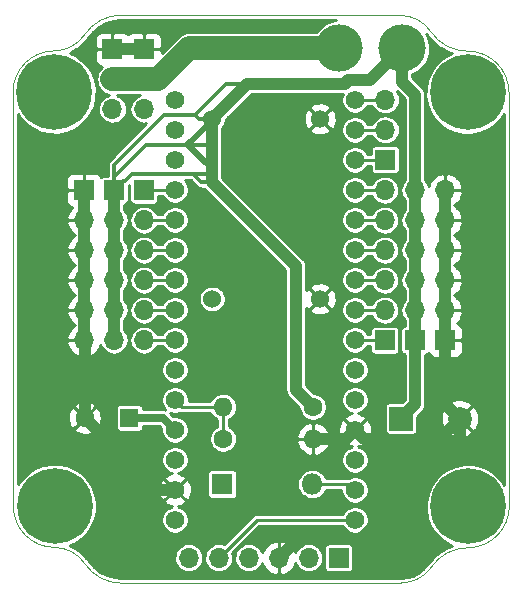
<source format=gtl>
G04 #@! TF.FileFunction,Copper,L1,Top,Signal*
%FSLAX46Y46*%
G04 Gerber Fmt 4.6, Leading zero omitted, Abs format (unit mm)*
G04 Created by KiCad (PCBNEW 4.0.7) date 10/28/18 13:34:34*
%MOMM*%
%LPD*%
G01*
G04 APERTURE LIST*
%ADD10C,0.100000*%
%ADD11C,1.574800*%
%ADD12R,1.800000X1.800000*%
%ADD13O,1.800000X1.800000*%
%ADD14R,1.700000X1.700000*%
%ADD15O,1.700000X1.700000*%
%ADD16C,1.600000*%
%ADD17O,1.600000X1.600000*%
%ADD18C,1.524000*%
%ADD19C,6.400000*%
%ADD20C,0.600000*%
%ADD21R,2.000000X2.000000*%
%ADD22C,2.000000*%
%ADD23R,1.600000X1.600000*%
%ADD24C,4.000500*%
%ADD25C,2.000000*%
%ADD26C,0.250000*%
%ADD27C,1.000000*%
%ADD28C,0.700000*%
%ADD29C,0.300000*%
G04 APERTURE END LIST*
D10*
X35488497Y1354679D02*
G75*
G02X38608000Y3027680I3094103J-2024475D01*
G01*
X35490167Y1355438D02*
G75*
G02X32962545Y56661I-2527622J1810183D01*
G01*
X32964120Y55880D02*
X9276080Y31244D01*
X6162040Y1689436D02*
G75*
G03X3583833Y3061019I-2578207J-1737377D01*
G01*
X6161607Y1686268D02*
G75*
G03X9276080Y30480I3114473J2101208D01*
G01*
X6122129Y46427402D02*
G75*
G02X9276080Y48127920I3143791J-2055714D01*
G01*
X6124118Y46432844D02*
G75*
G02X3586480Y45100240I-2550445J1774261D01*
G01*
X35459774Y46730191D02*
G75*
G03X38582600Y45074840I3112666J2098769D01*
G01*
X35458400Y46730920D02*
G75*
G03X32880193Y48102503I-2578207J-1737377D01*
G01*
X42077640Y41584880D02*
G75*
G03X38577520Y45074840I-3495040J-5080D01*
G01*
X38608058Y3027735D02*
G75*
G03X42113200Y6558280I-20378J3525465D01*
G01*
X3585451Y45100235D02*
G75*
G03X91440Y41600120I6109J-3500115D01*
G01*
X116782Y6555222D02*
G75*
G03X3586480Y3063240I3490018J-2022D01*
G01*
X42113200Y6553200D02*
X42077640Y41584880D01*
X32882840Y48102520D02*
X9276080Y48127920D01*
X91440Y41605200D02*
X116840Y6553200D01*
D11*
X13802360Y5389880D03*
X29042360Y5389880D03*
X13802360Y7929880D03*
X29042360Y7929880D03*
X13802360Y10469880D03*
X29042360Y10469880D03*
X13802360Y13009880D03*
X29042360Y13009880D03*
X13802360Y15549880D03*
X29042360Y15549880D03*
X13802360Y18089880D03*
X29042360Y18089880D03*
X13802360Y20629880D03*
X29042360Y20629880D03*
X13802360Y23169880D03*
X29042360Y23169880D03*
X13802360Y25709880D03*
X29042360Y25709880D03*
X13802360Y28249880D03*
X29042360Y28249880D03*
X13802360Y30789880D03*
X29042360Y30789880D03*
X13802360Y33329880D03*
X29042360Y33329880D03*
X13802360Y35869880D03*
X29042360Y35869880D03*
X13802360Y38409880D03*
X29042360Y38409880D03*
X13802360Y40949880D03*
X29042360Y40949880D03*
D12*
X17810480Y8427720D03*
D13*
X25430480Y8427720D03*
D14*
X8509000Y45242480D03*
D15*
X8509000Y42702480D03*
X8509000Y40162480D03*
D14*
X11181080Y45242480D03*
D15*
X11181080Y42702480D03*
X11181080Y40162480D03*
D16*
X25486360Y14950440D03*
D17*
X17866360Y14950440D03*
D16*
X17881600Y12247880D03*
D17*
X25501600Y12247880D03*
D14*
X31607760Y35874960D03*
D15*
X31607760Y38414960D03*
X31607760Y40954960D03*
D14*
X31562040Y20604480D03*
D15*
X31562040Y23144480D03*
X31562040Y25684480D03*
X31562040Y28224480D03*
X31562040Y30764480D03*
X31562040Y33304480D03*
D14*
X11176000Y33309560D03*
D15*
X11176000Y30769560D03*
X11176000Y28229560D03*
X11176000Y25689560D03*
X11176000Y23149560D03*
X11176000Y20609560D03*
D14*
X6075680Y33314640D03*
D15*
X6075680Y30774640D03*
X6075680Y28234640D03*
X6075680Y25694640D03*
X6075680Y23154640D03*
X6075680Y20614640D03*
D14*
X36697920Y20589240D03*
D15*
X36697920Y23129240D03*
X36697920Y25669240D03*
X36697920Y28209240D03*
X36697920Y30749240D03*
X36697920Y33289240D03*
D18*
X16946880Y39334440D03*
X26090880Y39334440D03*
X16946880Y24094440D03*
X26086880Y24094440D03*
D14*
X34117280Y20604480D03*
D15*
X34117280Y23144480D03*
X34117280Y25684480D03*
X34117280Y28224480D03*
X34117280Y30764480D03*
X34117280Y33304480D03*
D14*
X8641080Y33309560D03*
D15*
X8641080Y30769560D03*
X8641080Y28229560D03*
X8641080Y25689560D03*
X8641080Y23149560D03*
X8641080Y20609560D03*
D19*
X38587680Y41574720D03*
D20*
X40987680Y41574720D03*
X40284736Y39877664D03*
X38587680Y39174720D03*
X36890624Y39877664D03*
X36187680Y41574720D03*
X36890624Y43271776D03*
X38587680Y43974720D03*
X40284736Y43271776D03*
D19*
X3591560Y41589960D03*
D20*
X5991560Y41589960D03*
X5288616Y39892904D03*
X3591560Y39189960D03*
X1894504Y39892904D03*
X1191560Y41589960D03*
X1894504Y43287016D03*
X3591560Y43989960D03*
X5288616Y43287016D03*
D19*
X3606800Y6563360D03*
D20*
X6006800Y6563360D03*
X5303856Y4866304D03*
X3606800Y4163360D03*
X1909744Y4866304D03*
X1206800Y6563360D03*
X1909744Y8260416D03*
X3606800Y8963360D03*
X5303856Y8260416D03*
D19*
X38613080Y6532880D03*
D20*
X41013080Y6532880D03*
X40310136Y4835824D03*
X38613080Y4132880D03*
X36916024Y4835824D03*
X36213080Y6532880D03*
X36916024Y8229936D03*
X38613080Y8932880D03*
X40310136Y8229936D03*
D14*
X27660600Y2184400D03*
D15*
X25120600Y2184400D03*
X22580600Y2184400D03*
X20040600Y2184400D03*
X17500600Y2184400D03*
X14960600Y2184400D03*
D21*
X32923480Y13970000D03*
D22*
X37923480Y13970000D03*
D23*
X9951720Y14030960D03*
D16*
X6151720Y14030960D03*
D24*
X27711400Y45313600D03*
X33030160Y45313600D03*
D25*
X8509000Y42702480D02*
X11181080Y42702480D01*
X15341600Y45313600D02*
X27711400Y45313600D01*
X11181080Y42702480D02*
X12383161Y42702480D01*
X12383161Y42702480D02*
X14994281Y45313600D01*
X14994281Y45313600D02*
X15341600Y45313600D01*
D26*
X29042360Y5389880D02*
X20706080Y5389880D01*
X20706080Y5389880D02*
X17500600Y2184400D01*
D27*
X25501600Y12247880D02*
X28280360Y12247880D01*
X28280360Y12247880D02*
X29042360Y13009880D01*
X6151720Y14030960D02*
X12252800Y7929880D01*
X12252800Y7929880D02*
X13802360Y7929880D01*
X37923480Y13970000D02*
X37923480Y12069646D01*
X37923480Y12069646D02*
X29588235Y3734401D01*
X23430599Y3034399D02*
X22580600Y2184400D01*
X29588235Y3734401D02*
X24130601Y3734401D01*
X24130601Y3734401D02*
X23430599Y3034399D01*
X6075680Y30774640D02*
X6075680Y33314640D01*
X6075680Y28234640D02*
X6075680Y30774640D01*
X6075680Y25694640D02*
X6075680Y28234640D01*
X6075680Y23154640D02*
X6075680Y25694640D01*
X6075680Y20614640D02*
X6075680Y23154640D01*
X6151720Y14030960D02*
X6151720Y20538600D01*
X6151720Y20538600D02*
X6075680Y20614640D01*
X31206440Y11973560D02*
X35927040Y11973560D01*
X35927040Y11973560D02*
X37923480Y13970000D01*
X30957519Y12222481D02*
X31206440Y11973560D01*
X29042360Y13009880D02*
X29829759Y12222481D01*
X29829759Y12222481D02*
X30957519Y12222481D01*
X36697920Y30749240D02*
X36697920Y33289240D01*
X36697920Y28209240D02*
X36697920Y30749240D01*
X36697920Y28209240D02*
X36697920Y25669240D01*
X36697920Y23129240D02*
X36697920Y25669240D01*
X36697920Y20589240D02*
X36697920Y23129240D01*
X36697920Y20589240D02*
X36697920Y15195560D01*
X36697920Y15195560D02*
X37923480Y13970000D01*
X8509000Y45242480D02*
X11181080Y45242480D01*
D26*
X25430480Y8427720D02*
X28544520Y8427720D01*
X28544520Y8427720D02*
X29042360Y7929880D01*
X17866360Y14950440D02*
X14401800Y14950440D01*
X14401800Y14950440D02*
X13802360Y15549880D01*
X17866360Y14950440D02*
X17866360Y12263120D01*
X17866360Y12263120D02*
X17881600Y12247880D01*
X11176000Y20609560D02*
X13782040Y20609560D01*
X13782040Y20609560D02*
X13802360Y20629880D01*
X29042360Y20629880D02*
X31536640Y20629880D01*
X31536640Y20629880D02*
X31562040Y20604480D01*
X11176000Y23149560D02*
X13782040Y23149560D01*
X13782040Y23149560D02*
X13802360Y23169880D01*
X29042360Y23169880D02*
X31536640Y23169880D01*
X31536640Y23169880D02*
X31562040Y23144480D01*
X11176000Y25689560D02*
X13782040Y25689560D01*
X13782040Y25689560D02*
X13802360Y25709880D01*
X29042360Y25709880D02*
X31536640Y25709880D01*
X31536640Y25709880D02*
X31562040Y25684480D01*
X11176000Y28229560D02*
X13782040Y28229560D01*
X13782040Y28229560D02*
X13802360Y28249880D01*
X29042360Y28249880D02*
X31536640Y28249880D01*
X31536640Y28249880D02*
X31562040Y28224480D01*
X11176000Y30769560D02*
X13782040Y30769560D01*
X13782040Y30769560D02*
X13802360Y30789880D01*
X29042360Y30789880D02*
X31536640Y30789880D01*
X31536640Y30789880D02*
X31562040Y30764480D01*
X11176000Y33309560D02*
X13782040Y33309560D01*
X13782040Y33309560D02*
X13802360Y33329880D01*
X29042360Y33329880D02*
X31536640Y33329880D01*
X31536640Y33329880D02*
X31562040Y33304480D01*
X29042360Y35869880D02*
X31602680Y35869880D01*
X31602680Y35869880D02*
X31607760Y35874960D01*
X29042360Y38409880D02*
X31602680Y38409880D01*
X31602680Y38409880D02*
X31607760Y38414960D01*
X29042360Y40949880D02*
X31602680Y40949880D01*
X31602680Y40949880D02*
X31607760Y40954960D01*
D28*
X9951720Y14030960D02*
X12781280Y14030960D01*
X12781280Y14030960D02*
X13802360Y13009880D01*
D29*
X15533970Y39699530D02*
X18161000Y42326560D01*
X18161000Y42326560D02*
X19939000Y42326560D01*
X15533970Y39669720D02*
X15533970Y39699530D01*
X15062200Y37114480D02*
X15062200Y37195760D01*
X15062200Y37195760D02*
X16946880Y39080440D01*
X16946880Y39080440D02*
X16946880Y39334440D01*
X15062200Y37134800D02*
X15062200Y37449760D01*
X15062200Y37449760D02*
X16184881Y38572441D01*
X16184881Y38572441D02*
X16946880Y39334440D01*
X15062200Y37114480D02*
X15062200Y37134800D01*
X14732000Y37144960D02*
X16647160Y35229800D01*
X16647160Y35229800D02*
X16946880Y35229800D01*
X14721840Y37144960D02*
X14732000Y37144960D01*
X15062200Y37144960D02*
X14721840Y37144960D01*
X14721840Y37144960D02*
X11326480Y37144960D01*
X15062200Y37449760D02*
X15026640Y37449760D01*
X15026640Y37449760D02*
X14721840Y37144960D01*
X15062200Y37144960D02*
X15062200Y37449760D01*
X16809720Y37144960D02*
X15062200Y37144960D01*
X15062200Y37144960D02*
X15062200Y37114480D01*
D27*
X16946880Y37282120D02*
X16946880Y35229800D01*
X16946880Y35229800D02*
X16946880Y34650680D01*
D29*
X15062200Y37114480D02*
X16946880Y35229800D01*
X16946880Y34650680D02*
X15341600Y34650680D01*
X15341600Y34650680D02*
X10154920Y34650680D01*
X16946880Y33969960D02*
X16022320Y33969960D01*
X16022320Y33969960D02*
X15341600Y34650680D01*
X9560560Y34056320D02*
X9387840Y34056320D01*
X9387840Y34056320D02*
X8641080Y33309560D01*
X10154920Y34650680D02*
X9560560Y34056320D01*
D27*
X16946880Y34650680D02*
X16946880Y33969960D01*
D29*
X16946880Y37282120D02*
X16809720Y37144960D01*
X11326480Y37144960D02*
X8641080Y34459560D01*
X8641080Y34459560D02*
X8641080Y33309560D01*
D27*
X16946880Y39334440D02*
X16946880Y37282120D01*
D29*
X12837160Y39669720D02*
X8641080Y35473640D01*
X8641080Y35473640D02*
X8641080Y33309560D01*
X15533970Y39669720D02*
X12837160Y39669720D01*
X16946880Y39334440D02*
X15869250Y39334440D01*
X15869250Y39334440D02*
X15533970Y39669720D01*
D27*
X24028400Y26888440D02*
X24028400Y16408400D01*
X24028400Y16408400D02*
X25486360Y14950440D01*
X16946880Y33969960D02*
X24028400Y26888440D01*
X8641080Y23149560D02*
X8641080Y20609560D01*
X8641080Y25689560D02*
X8641080Y23149560D01*
X8641080Y28229560D02*
X8641080Y25689560D01*
X8641080Y30769560D02*
X8641080Y28229560D01*
X8641080Y33309560D02*
X8641080Y30769560D01*
X34117280Y20604480D02*
X34117280Y15163800D01*
X34117280Y15163800D02*
X32923480Y13970000D01*
X34117280Y23144480D02*
X34117280Y20604480D01*
X34117280Y25684480D02*
X34117280Y23144480D01*
X34117280Y28224480D02*
X34117280Y25684480D01*
X34117280Y30764480D02*
X34117280Y28224480D01*
X34117280Y33304480D02*
X34117280Y30764480D01*
X33030160Y45313600D02*
X33030160Y42484820D01*
X33030160Y42484820D02*
X34117280Y41397700D01*
X34117280Y41397700D02*
X34117280Y34506561D01*
X34117280Y34506561D02*
X34117280Y33304480D01*
X28158440Y42326560D02*
X19939000Y42326560D01*
X19939000Y42326560D02*
X16946880Y39334440D01*
X28445229Y42613349D02*
X28158440Y42326560D01*
X33030160Y45313600D02*
X30329909Y42613349D01*
X30329909Y42613349D02*
X28445229Y42613349D01*
D26*
G36*
X27457533Y47683357D02*
X27037524Y47603236D01*
X26605631Y47428740D01*
X26215858Y47173679D01*
X25883049Y46847769D01*
X25774064Y46688600D01*
X14994281Y46688600D01*
X14867858Y46676204D01*
X14741348Y46665136D01*
X14734403Y46663118D01*
X14727209Y46662413D01*
X14605623Y46625704D01*
X14483650Y46590268D01*
X14477232Y46586941D01*
X14470309Y46584851D01*
X14358158Y46525219D01*
X14245402Y46466772D01*
X14239751Y46462261D01*
X14233368Y46458867D01*
X14134939Y46378590D01*
X14035679Y46299352D01*
X14025616Y46289429D01*
X14025409Y46289260D01*
X14025251Y46289069D01*
X14022009Y46285872D01*
X12664080Y44927943D01*
X12664080Y45082230D01*
X12505830Y45240480D01*
X11183080Y45240480D01*
X11183080Y45220480D01*
X11179080Y45220480D01*
X11179080Y45240480D01*
X9856330Y45240480D01*
X9845040Y45229190D01*
X9833750Y45240480D01*
X8511000Y45240480D01*
X8511000Y45220480D01*
X8507000Y45220480D01*
X8507000Y45240480D01*
X7184250Y45240480D01*
X7026000Y45082230D01*
X7026000Y44330135D01*
X7050326Y44207841D01*
X7098043Y44092642D01*
X7167317Y43988966D01*
X7255486Y43900797D01*
X7359162Y43831523D01*
X7474361Y43783806D01*
X7596655Y43759480D01*
X7639861Y43759480D01*
X7540128Y43678140D01*
X7369073Y43471370D01*
X7241438Y43235314D01*
X7162084Y42978962D01*
X7134034Y42712079D01*
X7158355Y42444831D01*
X7234122Y42187396D01*
X7358449Y41949581D01*
X7526600Y41740443D01*
X7732170Y41567949D01*
X7967330Y41438669D01*
X8223121Y41357527D01*
X8237761Y41355885D01*
X8036262Y41295049D01*
X7825168Y41182809D01*
X7639896Y41031704D01*
X7487502Y40847491D01*
X7373791Y40637187D01*
X7303093Y40408800D01*
X7278103Y40171032D01*
X7299771Y39932938D01*
X7367273Y39703587D01*
X7478037Y39491715D01*
X7627844Y39305392D01*
X7810988Y39151716D01*
X8020494Y39036539D01*
X8248381Y38964249D01*
X8485969Y38937599D01*
X8503073Y38937480D01*
X8514927Y38937480D01*
X8752864Y38960810D01*
X8981738Y39029911D01*
X9192832Y39142151D01*
X9378104Y39293256D01*
X9530498Y39477469D01*
X9644209Y39687773D01*
X9714907Y39916160D01*
X9739897Y40153928D01*
X9718229Y40392022D01*
X9650727Y40621373D01*
X9539963Y40833245D01*
X9390156Y41019568D01*
X9207012Y41173244D01*
X8997506Y41288421D01*
X8874376Y41327480D01*
X10815759Y41327480D01*
X10708342Y41295049D01*
X10497248Y41182809D01*
X10311976Y41031704D01*
X10159582Y40847491D01*
X10045871Y40637187D01*
X9975173Y40408800D01*
X9950183Y40171032D01*
X9971851Y39932938D01*
X10039353Y39703587D01*
X10150117Y39491715D01*
X10299924Y39305392D01*
X10483068Y39151716D01*
X10692574Y39036539D01*
X10920461Y38964249D01*
X11158049Y38937599D01*
X11175153Y38937480D01*
X11187007Y38937480D01*
X11381531Y38956553D01*
X8269849Y35844871D01*
X8239101Y35807437D01*
X8207895Y35770248D01*
X8206562Y35767823D01*
X8204814Y35765695D01*
X8181921Y35723001D01*
X8158534Y35680460D01*
X8157700Y35677830D01*
X8156394Y35675395D01*
X8142195Y35628953D01*
X8127553Y35582794D01*
X8127246Y35580056D01*
X8126437Y35577410D01*
X8121531Y35529109D01*
X8116131Y35480970D01*
X8116093Y35475576D01*
X8116083Y35475473D01*
X8116092Y35475377D01*
X8116080Y35473640D01*
X8116080Y34536374D01*
X7791080Y34536374D01*
X7731363Y34531612D01*
X7630076Y34500245D01*
X7541537Y34441903D01*
X7510885Y34405938D01*
X7486637Y34464478D01*
X7417363Y34568154D01*
X7329194Y34656323D01*
X7225518Y34725597D01*
X7110319Y34773314D01*
X6988025Y34797640D01*
X6235930Y34797640D01*
X6077680Y34639390D01*
X6077680Y33316640D01*
X6097680Y33316640D01*
X6097680Y33312640D01*
X6077680Y33312640D01*
X6077680Y30776640D01*
X6097680Y30776640D01*
X6097680Y30772640D01*
X6077680Y30772640D01*
X6077680Y28236640D01*
X6097680Y28236640D01*
X6097680Y28232640D01*
X6077680Y28232640D01*
X6077680Y25696640D01*
X6097680Y25696640D01*
X6097680Y25692640D01*
X6077680Y25692640D01*
X6077680Y23156640D01*
X6097680Y23156640D01*
X6097680Y23152640D01*
X6077680Y23152640D01*
X6077680Y20616640D01*
X6097680Y20616640D01*
X6097680Y20612640D01*
X6077680Y20612640D01*
X6077680Y19289891D01*
X6309648Y19150212D01*
X6590848Y19223995D01*
X6852251Y19351220D01*
X7083810Y19526998D01*
X7276627Y19744573D01*
X7423293Y19995584D01*
X7488992Y20185871D01*
X7499353Y20150667D01*
X7610117Y19938795D01*
X7759924Y19752472D01*
X7943068Y19598796D01*
X8152574Y19483619D01*
X8380461Y19411329D01*
X8618049Y19384679D01*
X8635153Y19384560D01*
X8647007Y19384560D01*
X8884944Y19407890D01*
X9113818Y19476991D01*
X9324912Y19589231D01*
X9510184Y19740336D01*
X9662578Y19924549D01*
X9776289Y20134853D01*
X9846987Y20363240D01*
X9871977Y20601008D01*
X9870421Y20618112D01*
X9945103Y20618112D01*
X9966771Y20380018D01*
X10034273Y20150667D01*
X10145037Y19938795D01*
X10294844Y19752472D01*
X10477988Y19598796D01*
X10687494Y19483619D01*
X10915381Y19411329D01*
X11152969Y19384679D01*
X11170073Y19384560D01*
X11181927Y19384560D01*
X11419864Y19407890D01*
X11648738Y19476991D01*
X11859832Y19589231D01*
X12045104Y19740336D01*
X12197498Y19924549D01*
X12297533Y20109560D01*
X12758123Y20109560D01*
X12763500Y20095979D01*
X12886987Y19904364D01*
X13045340Y19740385D01*
X13232528Y19610286D01*
X13441421Y19519023D01*
X13664061Y19470072D01*
X13891970Y19465298D01*
X14116465Y19504883D01*
X14328996Y19587318D01*
X14521467Y19709465D01*
X14686548Y19866669D01*
X14817951Y20052944D01*
X14910670Y20261194D01*
X14961174Y20483488D01*
X14964809Y20743859D01*
X14920532Y20967476D01*
X14833664Y21178234D01*
X14707514Y21368105D01*
X14546887Y21529858D01*
X14357900Y21657331D01*
X14147754Y21745668D01*
X13924452Y21791505D01*
X13696499Y21793097D01*
X13472578Y21750382D01*
X13261219Y21664987D01*
X13070472Y21540165D01*
X12907602Y21380671D01*
X12778813Y21192580D01*
X12743230Y21109560D01*
X12296237Y21109560D01*
X12206963Y21280325D01*
X12057156Y21466648D01*
X11874012Y21620324D01*
X11664506Y21735501D01*
X11436619Y21807791D01*
X11199031Y21834441D01*
X11181927Y21834560D01*
X11170073Y21834560D01*
X10932136Y21811230D01*
X10703262Y21742129D01*
X10492168Y21629889D01*
X10306896Y21478784D01*
X10154502Y21294571D01*
X10040791Y21084267D01*
X9970093Y20855880D01*
X9945103Y20618112D01*
X9870421Y20618112D01*
X9850309Y20839102D01*
X9782807Y21068453D01*
X9672043Y21280325D01*
X9522236Y21466648D01*
X9516080Y21471813D01*
X9516080Y22287463D01*
X9662578Y22464549D01*
X9776289Y22674853D01*
X9846987Y22903240D01*
X9871977Y23141008D01*
X9870421Y23158112D01*
X9945103Y23158112D01*
X9966771Y22920018D01*
X10034273Y22690667D01*
X10145037Y22478795D01*
X10294844Y22292472D01*
X10477988Y22138796D01*
X10687494Y22023619D01*
X10915381Y21951329D01*
X11152969Y21924679D01*
X11170073Y21924560D01*
X11181927Y21924560D01*
X11419864Y21947890D01*
X11648738Y22016991D01*
X11859832Y22129231D01*
X12045104Y22280336D01*
X12197498Y22464549D01*
X12297533Y22649560D01*
X12758123Y22649560D01*
X12763500Y22635979D01*
X12886987Y22444364D01*
X13045340Y22280385D01*
X13232528Y22150286D01*
X13441421Y22059023D01*
X13664061Y22010072D01*
X13891970Y22005298D01*
X14116465Y22044883D01*
X14328996Y22127318D01*
X14521467Y22249465D01*
X14686548Y22406669D01*
X14817951Y22592944D01*
X14910670Y22801194D01*
X14961174Y23023488D01*
X14964809Y23283859D01*
X14920532Y23507476D01*
X14833664Y23718234D01*
X14707514Y23908105D01*
X14617413Y23998838D01*
X15808386Y23998838D01*
X15848638Y23779524D01*
X15930721Y23572205D01*
X16051509Y23384778D01*
X16206402Y23224382D01*
X16389500Y23097126D01*
X16593828Y23007857D01*
X16811603Y22959976D01*
X17034532Y22955306D01*
X17254121Y22994026D01*
X17462008Y23074660D01*
X17650274Y23194137D01*
X17811748Y23347906D01*
X17940279Y23530111D01*
X18030972Y23733811D01*
X18080372Y23951247D01*
X18083928Y24205929D01*
X18040618Y24424659D01*
X17955649Y24630812D01*
X17832255Y24816534D01*
X17675138Y24974752D01*
X17490281Y25099439D01*
X17284727Y25185846D01*
X17066304Y25230682D01*
X16843332Y25232239D01*
X16624305Y25190457D01*
X16417564Y25106928D01*
X16230985Y24984834D01*
X16071673Y24828825D01*
X15945699Y24644844D01*
X15857859Y24439898D01*
X15811499Y24221793D01*
X15808386Y23998838D01*
X14617413Y23998838D01*
X14546887Y24069858D01*
X14357900Y24197331D01*
X14147754Y24285668D01*
X13924452Y24331505D01*
X13696499Y24333097D01*
X13472578Y24290382D01*
X13261219Y24204987D01*
X13070472Y24080165D01*
X12907602Y23920671D01*
X12778813Y23732580D01*
X12743230Y23649560D01*
X12296237Y23649560D01*
X12206963Y23820325D01*
X12057156Y24006648D01*
X11874012Y24160324D01*
X11664506Y24275501D01*
X11436619Y24347791D01*
X11199031Y24374441D01*
X11181927Y24374560D01*
X11170073Y24374560D01*
X10932136Y24351230D01*
X10703262Y24282129D01*
X10492168Y24169889D01*
X10306896Y24018784D01*
X10154502Y23834571D01*
X10040791Y23624267D01*
X9970093Y23395880D01*
X9945103Y23158112D01*
X9870421Y23158112D01*
X9850309Y23379102D01*
X9782807Y23608453D01*
X9672043Y23820325D01*
X9522236Y24006648D01*
X9516080Y24011813D01*
X9516080Y24827463D01*
X9662578Y25004549D01*
X9776289Y25214853D01*
X9846987Y25443240D01*
X9871977Y25681008D01*
X9870421Y25698112D01*
X9945103Y25698112D01*
X9966771Y25460018D01*
X10034273Y25230667D01*
X10145037Y25018795D01*
X10294844Y24832472D01*
X10477988Y24678796D01*
X10687494Y24563619D01*
X10915381Y24491329D01*
X11152969Y24464679D01*
X11170073Y24464560D01*
X11181927Y24464560D01*
X11419864Y24487890D01*
X11648738Y24556991D01*
X11859832Y24669231D01*
X12045104Y24820336D01*
X12197498Y25004549D01*
X12297533Y25189560D01*
X12758123Y25189560D01*
X12763500Y25175979D01*
X12886987Y24984364D01*
X13045340Y24820385D01*
X13232528Y24690286D01*
X13441421Y24599023D01*
X13664061Y24550072D01*
X13891970Y24545298D01*
X14116465Y24584883D01*
X14328996Y24667318D01*
X14521467Y24789465D01*
X14686548Y24946669D01*
X14817951Y25132944D01*
X14910670Y25341194D01*
X14961174Y25563488D01*
X14964809Y25823859D01*
X14920532Y26047476D01*
X14833664Y26258234D01*
X14707514Y26448105D01*
X14546887Y26609858D01*
X14357900Y26737331D01*
X14147754Y26825668D01*
X13924452Y26871505D01*
X13696499Y26873097D01*
X13472578Y26830382D01*
X13261219Y26744987D01*
X13070472Y26620165D01*
X12907602Y26460671D01*
X12778813Y26272580D01*
X12743230Y26189560D01*
X12296237Y26189560D01*
X12206963Y26360325D01*
X12057156Y26546648D01*
X11874012Y26700324D01*
X11664506Y26815501D01*
X11436619Y26887791D01*
X11199031Y26914441D01*
X11181927Y26914560D01*
X11170073Y26914560D01*
X10932136Y26891230D01*
X10703262Y26822129D01*
X10492168Y26709889D01*
X10306896Y26558784D01*
X10154502Y26374571D01*
X10040791Y26164267D01*
X9970093Y25935880D01*
X9945103Y25698112D01*
X9870421Y25698112D01*
X9850309Y25919102D01*
X9782807Y26148453D01*
X9672043Y26360325D01*
X9522236Y26546648D01*
X9516080Y26551813D01*
X9516080Y27367463D01*
X9662578Y27544549D01*
X9776289Y27754853D01*
X9846987Y27983240D01*
X9871977Y28221008D01*
X9870421Y28238112D01*
X9945103Y28238112D01*
X9966771Y28000018D01*
X10034273Y27770667D01*
X10145037Y27558795D01*
X10294844Y27372472D01*
X10477988Y27218796D01*
X10687494Y27103619D01*
X10915381Y27031329D01*
X11152969Y27004679D01*
X11170073Y27004560D01*
X11181927Y27004560D01*
X11419864Y27027890D01*
X11648738Y27096991D01*
X11859832Y27209231D01*
X12045104Y27360336D01*
X12197498Y27544549D01*
X12297533Y27729560D01*
X12758123Y27729560D01*
X12763500Y27715979D01*
X12886987Y27524364D01*
X13045340Y27360385D01*
X13232528Y27230286D01*
X13441421Y27139023D01*
X13664061Y27090072D01*
X13891970Y27085298D01*
X14116465Y27124883D01*
X14328996Y27207318D01*
X14521467Y27329465D01*
X14686548Y27486669D01*
X14817951Y27672944D01*
X14910670Y27881194D01*
X14961174Y28103488D01*
X14964809Y28363859D01*
X14920532Y28587476D01*
X14833664Y28798234D01*
X14707514Y28988105D01*
X14546887Y29149858D01*
X14357900Y29277331D01*
X14147754Y29365668D01*
X13924452Y29411505D01*
X13696499Y29413097D01*
X13472578Y29370382D01*
X13261219Y29284987D01*
X13070472Y29160165D01*
X12907602Y29000671D01*
X12778813Y28812580D01*
X12743230Y28729560D01*
X12296237Y28729560D01*
X12206963Y28900325D01*
X12057156Y29086648D01*
X11874012Y29240324D01*
X11664506Y29355501D01*
X11436619Y29427791D01*
X11199031Y29454441D01*
X11181927Y29454560D01*
X11170073Y29454560D01*
X10932136Y29431230D01*
X10703262Y29362129D01*
X10492168Y29249889D01*
X10306896Y29098784D01*
X10154502Y28914571D01*
X10040791Y28704267D01*
X9970093Y28475880D01*
X9945103Y28238112D01*
X9870421Y28238112D01*
X9850309Y28459102D01*
X9782807Y28688453D01*
X9672043Y28900325D01*
X9522236Y29086648D01*
X9516080Y29091813D01*
X9516080Y29907463D01*
X9662578Y30084549D01*
X9776289Y30294853D01*
X9846987Y30523240D01*
X9871977Y30761008D01*
X9870421Y30778112D01*
X9945103Y30778112D01*
X9966771Y30540018D01*
X10034273Y30310667D01*
X10145037Y30098795D01*
X10294844Y29912472D01*
X10477988Y29758796D01*
X10687494Y29643619D01*
X10915381Y29571329D01*
X11152969Y29544679D01*
X11170073Y29544560D01*
X11181927Y29544560D01*
X11419864Y29567890D01*
X11648738Y29636991D01*
X11859832Y29749231D01*
X12045104Y29900336D01*
X12197498Y30084549D01*
X12297533Y30269560D01*
X12758123Y30269560D01*
X12763500Y30255979D01*
X12886987Y30064364D01*
X13045340Y29900385D01*
X13232528Y29770286D01*
X13441421Y29679023D01*
X13664061Y29630072D01*
X13891970Y29625298D01*
X14116465Y29664883D01*
X14328996Y29747318D01*
X14521467Y29869465D01*
X14686548Y30026669D01*
X14817951Y30212944D01*
X14910670Y30421194D01*
X14961174Y30643488D01*
X14964809Y30903859D01*
X14920532Y31127476D01*
X14833664Y31338234D01*
X14707514Y31528105D01*
X14546887Y31689858D01*
X14357900Y31817331D01*
X14147754Y31905668D01*
X13924452Y31951505D01*
X13696499Y31953097D01*
X13472578Y31910382D01*
X13261219Y31824987D01*
X13070472Y31700165D01*
X12907602Y31540671D01*
X12778813Y31352580D01*
X12743230Y31269560D01*
X12296237Y31269560D01*
X12206963Y31440325D01*
X12057156Y31626648D01*
X11874012Y31780324D01*
X11664506Y31895501D01*
X11436619Y31967791D01*
X11199031Y31994441D01*
X11181927Y31994560D01*
X11170073Y31994560D01*
X10932136Y31971230D01*
X10703262Y31902129D01*
X10492168Y31789889D01*
X10306896Y31638784D01*
X10154502Y31454571D01*
X10040791Y31244267D01*
X9970093Y31015880D01*
X9945103Y30778112D01*
X9870421Y30778112D01*
X9850309Y30999102D01*
X9782807Y31228453D01*
X9672043Y31440325D01*
X9522236Y31626648D01*
X9516080Y31631813D01*
X9516080Y32084740D01*
X9550797Y32087508D01*
X9652084Y32118875D01*
X9740623Y32177217D01*
X9809402Y32257917D01*
X9852976Y32354582D01*
X9867894Y32459560D01*
X9867894Y33632740D01*
X9888710Y33649718D01*
X9926572Y33679942D01*
X9930411Y33683729D01*
X9930493Y33683795D01*
X9930555Y33683871D01*
X9931791Y33685089D01*
X9949186Y33702484D01*
X9949186Y32459560D01*
X9953948Y32399843D01*
X9985315Y32298556D01*
X10043657Y32210017D01*
X10124357Y32141238D01*
X10221022Y32097664D01*
X10326000Y32082746D01*
X12026000Y32082746D01*
X12085717Y32087508D01*
X12187004Y32118875D01*
X12275543Y32177217D01*
X12344322Y32257917D01*
X12387896Y32354582D01*
X12402814Y32459560D01*
X12402814Y32809560D01*
X12758123Y32809560D01*
X12763500Y32795979D01*
X12886987Y32604364D01*
X13045340Y32440385D01*
X13232528Y32310286D01*
X13441421Y32219023D01*
X13664061Y32170072D01*
X13891970Y32165298D01*
X14116465Y32204883D01*
X14328996Y32287318D01*
X14521467Y32409465D01*
X14686548Y32566669D01*
X14817951Y32752944D01*
X14910670Y32961194D01*
X14961174Y33183488D01*
X14964809Y33443859D01*
X14920532Y33667476D01*
X14833664Y33878234D01*
X14707514Y34068105D01*
X14650340Y34125680D01*
X15124138Y34125680D01*
X15651089Y33598729D01*
X15688523Y33567981D01*
X15725712Y33536775D01*
X15728137Y33535442D01*
X15730265Y33533694D01*
X15772943Y33510810D01*
X15815500Y33487414D01*
X15818132Y33486579D01*
X15820564Y33485275D01*
X15866976Y33471085D01*
X15913166Y33456433D01*
X15915905Y33456126D01*
X15918550Y33455317D01*
X15966851Y33450411D01*
X16014990Y33445011D01*
X16020384Y33444973D01*
X16020487Y33444963D01*
X16020583Y33444972D01*
X16022320Y33444960D01*
X16251335Y33444960D01*
X16269137Y33423133D01*
X16319583Y33359940D01*
X16325898Y33353537D01*
X16326006Y33353405D01*
X16326129Y33353303D01*
X16328162Y33351242D01*
X23153400Y26526003D01*
X23153400Y16408400D01*
X23161291Y16327925D01*
X23168332Y16247443D01*
X23169615Y16243028D01*
X23170064Y16238445D01*
X23193440Y16161019D01*
X23215975Y16083453D01*
X23218091Y16079370D01*
X23219422Y16074963D01*
X23257376Y16003583D01*
X23294563Y15931841D01*
X23297434Y15928245D01*
X23299594Y15924182D01*
X23350657Y15861573D01*
X23401103Y15798380D01*
X23407418Y15791977D01*
X23407526Y15791845D01*
X23407649Y15791743D01*
X23409682Y15789682D01*
X24310338Y14889025D01*
X24309816Y14851643D01*
X24351413Y14624999D01*
X24436239Y14410751D01*
X24561065Y14217060D01*
X24721135Y14051303D01*
X24910351Y13919794D01*
X25121508Y13827542D01*
X25346562Y13778061D01*
X25576941Y13773235D01*
X25803870Y13813248D01*
X26018704Y13896577D01*
X26213262Y14020048D01*
X26380133Y14178956D01*
X26512960Y14367250D01*
X26606684Y14577758D01*
X26657735Y14802461D01*
X26661410Y15065655D01*
X26616653Y15291696D01*
X26550522Y15452142D01*
X27878432Y15452142D01*
X27919583Y15227929D01*
X28003500Y15015979D01*
X28126987Y14824364D01*
X28285340Y14660385D01*
X28472528Y14530286D01*
X28681421Y14439023D01*
X28796216Y14413783D01*
X28546480Y14348242D01*
X28294906Y14225785D01*
X28205049Y14165743D01*
X28146441Y13908628D01*
X29042360Y13012708D01*
X29938279Y13908628D01*
X29879671Y14165743D01*
X29638085Y14306885D01*
X29373605Y14398183D01*
X29278712Y14411173D01*
X29356465Y14424883D01*
X29568996Y14507318D01*
X29761467Y14629465D01*
X29926548Y14786669D01*
X30057951Y14972944D01*
X30150670Y15181194D01*
X30201174Y15403488D01*
X30204809Y15663859D01*
X30160532Y15887476D01*
X30073664Y16098234D01*
X29947514Y16288105D01*
X29786887Y16449858D01*
X29597900Y16577331D01*
X29387754Y16665668D01*
X29164452Y16711505D01*
X28936499Y16713097D01*
X28712578Y16670382D01*
X28501219Y16584987D01*
X28310472Y16460165D01*
X28147602Y16300671D01*
X28018813Y16112580D01*
X27929010Y15903055D01*
X27881615Y15680078D01*
X27878432Y15452142D01*
X26550522Y15452142D01*
X26528843Y15504738D01*
X26401325Y15696668D01*
X26238957Y15860173D01*
X26047922Y15989028D01*
X25835498Y16078323D01*
X25609775Y16124657D01*
X25549156Y16125080D01*
X24903400Y16770836D01*
X24903400Y17992142D01*
X27878432Y17992142D01*
X27919583Y17767929D01*
X28003500Y17555979D01*
X28126987Y17364364D01*
X28285340Y17200385D01*
X28472528Y17070286D01*
X28681421Y16979023D01*
X28904061Y16930072D01*
X29131970Y16925298D01*
X29356465Y16964883D01*
X29568996Y17047318D01*
X29761467Y17169465D01*
X29926548Y17326669D01*
X30057951Y17512944D01*
X30150670Y17721194D01*
X30201174Y17943488D01*
X30204809Y18203859D01*
X30160532Y18427476D01*
X30073664Y18638234D01*
X29947514Y18828105D01*
X29786887Y18989858D01*
X29597900Y19117331D01*
X29387754Y19205668D01*
X29164452Y19251505D01*
X28936499Y19253097D01*
X28712578Y19210382D01*
X28501219Y19124987D01*
X28310472Y19000165D01*
X28147602Y18840671D01*
X28018813Y18652580D01*
X27929010Y18443055D01*
X27881615Y18220078D01*
X27878432Y17992142D01*
X24903400Y17992142D01*
X24903400Y20532142D01*
X27878432Y20532142D01*
X27919583Y20307929D01*
X28003500Y20095979D01*
X28126987Y19904364D01*
X28285340Y19740385D01*
X28472528Y19610286D01*
X28681421Y19519023D01*
X28904061Y19470072D01*
X29131970Y19465298D01*
X29356465Y19504883D01*
X29568996Y19587318D01*
X29761467Y19709465D01*
X29926548Y19866669D01*
X30057951Y20052944D01*
X30092205Y20129880D01*
X30335226Y20129880D01*
X30335226Y19754480D01*
X30339988Y19694763D01*
X30371355Y19593476D01*
X30429697Y19504937D01*
X30510397Y19436158D01*
X30607062Y19392584D01*
X30712040Y19377666D01*
X32412040Y19377666D01*
X32471757Y19382428D01*
X32573044Y19413795D01*
X32661583Y19472137D01*
X32730362Y19552837D01*
X32773936Y19649502D01*
X32788854Y19754480D01*
X32788854Y21454480D01*
X32784092Y21514197D01*
X32752725Y21615484D01*
X32694383Y21704023D01*
X32613683Y21772802D01*
X32517018Y21816376D01*
X32412040Y21831294D01*
X30712040Y21831294D01*
X30652323Y21826532D01*
X30551036Y21795165D01*
X30462497Y21736823D01*
X30393718Y21656123D01*
X30350144Y21559458D01*
X30335226Y21454480D01*
X30335226Y21129880D01*
X30093594Y21129880D01*
X30073664Y21178234D01*
X29947514Y21368105D01*
X29786887Y21529858D01*
X29597900Y21657331D01*
X29387754Y21745668D01*
X29164452Y21791505D01*
X28936499Y21793097D01*
X28712578Y21750382D01*
X28501219Y21664987D01*
X28310472Y21540165D01*
X28147602Y21380671D01*
X28018813Y21192580D01*
X27929010Y20983055D01*
X27881615Y20760078D01*
X27878432Y20532142D01*
X24903400Y20532142D01*
X24903400Y23213740D01*
X25209008Y23213740D01*
X25264571Y22959226D01*
X25501840Y22820615D01*
X25761592Y22730956D01*
X26033846Y22693694D01*
X26308137Y22710263D01*
X26573925Y22780025D01*
X26820996Y22900299D01*
X26909189Y22959226D01*
X26933839Y23072142D01*
X27878432Y23072142D01*
X27919583Y22847929D01*
X28003500Y22635979D01*
X28126987Y22444364D01*
X28285340Y22280385D01*
X28472528Y22150286D01*
X28681421Y22059023D01*
X28904061Y22010072D01*
X29131970Y22005298D01*
X29356465Y22044883D01*
X29568996Y22127318D01*
X29761467Y22249465D01*
X29926548Y22406669D01*
X30057951Y22592944D01*
X30092205Y22669880D01*
X30428524Y22669880D01*
X30531077Y22473715D01*
X30680884Y22287392D01*
X30864028Y22133716D01*
X31073534Y22018539D01*
X31301421Y21946249D01*
X31539009Y21919599D01*
X31556113Y21919480D01*
X31567967Y21919480D01*
X31805904Y21942810D01*
X32034778Y22011911D01*
X32245872Y22124151D01*
X32431144Y22275256D01*
X32583538Y22459469D01*
X32697249Y22669773D01*
X32767947Y22898160D01*
X32792937Y23135928D01*
X32771269Y23374022D01*
X32703767Y23603373D01*
X32593003Y23815245D01*
X32443196Y24001568D01*
X32260052Y24155244D01*
X32050546Y24270421D01*
X31822659Y24342711D01*
X31585071Y24369361D01*
X31567967Y24369480D01*
X31556113Y24369480D01*
X31318176Y24346150D01*
X31089302Y24277049D01*
X30878208Y24164809D01*
X30692936Y24013704D01*
X30540542Y23829491D01*
X30454241Y23669880D01*
X30093594Y23669880D01*
X30073664Y23718234D01*
X29947514Y23908105D01*
X29786887Y24069858D01*
X29597900Y24197331D01*
X29387754Y24285668D01*
X29164452Y24331505D01*
X28936499Y24333097D01*
X28712578Y24290382D01*
X28501219Y24204987D01*
X28310472Y24080165D01*
X28147602Y23920671D01*
X28018813Y23732580D01*
X27929010Y23523055D01*
X27881615Y23300078D01*
X27878432Y23072142D01*
X26933839Y23072142D01*
X26964752Y23213740D01*
X26086880Y24091612D01*
X25209008Y23213740D01*
X24903400Y23213740D01*
X24903400Y23344368D01*
X24951666Y23272131D01*
X25206180Y23216568D01*
X26084052Y24094440D01*
X26089708Y24094440D01*
X26967580Y23216568D01*
X27222094Y23272131D01*
X27360705Y23509400D01*
X27450364Y23769152D01*
X27487626Y24041406D01*
X27471057Y24315697D01*
X27401295Y24581485D01*
X27281021Y24828556D01*
X27222094Y24916749D01*
X26967580Y24972312D01*
X26089708Y24094440D01*
X26084052Y24094440D01*
X25206180Y24972312D01*
X24951666Y24916749D01*
X24903400Y24834129D01*
X24903400Y24975140D01*
X25209008Y24975140D01*
X26086880Y24097268D01*
X26964752Y24975140D01*
X26909189Y25229654D01*
X26671920Y25368265D01*
X26412168Y25457924D01*
X26139914Y25495186D01*
X25865623Y25478617D01*
X25599835Y25408855D01*
X25352764Y25288581D01*
X25264571Y25229654D01*
X25209008Y24975140D01*
X24903400Y24975140D01*
X24903400Y25612142D01*
X27878432Y25612142D01*
X27919583Y25387929D01*
X28003500Y25175979D01*
X28126987Y24984364D01*
X28285340Y24820385D01*
X28472528Y24690286D01*
X28681421Y24599023D01*
X28904061Y24550072D01*
X29131970Y24545298D01*
X29356465Y24584883D01*
X29568996Y24667318D01*
X29761467Y24789465D01*
X29926548Y24946669D01*
X30057951Y25132944D01*
X30092205Y25209880D01*
X30428524Y25209880D01*
X30531077Y25013715D01*
X30680884Y24827392D01*
X30864028Y24673716D01*
X31073534Y24558539D01*
X31301421Y24486249D01*
X31539009Y24459599D01*
X31556113Y24459480D01*
X31567967Y24459480D01*
X31805904Y24482810D01*
X32034778Y24551911D01*
X32245872Y24664151D01*
X32431144Y24815256D01*
X32583538Y24999469D01*
X32697249Y25209773D01*
X32767947Y25438160D01*
X32792937Y25675928D01*
X32771269Y25914022D01*
X32703767Y26143373D01*
X32593003Y26355245D01*
X32443196Y26541568D01*
X32260052Y26695244D01*
X32050546Y26810421D01*
X31822659Y26882711D01*
X31585071Y26909361D01*
X31567967Y26909480D01*
X31556113Y26909480D01*
X31318176Y26886150D01*
X31089302Y26817049D01*
X30878208Y26704809D01*
X30692936Y26553704D01*
X30540542Y26369491D01*
X30454241Y26209880D01*
X30093594Y26209880D01*
X30073664Y26258234D01*
X29947514Y26448105D01*
X29786887Y26609858D01*
X29597900Y26737331D01*
X29387754Y26825668D01*
X29164452Y26871505D01*
X28936499Y26873097D01*
X28712578Y26830382D01*
X28501219Y26744987D01*
X28310472Y26620165D01*
X28147602Y26460671D01*
X28018813Y26272580D01*
X27929010Y26063055D01*
X27881615Y25840078D01*
X27878432Y25612142D01*
X24903400Y25612142D01*
X24903400Y26888440D01*
X24895509Y26968919D01*
X24888468Y27049397D01*
X24887185Y27053812D01*
X24886736Y27058395D01*
X24863356Y27135835D01*
X24840825Y27213386D01*
X24838709Y27217468D01*
X24837378Y27221877D01*
X24799415Y27293275D01*
X24762237Y27364999D01*
X24759366Y27368595D01*
X24757206Y27372658D01*
X24706123Y27435292D01*
X24655697Y27498459D01*
X24649380Y27504865D01*
X24649274Y27504995D01*
X24649154Y27505094D01*
X24647119Y27507158D01*
X24002135Y28152142D01*
X27878432Y28152142D01*
X27919583Y27927929D01*
X28003500Y27715979D01*
X28126987Y27524364D01*
X28285340Y27360385D01*
X28472528Y27230286D01*
X28681421Y27139023D01*
X28904061Y27090072D01*
X29131970Y27085298D01*
X29356465Y27124883D01*
X29568996Y27207318D01*
X29761467Y27329465D01*
X29926548Y27486669D01*
X30057951Y27672944D01*
X30092205Y27749880D01*
X30428524Y27749880D01*
X30531077Y27553715D01*
X30680884Y27367392D01*
X30864028Y27213716D01*
X31073534Y27098539D01*
X31301421Y27026249D01*
X31539009Y26999599D01*
X31556113Y26999480D01*
X31567967Y26999480D01*
X31805904Y27022810D01*
X32034778Y27091911D01*
X32245872Y27204151D01*
X32431144Y27355256D01*
X32583538Y27539469D01*
X32697249Y27749773D01*
X32767947Y27978160D01*
X32792937Y28215928D01*
X32771269Y28454022D01*
X32703767Y28683373D01*
X32593003Y28895245D01*
X32443196Y29081568D01*
X32260052Y29235244D01*
X32050546Y29350421D01*
X31822659Y29422711D01*
X31585071Y29449361D01*
X31567967Y29449480D01*
X31556113Y29449480D01*
X31318176Y29426150D01*
X31089302Y29357049D01*
X30878208Y29244809D01*
X30692936Y29093704D01*
X30540542Y28909491D01*
X30454241Y28749880D01*
X30093594Y28749880D01*
X30073664Y28798234D01*
X29947514Y28988105D01*
X29786887Y29149858D01*
X29597900Y29277331D01*
X29387754Y29365668D01*
X29164452Y29411505D01*
X28936499Y29413097D01*
X28712578Y29370382D01*
X28501219Y29284987D01*
X28310472Y29160165D01*
X28147602Y29000671D01*
X28018813Y28812580D01*
X27929010Y28603055D01*
X27881615Y28380078D01*
X27878432Y28152142D01*
X24002135Y28152142D01*
X21462135Y30692142D01*
X27878432Y30692142D01*
X27919583Y30467929D01*
X28003500Y30255979D01*
X28126987Y30064364D01*
X28285340Y29900385D01*
X28472528Y29770286D01*
X28681421Y29679023D01*
X28904061Y29630072D01*
X29131970Y29625298D01*
X29356465Y29664883D01*
X29568996Y29747318D01*
X29761467Y29869465D01*
X29926548Y30026669D01*
X30057951Y30212944D01*
X30092205Y30289880D01*
X30428524Y30289880D01*
X30531077Y30093715D01*
X30680884Y29907392D01*
X30864028Y29753716D01*
X31073534Y29638539D01*
X31301421Y29566249D01*
X31539009Y29539599D01*
X31556113Y29539480D01*
X31567967Y29539480D01*
X31805904Y29562810D01*
X32034778Y29631911D01*
X32245872Y29744151D01*
X32431144Y29895256D01*
X32583538Y30079469D01*
X32697249Y30289773D01*
X32767947Y30518160D01*
X32792937Y30755928D01*
X32771269Y30994022D01*
X32703767Y31223373D01*
X32593003Y31435245D01*
X32443196Y31621568D01*
X32260052Y31775244D01*
X32050546Y31890421D01*
X31822659Y31962711D01*
X31585071Y31989361D01*
X31567967Y31989480D01*
X31556113Y31989480D01*
X31318176Y31966150D01*
X31089302Y31897049D01*
X30878208Y31784809D01*
X30692936Y31633704D01*
X30540542Y31449491D01*
X30454241Y31289880D01*
X30093594Y31289880D01*
X30073664Y31338234D01*
X29947514Y31528105D01*
X29786887Y31689858D01*
X29597900Y31817331D01*
X29387754Y31905668D01*
X29164452Y31951505D01*
X28936499Y31953097D01*
X28712578Y31910382D01*
X28501219Y31824987D01*
X28310472Y31700165D01*
X28147602Y31540671D01*
X28018813Y31352580D01*
X27929010Y31143055D01*
X27881615Y30920078D01*
X27878432Y30692142D01*
X21462135Y30692142D01*
X18922135Y33232142D01*
X27878432Y33232142D01*
X27919583Y33007929D01*
X28003500Y32795979D01*
X28126987Y32604364D01*
X28285340Y32440385D01*
X28472528Y32310286D01*
X28681421Y32219023D01*
X28904061Y32170072D01*
X29131970Y32165298D01*
X29356465Y32204883D01*
X29568996Y32287318D01*
X29761467Y32409465D01*
X29926548Y32566669D01*
X30057951Y32752944D01*
X30092205Y32829880D01*
X30428524Y32829880D01*
X30531077Y32633715D01*
X30680884Y32447392D01*
X30864028Y32293716D01*
X31073534Y32178539D01*
X31301421Y32106249D01*
X31539009Y32079599D01*
X31556113Y32079480D01*
X31567967Y32079480D01*
X31805904Y32102810D01*
X32034778Y32171911D01*
X32245872Y32284151D01*
X32431144Y32435256D01*
X32583538Y32619469D01*
X32697249Y32829773D01*
X32767947Y33058160D01*
X32792937Y33295928D01*
X32771269Y33534022D01*
X32703767Y33763373D01*
X32593003Y33975245D01*
X32443196Y34161568D01*
X32260052Y34315244D01*
X32050546Y34430421D01*
X31822659Y34502711D01*
X31585071Y34529361D01*
X31567967Y34529480D01*
X31556113Y34529480D01*
X31318176Y34506150D01*
X31089302Y34437049D01*
X30878208Y34324809D01*
X30692936Y34173704D01*
X30540542Y33989491D01*
X30454241Y33829880D01*
X30093594Y33829880D01*
X30073664Y33878234D01*
X29947514Y34068105D01*
X29786887Y34229858D01*
X29597900Y34357331D01*
X29387754Y34445668D01*
X29164452Y34491505D01*
X28936499Y34493097D01*
X28712578Y34450382D01*
X28501219Y34364987D01*
X28310472Y34240165D01*
X28147602Y34080671D01*
X28018813Y33892580D01*
X27929010Y33683055D01*
X27881615Y33460078D01*
X27878432Y33232142D01*
X18922135Y33232142D01*
X17821880Y34332396D01*
X17821880Y35772142D01*
X27878432Y35772142D01*
X27919583Y35547929D01*
X28003500Y35335979D01*
X28126987Y35144364D01*
X28285340Y34980385D01*
X28472528Y34850286D01*
X28681421Y34759023D01*
X28904061Y34710072D01*
X29131970Y34705298D01*
X29356465Y34744883D01*
X29568996Y34827318D01*
X29761467Y34949465D01*
X29926548Y35106669D01*
X30057951Y35292944D01*
X30092205Y35369880D01*
X30380946Y35369880D01*
X30380946Y35024960D01*
X30385708Y34965243D01*
X30417075Y34863956D01*
X30475417Y34775417D01*
X30556117Y34706638D01*
X30652782Y34663064D01*
X30757760Y34648146D01*
X32457760Y34648146D01*
X32517477Y34652908D01*
X32618764Y34684275D01*
X32707303Y34742617D01*
X32776082Y34823317D01*
X32819656Y34919982D01*
X32834574Y35024960D01*
X32834574Y36724960D01*
X32829812Y36784677D01*
X32798445Y36885964D01*
X32740103Y36974503D01*
X32659403Y37043282D01*
X32562738Y37086856D01*
X32457760Y37101774D01*
X30757760Y37101774D01*
X30698043Y37097012D01*
X30596756Y37065645D01*
X30508217Y37007303D01*
X30439438Y36926603D01*
X30395864Y36829938D01*
X30380946Y36724960D01*
X30380946Y36369880D01*
X30093594Y36369880D01*
X30073664Y36418234D01*
X29947514Y36608105D01*
X29786887Y36769858D01*
X29597900Y36897331D01*
X29387754Y36985668D01*
X29164452Y37031505D01*
X28936499Y37033097D01*
X28712578Y36990382D01*
X28501219Y36904987D01*
X28310472Y36780165D01*
X28147602Y36620671D01*
X28018813Y36432580D01*
X27929010Y36223055D01*
X27881615Y36000078D01*
X27878432Y35772142D01*
X17821880Y35772142D01*
X17821880Y38453740D01*
X25213008Y38453740D01*
X25268571Y38199226D01*
X25505840Y38060615D01*
X25765592Y37970956D01*
X26037846Y37933694D01*
X26312137Y37950263D01*
X26577925Y38020025D01*
X26824996Y38140299D01*
X26913189Y38199226D01*
X26937839Y38312142D01*
X27878432Y38312142D01*
X27919583Y38087929D01*
X28003500Y37875979D01*
X28126987Y37684364D01*
X28285340Y37520385D01*
X28472528Y37390286D01*
X28681421Y37299023D01*
X28904061Y37250072D01*
X29131970Y37245298D01*
X29356465Y37284883D01*
X29568996Y37367318D01*
X29761467Y37489465D01*
X29926548Y37646669D01*
X30057951Y37832944D01*
X30092205Y37909880D01*
X30490179Y37909880D01*
X30576797Y37744195D01*
X30726604Y37557872D01*
X30909748Y37404196D01*
X31119254Y37289019D01*
X31347141Y37216729D01*
X31584729Y37190079D01*
X31601833Y37189960D01*
X31613687Y37189960D01*
X31851624Y37213290D01*
X32080498Y37282391D01*
X32291592Y37394631D01*
X32476864Y37545736D01*
X32629258Y37729949D01*
X32742969Y37940253D01*
X32813667Y38168640D01*
X32838657Y38406408D01*
X32816989Y38644502D01*
X32749487Y38873853D01*
X32638723Y39085725D01*
X32488916Y39272048D01*
X32305772Y39425724D01*
X32096266Y39540901D01*
X31868379Y39613191D01*
X31630791Y39639841D01*
X31613687Y39639960D01*
X31601833Y39639960D01*
X31363896Y39616630D01*
X31135022Y39547529D01*
X30923928Y39435289D01*
X30738656Y39284184D01*
X30586262Y39099971D01*
X30483480Y38909880D01*
X30093594Y38909880D01*
X30073664Y38958234D01*
X29947514Y39148105D01*
X29786887Y39309858D01*
X29597900Y39437331D01*
X29387754Y39525668D01*
X29164452Y39571505D01*
X28936499Y39573097D01*
X28712578Y39530382D01*
X28501219Y39444987D01*
X28310472Y39320165D01*
X28147602Y39160671D01*
X28018813Y38972580D01*
X27929010Y38763055D01*
X27881615Y38540078D01*
X27878432Y38312142D01*
X26937839Y38312142D01*
X26968752Y38453740D01*
X26090880Y39331612D01*
X25213008Y38453740D01*
X17821880Y38453740D01*
X17821880Y38602269D01*
X17940279Y38770111D01*
X18030972Y38973811D01*
X18080372Y39191247D01*
X18080928Y39231052D01*
X18237350Y39387474D01*
X24690134Y39387474D01*
X24706703Y39113183D01*
X24776465Y38847395D01*
X24896739Y38600324D01*
X24955666Y38512131D01*
X25210180Y38456568D01*
X26088052Y39334440D01*
X26093708Y39334440D01*
X26971580Y38456568D01*
X27226094Y38512131D01*
X27364705Y38749400D01*
X27454364Y39009152D01*
X27491626Y39281406D01*
X27475057Y39555697D01*
X27405295Y39821485D01*
X27285021Y40068556D01*
X27226094Y40156749D01*
X26971580Y40212312D01*
X26093708Y39334440D01*
X26088052Y39334440D01*
X25210180Y40212312D01*
X24955666Y40156749D01*
X24817055Y39919480D01*
X24727396Y39659728D01*
X24690134Y39387474D01*
X18237350Y39387474D01*
X19065016Y40215140D01*
X25213008Y40215140D01*
X26090880Y39337268D01*
X26968752Y40215140D01*
X26913189Y40469654D01*
X26675920Y40608265D01*
X26416168Y40697924D01*
X26143914Y40735186D01*
X25869623Y40718617D01*
X25603835Y40648855D01*
X25356764Y40528581D01*
X25268571Y40469654D01*
X25213008Y40215140D01*
X19065016Y40215140D01*
X20301437Y41451560D01*
X27992660Y41451560D01*
X27929010Y41303055D01*
X27881615Y41080078D01*
X27878432Y40852142D01*
X27919583Y40627929D01*
X28003500Y40415979D01*
X28126987Y40224364D01*
X28285340Y40060385D01*
X28472528Y39930286D01*
X28681421Y39839023D01*
X28904061Y39790072D01*
X29131970Y39785298D01*
X29356465Y39824883D01*
X29568996Y39907318D01*
X29761467Y40029465D01*
X29926548Y40186669D01*
X30057951Y40372944D01*
X30092205Y40449880D01*
X30490179Y40449880D01*
X30576797Y40284195D01*
X30726604Y40097872D01*
X30909748Y39944196D01*
X31119254Y39829019D01*
X31347141Y39756729D01*
X31584729Y39730079D01*
X31601833Y39729960D01*
X31613687Y39729960D01*
X31851624Y39753290D01*
X32080498Y39822391D01*
X32291592Y39934631D01*
X32476864Y40085736D01*
X32629258Y40269949D01*
X32742969Y40480253D01*
X32813667Y40708640D01*
X32838657Y40946408D01*
X32816989Y41184502D01*
X32749487Y41413853D01*
X32638723Y41625725D01*
X32584997Y41692547D01*
X33242280Y41035263D01*
X33242280Y34166577D01*
X33095782Y33989491D01*
X32982071Y33779187D01*
X32911373Y33550800D01*
X32886383Y33313032D01*
X32908051Y33074938D01*
X32975553Y32845587D01*
X33086317Y32633715D01*
X33236124Y32447392D01*
X33242280Y32442227D01*
X33242280Y31626577D01*
X33095782Y31449491D01*
X32982071Y31239187D01*
X32911373Y31010800D01*
X32886383Y30773032D01*
X32908051Y30534938D01*
X32975553Y30305587D01*
X33086317Y30093715D01*
X33236124Y29907392D01*
X33242280Y29902227D01*
X33242280Y29086577D01*
X33095782Y28909491D01*
X32982071Y28699187D01*
X32911373Y28470800D01*
X32886383Y28233032D01*
X32908051Y27994938D01*
X32975553Y27765587D01*
X33086317Y27553715D01*
X33236124Y27367392D01*
X33242280Y27362227D01*
X33242280Y26546577D01*
X33095782Y26369491D01*
X32982071Y26159187D01*
X32911373Y25930800D01*
X32886383Y25693032D01*
X32908051Y25454938D01*
X32975553Y25225587D01*
X33086317Y25013715D01*
X33236124Y24827392D01*
X33242280Y24822227D01*
X33242280Y24006577D01*
X33095782Y23829491D01*
X32982071Y23619187D01*
X32911373Y23390800D01*
X32886383Y23153032D01*
X32908051Y22914938D01*
X32975553Y22685587D01*
X33086317Y22473715D01*
X33236124Y22287392D01*
X33242280Y22282227D01*
X33242280Y21829300D01*
X33207563Y21826532D01*
X33106276Y21795165D01*
X33017737Y21736823D01*
X32948958Y21656123D01*
X32905384Y21559458D01*
X32890466Y21454480D01*
X32890466Y19754480D01*
X32895228Y19694763D01*
X32926595Y19593476D01*
X32984937Y19504937D01*
X33065637Y19436158D01*
X33162302Y19392584D01*
X33242280Y19381219D01*
X33242280Y15526237D01*
X33062857Y15346814D01*
X31923480Y15346814D01*
X31863763Y15342052D01*
X31762476Y15310685D01*
X31673937Y15252343D01*
X31605158Y15171643D01*
X31561584Y15074978D01*
X31546666Y14970000D01*
X31546666Y12970000D01*
X31551428Y12910283D01*
X31582795Y12808996D01*
X31641137Y12720457D01*
X31721837Y12651678D01*
X31818502Y12608104D01*
X31923480Y12593186D01*
X33923480Y12593186D01*
X33983197Y12597948D01*
X34084484Y12629315D01*
X34173023Y12687657D01*
X34241802Y12768357D01*
X34285376Y12865022D01*
X34293216Y12920194D01*
X36876502Y12920194D01*
X36960601Y12641308D01*
X37238318Y12478990D01*
X37542364Y12373972D01*
X37861057Y12330287D01*
X38182149Y12349615D01*
X38493300Y12431213D01*
X38782553Y12571947D01*
X38886359Y12641308D01*
X38970458Y12920194D01*
X37923480Y13967172D01*
X36876502Y12920194D01*
X34293216Y12920194D01*
X34300294Y12970000D01*
X34300294Y14032423D01*
X36283767Y14032423D01*
X36303095Y13711331D01*
X36384693Y13400180D01*
X36525427Y13110927D01*
X36594788Y13007121D01*
X36873674Y12923022D01*
X37920652Y13970000D01*
X37926308Y13970000D01*
X38973286Y12923022D01*
X39252172Y13007121D01*
X39414490Y13284838D01*
X39519508Y13588884D01*
X39563193Y13907577D01*
X39543865Y14228669D01*
X39462267Y14539820D01*
X39321533Y14829073D01*
X39252172Y14932879D01*
X38973286Y15016978D01*
X37926308Y13970000D01*
X37920652Y13970000D01*
X36873674Y15016978D01*
X36594788Y14932879D01*
X36432470Y14655162D01*
X36327452Y14351116D01*
X36283767Y14032423D01*
X34300294Y14032423D01*
X34300294Y14109377D01*
X34735998Y14545081D01*
X34787311Y14607550D01*
X34839254Y14669454D01*
X34841470Y14673485D01*
X34844391Y14677041D01*
X34882595Y14748292D01*
X34921523Y14819101D01*
X34922914Y14823485D01*
X34925089Y14827542D01*
X34948722Y14904841D01*
X34973159Y14981877D01*
X34973672Y14986451D01*
X34975017Y14990850D01*
X34977958Y15019806D01*
X36876502Y15019806D01*
X37923480Y13972828D01*
X38970458Y15019806D01*
X38886359Y15298692D01*
X38608642Y15461010D01*
X38304596Y15566028D01*
X37985903Y15609713D01*
X37664811Y15590385D01*
X37353660Y15508787D01*
X37064407Y15368053D01*
X36960601Y15298692D01*
X36876502Y15019806D01*
X34977958Y15019806D01*
X34983179Y15071206D01*
X34992195Y15151583D01*
X34992258Y15160585D01*
X34992274Y15160746D01*
X34992260Y15160896D01*
X34992280Y15163800D01*
X34992280Y19379660D01*
X35026997Y19382428D01*
X35128284Y19413795D01*
X35216823Y19472137D01*
X35254899Y19516812D01*
X35286963Y19439402D01*
X35356237Y19335726D01*
X35444406Y19247557D01*
X35548082Y19178283D01*
X35663281Y19130566D01*
X35785575Y19106240D01*
X36537670Y19106240D01*
X36695920Y19264490D01*
X36695920Y20587240D01*
X36699920Y20587240D01*
X36699920Y19264490D01*
X36858170Y19106240D01*
X37610265Y19106240D01*
X37732559Y19130566D01*
X37847758Y19178283D01*
X37951434Y19247557D01*
X38039603Y19335726D01*
X38108877Y19439402D01*
X38156594Y19554601D01*
X38180920Y19676895D01*
X38180920Y20428990D01*
X38022670Y20587240D01*
X36699920Y20587240D01*
X36695920Y20587240D01*
X36675920Y20587240D01*
X36675920Y20591240D01*
X36695920Y20591240D01*
X36695920Y23127240D01*
X36699920Y23127240D01*
X36699920Y20591240D01*
X38022670Y20591240D01*
X38180920Y20749490D01*
X38180920Y21501585D01*
X38156594Y21623879D01*
X38108877Y21739078D01*
X38039603Y21842754D01*
X37951434Y21930923D01*
X37847758Y22000197D01*
X37732559Y22047914D01*
X37714781Y22051450D01*
X37898867Y22259173D01*
X38045533Y22510184D01*
X38140411Y22784985D01*
X38162348Y22895272D01*
X38022668Y23127240D01*
X36699920Y23127240D01*
X36695920Y23127240D01*
X36675920Y23127240D01*
X36675920Y23131240D01*
X36695920Y23131240D01*
X36695920Y25667240D01*
X36699920Y25667240D01*
X36699920Y23131240D01*
X38022668Y23131240D01*
X38162348Y23363208D01*
X38140411Y23473495D01*
X38045533Y23748296D01*
X37898867Y23999307D01*
X37706050Y24216882D01*
X37474491Y24392660D01*
X37460971Y24399240D01*
X37474491Y24405820D01*
X37706050Y24581598D01*
X37898867Y24799173D01*
X38045533Y25050184D01*
X38140411Y25324985D01*
X38162348Y25435272D01*
X38022668Y25667240D01*
X36699920Y25667240D01*
X36695920Y25667240D01*
X36675920Y25667240D01*
X36675920Y25671240D01*
X36695920Y25671240D01*
X36695920Y28207240D01*
X36699920Y28207240D01*
X36699920Y25671240D01*
X38022668Y25671240D01*
X38162348Y25903208D01*
X38140411Y26013495D01*
X38045533Y26288296D01*
X37898867Y26539307D01*
X37706050Y26756882D01*
X37474491Y26932660D01*
X37460971Y26939240D01*
X37474491Y26945820D01*
X37706050Y27121598D01*
X37898867Y27339173D01*
X38045533Y27590184D01*
X38140411Y27864985D01*
X38162348Y27975272D01*
X38022668Y28207240D01*
X36699920Y28207240D01*
X36695920Y28207240D01*
X36675920Y28207240D01*
X36675920Y28211240D01*
X36695920Y28211240D01*
X36695920Y30747240D01*
X36699920Y30747240D01*
X36699920Y28211240D01*
X38022668Y28211240D01*
X38162348Y28443208D01*
X38140411Y28553495D01*
X38045533Y28828296D01*
X37898867Y29079307D01*
X37706050Y29296882D01*
X37474491Y29472660D01*
X37460971Y29479240D01*
X37474491Y29485820D01*
X37706050Y29661598D01*
X37898867Y29879173D01*
X38045533Y30130184D01*
X38140411Y30404985D01*
X38162348Y30515272D01*
X38022668Y30747240D01*
X36699920Y30747240D01*
X36695920Y30747240D01*
X36675920Y30747240D01*
X36675920Y30751240D01*
X36695920Y30751240D01*
X36695920Y33287240D01*
X36699920Y33287240D01*
X36699920Y30751240D01*
X38022668Y30751240D01*
X38162348Y30983208D01*
X38140411Y31093495D01*
X38045533Y31368296D01*
X37898867Y31619307D01*
X37706050Y31836882D01*
X37474491Y32012660D01*
X37460971Y32019240D01*
X37474491Y32025820D01*
X37706050Y32201598D01*
X37898867Y32419173D01*
X38045533Y32670184D01*
X38140411Y32944985D01*
X38162348Y33055272D01*
X38022668Y33287240D01*
X36699920Y33287240D01*
X36695920Y33287240D01*
X36675920Y33287240D01*
X36675920Y33291240D01*
X36695920Y33291240D01*
X36695920Y34613989D01*
X36699920Y34613989D01*
X36699920Y33291240D01*
X38022668Y33291240D01*
X38162348Y33523208D01*
X38140411Y33633495D01*
X38045533Y33908296D01*
X37898867Y34159307D01*
X37706050Y34376882D01*
X37474491Y34552660D01*
X37213088Y34679885D01*
X36931888Y34753668D01*
X36699920Y34613989D01*
X36695920Y34613989D01*
X36463952Y34753668D01*
X36182752Y34679885D01*
X35921349Y34552660D01*
X35689790Y34376882D01*
X35496973Y34159307D01*
X35350307Y33908296D01*
X35277996Y33698856D01*
X35259007Y33763373D01*
X35148243Y33975245D01*
X34998436Y34161568D01*
X34992280Y34166733D01*
X34992280Y41397700D01*
X34984389Y41478179D01*
X34977348Y41558657D01*
X34976065Y41563072D01*
X34975616Y41567655D01*
X34952240Y41645081D01*
X34929705Y41722647D01*
X34927589Y41726730D01*
X34926258Y41731137D01*
X34888304Y41802517D01*
X34851117Y41874259D01*
X34848246Y41877855D01*
X34846086Y41881918D01*
X34795003Y41944552D01*
X34744577Y42007719D01*
X34738260Y42014125D01*
X34738154Y42014255D01*
X34738034Y42014354D01*
X34735999Y42016418D01*
X33905160Y42847256D01*
X33905160Y43105214D01*
X34106289Y43183227D01*
X34499586Y43432821D01*
X34836913Y43754053D01*
X35105421Y44134688D01*
X35294883Y44560227D01*
X35398083Y45014462D01*
X35405512Y45546505D01*
X35315036Y46003445D01*
X35137529Y46434108D01*
X35076305Y46526258D01*
X35130170Y46461146D01*
X35131563Y46459763D01*
X35135318Y46454058D01*
X35139081Y46449470D01*
X35607634Y45886197D01*
X35635020Y45859148D01*
X35662065Y45831680D01*
X35666648Y45827910D01*
X36235684Y45366374D01*
X36267766Y45345184D01*
X36299667Y45323467D01*
X36304895Y45320660D01*
X36952740Y44978441D01*
X36988344Y44963879D01*
X37023838Y44948779D01*
X37029512Y44947040D01*
X37237101Y44884978D01*
X36923383Y44758227D01*
X36336732Y44374334D01*
X35835820Y43883805D01*
X35439725Y43305323D01*
X35163535Y42660923D01*
X35017769Y41975150D01*
X35007981Y41274124D01*
X35134542Y40584548D01*
X35392631Y39932688D01*
X35772420Y39343372D01*
X36259440Y38839047D01*
X36835143Y38438924D01*
X37477599Y38158242D01*
X38162338Y38007692D01*
X38863278Y37993009D01*
X39553720Y38114753D01*
X40207366Y38368286D01*
X40799319Y38743951D01*
X41307032Y39227438D01*
X41654533Y39720052D01*
X41686358Y8367667D01*
X41396912Y8803318D01*
X40902897Y9300793D01*
X40321664Y9692840D01*
X39675351Y9964525D01*
X38988577Y10105499D01*
X38287501Y10110394D01*
X37598825Y9979022D01*
X36948783Y9716387D01*
X36362132Y9332494D01*
X35861220Y8841965D01*
X35465125Y8263483D01*
X35188935Y7619083D01*
X35043169Y6933310D01*
X35033381Y6232284D01*
X35159942Y5542708D01*
X35418031Y4890848D01*
X35797820Y4301532D01*
X36284840Y3797207D01*
X36860543Y3397084D01*
X37267186Y3219426D01*
X36997253Y3133782D01*
X36961862Y3118611D01*
X36926236Y3103925D01*
X36921016Y3101102D01*
X36288660Y2753414D01*
X36256872Y2731646D01*
X36224796Y2710332D01*
X36220229Y2706552D01*
X36220223Y2706548D01*
X36220218Y2706543D01*
X35667443Y2242658D01*
X35640507Y2215149D01*
X35613162Y2187991D01*
X35609412Y2183392D01*
X35157263Y1620967D01*
X35155769Y1618683D01*
X34798150Y1210305D01*
X34383401Y891006D01*
X33914533Y658346D01*
X33406497Y520399D01*
X32935088Y480850D01*
X9288936Y456258D01*
X8629288Y520936D01*
X8007130Y708777D01*
X7433310Y1013883D01*
X6929668Y1424643D01*
X6516091Y1924520D01*
X6514507Y1926907D01*
X6513744Y1928038D01*
X6502322Y1941861D01*
X6492497Y1956874D01*
X6488746Y1961472D01*
X6299421Y2190327D01*
X13735600Y2190327D01*
X13735600Y2178473D01*
X13758930Y1940536D01*
X13828031Y1711662D01*
X13940271Y1500568D01*
X14091376Y1315296D01*
X14275589Y1162902D01*
X14485893Y1049191D01*
X14714280Y978493D01*
X14952048Y953503D01*
X15190142Y975171D01*
X15419493Y1042673D01*
X15631365Y1153437D01*
X15817688Y1303244D01*
X15971364Y1486388D01*
X16086541Y1695894D01*
X16158831Y1923781D01*
X16185481Y2161369D01*
X16185600Y2178473D01*
X16185600Y2190327D01*
X16275600Y2190327D01*
X16275600Y2178473D01*
X16298930Y1940536D01*
X16368031Y1711662D01*
X16480271Y1500568D01*
X16631376Y1315296D01*
X16815589Y1162902D01*
X17025893Y1049191D01*
X17254280Y978493D01*
X17492048Y953503D01*
X17730142Y975171D01*
X17959493Y1042673D01*
X18171365Y1153437D01*
X18357688Y1303244D01*
X18511364Y1486388D01*
X18626541Y1695894D01*
X18698831Y1923781D01*
X18725481Y2161369D01*
X18725600Y2178473D01*
X18725600Y2190327D01*
X18815600Y2190327D01*
X18815600Y2178473D01*
X18838930Y1940536D01*
X18908031Y1711662D01*
X19020271Y1500568D01*
X19171376Y1315296D01*
X19355589Y1162902D01*
X19565893Y1049191D01*
X19794280Y978493D01*
X20032048Y953503D01*
X20270142Y975171D01*
X20499493Y1042673D01*
X20711365Y1153437D01*
X20897688Y1303244D01*
X21051364Y1486388D01*
X21166541Y1695894D01*
X21175527Y1724221D01*
X21189955Y1669232D01*
X21317180Y1407829D01*
X21492958Y1176270D01*
X21710533Y983453D01*
X21961544Y836787D01*
X22236345Y741909D01*
X22346632Y719972D01*
X22578600Y859652D01*
X22578600Y2182400D01*
X22558600Y2182400D01*
X22558600Y2186400D01*
X22578600Y2186400D01*
X22578600Y3509148D01*
X22582600Y3509148D01*
X22582600Y2186400D01*
X22602600Y2186400D01*
X22602600Y2182400D01*
X22582600Y2182400D01*
X22582600Y859652D01*
X22814568Y719972D01*
X22924855Y741909D01*
X23199656Y836787D01*
X23450667Y983453D01*
X23668242Y1176270D01*
X23844020Y1407829D01*
X23971245Y1669232D01*
X23985007Y1721680D01*
X23988031Y1711662D01*
X24100271Y1500568D01*
X24251376Y1315296D01*
X24435589Y1162902D01*
X24645893Y1049191D01*
X24874280Y978493D01*
X25112048Y953503D01*
X25350142Y975171D01*
X25579493Y1042673D01*
X25791365Y1153437D01*
X25977688Y1303244D01*
X26131364Y1486388D01*
X26246541Y1695894D01*
X26318831Y1923781D01*
X26345481Y2161369D01*
X26345600Y2178473D01*
X26345600Y2190327D01*
X26322270Y2428264D01*
X26253169Y2657138D01*
X26140929Y2868232D01*
X26005405Y3034400D01*
X26433786Y3034400D01*
X26433786Y1334400D01*
X26438548Y1274683D01*
X26469915Y1173396D01*
X26528257Y1084857D01*
X26608957Y1016078D01*
X26705622Y972504D01*
X26810600Y957586D01*
X28510600Y957586D01*
X28570317Y962348D01*
X28671604Y993715D01*
X28760143Y1052057D01*
X28828922Y1132757D01*
X28872496Y1229422D01*
X28887414Y1334400D01*
X28887414Y3034400D01*
X28882652Y3094117D01*
X28851285Y3195404D01*
X28792943Y3283943D01*
X28712243Y3352722D01*
X28615578Y3396296D01*
X28510600Y3411214D01*
X26810600Y3411214D01*
X26750883Y3406452D01*
X26649596Y3375085D01*
X26561057Y3316743D01*
X26492278Y3236043D01*
X26448704Y3139378D01*
X26433786Y3034400D01*
X26005405Y3034400D01*
X25989824Y3053504D01*
X25805611Y3205898D01*
X25595307Y3319609D01*
X25366920Y3390307D01*
X25129152Y3415297D01*
X24891058Y3393629D01*
X24661707Y3326127D01*
X24449835Y3215363D01*
X24263512Y3065556D01*
X24109836Y2882412D01*
X23994659Y2672906D01*
X23985673Y2644579D01*
X23971245Y2699568D01*
X23844020Y2960971D01*
X23668242Y3192530D01*
X23450667Y3385347D01*
X23199656Y3532013D01*
X22924855Y3626891D01*
X22814568Y3648828D01*
X22582600Y3509148D01*
X22578600Y3509148D01*
X22346632Y3648828D01*
X22236345Y3626891D01*
X21961544Y3532013D01*
X21710533Y3385347D01*
X21492958Y3192530D01*
X21317180Y2960971D01*
X21189955Y2699568D01*
X21176193Y2647120D01*
X21173169Y2657138D01*
X21060929Y2868232D01*
X20909824Y3053504D01*
X20725611Y3205898D01*
X20515307Y3319609D01*
X20286920Y3390307D01*
X20049152Y3415297D01*
X19811058Y3393629D01*
X19581707Y3326127D01*
X19369835Y3215363D01*
X19183512Y3065556D01*
X19029836Y2882412D01*
X18914659Y2672906D01*
X18842369Y2445019D01*
X18815719Y2207431D01*
X18815600Y2190327D01*
X18725600Y2190327D01*
X18702270Y2428264D01*
X18644132Y2620826D01*
X20913187Y4889880D01*
X27990078Y4889880D01*
X28003500Y4855979D01*
X28126987Y4664364D01*
X28285340Y4500385D01*
X28472528Y4370286D01*
X28681421Y4279023D01*
X28904061Y4230072D01*
X29131970Y4225298D01*
X29356465Y4264883D01*
X29568996Y4347318D01*
X29761467Y4469465D01*
X29926548Y4626669D01*
X30057951Y4812944D01*
X30150670Y5021194D01*
X30201174Y5243488D01*
X30204809Y5503859D01*
X30160532Y5727476D01*
X30073664Y5938234D01*
X29947514Y6128105D01*
X29786887Y6289858D01*
X29597900Y6417331D01*
X29387754Y6505668D01*
X29164452Y6551505D01*
X28936499Y6553097D01*
X28712578Y6510382D01*
X28501219Y6424987D01*
X28310472Y6300165D01*
X28147602Y6140671D01*
X28018813Y5952580D01*
X27991940Y5889880D01*
X20706080Y5889880D01*
X20660091Y5885371D01*
X20614104Y5881348D01*
X20611579Y5880615D01*
X20608963Y5880358D01*
X20564757Y5867011D01*
X20520396Y5854123D01*
X20518061Y5852913D01*
X20515545Y5852153D01*
X20474755Y5830465D01*
X20433760Y5809215D01*
X20431707Y5807576D01*
X20429384Y5806341D01*
X20393592Y5777150D01*
X20357497Y5748335D01*
X20353834Y5744723D01*
X20353763Y5744665D01*
X20353708Y5744599D01*
X20352526Y5743433D01*
X17939719Y3330625D01*
X17746920Y3390307D01*
X17509152Y3415297D01*
X17271058Y3393629D01*
X17041707Y3326127D01*
X16829835Y3215363D01*
X16643512Y3065556D01*
X16489836Y2882412D01*
X16374659Y2672906D01*
X16302369Y2445019D01*
X16275719Y2207431D01*
X16275600Y2190327D01*
X16185600Y2190327D01*
X16162270Y2428264D01*
X16093169Y2657138D01*
X15980929Y2868232D01*
X15829824Y3053504D01*
X15645611Y3205898D01*
X15435307Y3319609D01*
X15206920Y3390307D01*
X14969152Y3415297D01*
X14731058Y3393629D01*
X14501707Y3326127D01*
X14289835Y3215363D01*
X14103512Y3065556D01*
X13949836Y2882412D01*
X13834659Y2672906D01*
X13762369Y2445019D01*
X13735719Y2207431D01*
X13735600Y2190327D01*
X6299421Y2190327D01*
X6101981Y2428991D01*
X6074655Y2456127D01*
X6047698Y2483655D01*
X6043125Y2487438D01*
X5572917Y2870930D01*
X5540862Y2892227D01*
X5509051Y2914009D01*
X5503831Y2916831D01*
X4968092Y3201689D01*
X4932505Y3216357D01*
X4899998Y3230289D01*
X5226486Y3356926D01*
X5818439Y3732591D01*
X6326152Y4216078D01*
X6730285Y4788974D01*
X6954309Y5292142D01*
X12638432Y5292142D01*
X12679583Y5067929D01*
X12763500Y4855979D01*
X12886987Y4664364D01*
X13045340Y4500385D01*
X13232528Y4370286D01*
X13441421Y4279023D01*
X13664061Y4230072D01*
X13891970Y4225298D01*
X14116465Y4264883D01*
X14328996Y4347318D01*
X14521467Y4469465D01*
X14686548Y4626669D01*
X14817951Y4812944D01*
X14910670Y5021194D01*
X14961174Y5243488D01*
X14964809Y5503859D01*
X14920532Y5727476D01*
X14833664Y5938234D01*
X14707514Y6128105D01*
X14546887Y6289858D01*
X14357900Y6417331D01*
X14147754Y6505668D01*
X14048642Y6526013D01*
X14298240Y6591518D01*
X14549814Y6713975D01*
X14639671Y6774017D01*
X14698279Y7031132D01*
X13802360Y7927052D01*
X12906441Y7031132D01*
X12965049Y6774017D01*
X13206635Y6632875D01*
X13471115Y6541577D01*
X13567175Y6528427D01*
X13472578Y6510382D01*
X13261219Y6424987D01*
X13070472Y6300165D01*
X12907602Y6140671D01*
X12778813Y5952580D01*
X12689010Y5743055D01*
X12641615Y5520078D01*
X12638432Y5292142D01*
X6954309Y5292142D01*
X7015445Y5429455D01*
X7170772Y6113126D01*
X7181953Y6913907D01*
X7045777Y7601648D01*
X6888218Y7983916D01*
X12376110Y7983916D01*
X12392973Y7704630D01*
X12463998Y7434000D01*
X12586455Y7182426D01*
X12646497Y7092569D01*
X12903612Y7033961D01*
X13799532Y7929880D01*
X13805188Y7929880D01*
X14701108Y7033961D01*
X14958223Y7092569D01*
X15099365Y7334155D01*
X15190663Y7598635D01*
X15228610Y7875844D01*
X15211747Y8155130D01*
X15140722Y8425760D01*
X15018265Y8677334D01*
X14958223Y8767191D01*
X14701108Y8825799D01*
X13805188Y7929880D01*
X13799532Y7929880D01*
X12903612Y8825799D01*
X12646497Y8767191D01*
X12505355Y8525605D01*
X12414057Y8261125D01*
X12376110Y7983916D01*
X6888218Y7983916D01*
X6778611Y8249842D01*
X6390632Y8833798D01*
X5896617Y9331273D01*
X5315384Y9723320D01*
X4669071Y9995005D01*
X3982297Y10135979D01*
X3281221Y10140874D01*
X2592545Y10009502D01*
X1942503Y9746867D01*
X1355852Y9362974D01*
X854940Y8872445D01*
X540492Y8413206D01*
X539074Y10372142D01*
X12638432Y10372142D01*
X12679583Y10147929D01*
X12763500Y9935979D01*
X12886987Y9744364D01*
X13045340Y9580385D01*
X13232528Y9450286D01*
X13441421Y9359023D01*
X13556216Y9333783D01*
X13306480Y9268242D01*
X13054906Y9145785D01*
X12965049Y9085743D01*
X12906441Y8828628D01*
X13802360Y7932708D01*
X14698279Y8828628D01*
X14639671Y9085743D01*
X14398085Y9226885D01*
X14133605Y9318183D01*
X14063937Y9327720D01*
X16533666Y9327720D01*
X16533666Y7527720D01*
X16538428Y7468003D01*
X16569795Y7366716D01*
X16628137Y7278177D01*
X16708837Y7209398D01*
X16805502Y7165824D01*
X16910480Y7150906D01*
X18710480Y7150906D01*
X18770197Y7155668D01*
X18871484Y7187035D01*
X18960023Y7245377D01*
X19028802Y7326077D01*
X19072376Y7422742D01*
X19087294Y7527720D01*
X19087294Y8436621D01*
X24149342Y8436621D01*
X24171895Y8188809D01*
X24242152Y7950097D01*
X24357437Y7729577D01*
X24513358Y7535649D01*
X24703978Y7375700D01*
X24922035Y7255822D01*
X25159224Y7180582D01*
X25406509Y7152844D01*
X25424311Y7152720D01*
X25436649Y7152720D01*
X25684298Y7177002D01*
X25922514Y7248924D01*
X26142223Y7365745D01*
X26335058Y7523017D01*
X26493672Y7714749D01*
X26608825Y7927720D01*
X27879767Y7927720D01*
X27878432Y7832142D01*
X27919583Y7607929D01*
X28003500Y7395979D01*
X28126987Y7204364D01*
X28285340Y7040385D01*
X28472528Y6910286D01*
X28681421Y6819023D01*
X28904061Y6770072D01*
X29131970Y6765298D01*
X29356465Y6804883D01*
X29568996Y6887318D01*
X29761467Y7009465D01*
X29926548Y7166669D01*
X30057951Y7352944D01*
X30150670Y7561194D01*
X30201174Y7783488D01*
X30204809Y8043859D01*
X30160532Y8267476D01*
X30073664Y8478234D01*
X29947514Y8668105D01*
X29786887Y8829858D01*
X29597900Y8957331D01*
X29387754Y9045668D01*
X29164452Y9091505D01*
X28936499Y9093097D01*
X28712578Y9050382D01*
X28501219Y8964987D01*
X28444269Y8927720D01*
X26607110Y8927720D01*
X26503523Y9125863D01*
X26347602Y9319791D01*
X26156982Y9479740D01*
X25938925Y9599618D01*
X25701736Y9674858D01*
X25454451Y9702596D01*
X25436649Y9702720D01*
X25424311Y9702720D01*
X25176662Y9678438D01*
X24938446Y9606516D01*
X24718737Y9489695D01*
X24525902Y9332423D01*
X24367288Y9140691D01*
X24248935Y8921802D01*
X24175353Y8684094D01*
X24149342Y8436621D01*
X19087294Y8436621D01*
X19087294Y9327720D01*
X19082532Y9387437D01*
X19051165Y9488724D01*
X18992823Y9577263D01*
X18912123Y9646042D01*
X18815458Y9689616D01*
X18710480Y9704534D01*
X16910480Y9704534D01*
X16850763Y9699772D01*
X16749476Y9668405D01*
X16660937Y9610063D01*
X16592158Y9529363D01*
X16548584Y9432698D01*
X16533666Y9327720D01*
X14063937Y9327720D01*
X14038712Y9331173D01*
X14116465Y9344883D01*
X14328996Y9427318D01*
X14521467Y9549465D01*
X14686548Y9706669D01*
X14817951Y9892944D01*
X14910670Y10101194D01*
X14961174Y10323488D01*
X14961853Y10372142D01*
X27878432Y10372142D01*
X27919583Y10147929D01*
X28003500Y9935979D01*
X28126987Y9744364D01*
X28285340Y9580385D01*
X28472528Y9450286D01*
X28681421Y9359023D01*
X28904061Y9310072D01*
X29131970Y9305298D01*
X29356465Y9344883D01*
X29568996Y9427318D01*
X29761467Y9549465D01*
X29926548Y9706669D01*
X30057951Y9892944D01*
X30150670Y10101194D01*
X30201174Y10323488D01*
X30204809Y10583859D01*
X30160532Y10807476D01*
X30073664Y11018234D01*
X29947514Y11208105D01*
X29786887Y11369858D01*
X29597900Y11497331D01*
X29387754Y11585668D01*
X29288642Y11606013D01*
X29538240Y11671518D01*
X29789814Y11793975D01*
X29879671Y11854017D01*
X29938279Y12111132D01*
X29042360Y13007052D01*
X28146441Y12111132D01*
X28205049Y11854017D01*
X28446635Y11712875D01*
X28711115Y11621577D01*
X28807175Y11608427D01*
X28712578Y11590382D01*
X28501219Y11504987D01*
X28310472Y11380165D01*
X28147602Y11220671D01*
X28018813Y11032580D01*
X27929010Y10823055D01*
X27881615Y10600078D01*
X27878432Y10372142D01*
X14961853Y10372142D01*
X14964809Y10583859D01*
X14920532Y10807476D01*
X14833664Y11018234D01*
X14707514Y11208105D01*
X14546887Y11369858D01*
X14357900Y11497331D01*
X14147754Y11585668D01*
X13924452Y11631505D01*
X13696499Y11633097D01*
X13472578Y11590382D01*
X13261219Y11504987D01*
X13070472Y11380165D01*
X12907602Y11220671D01*
X12778813Y11032580D01*
X12689010Y10823055D01*
X12641615Y10600078D01*
X12638432Y10372142D01*
X539074Y10372142D01*
X537081Y13123260D01*
X5246848Y13123260D01*
X5306967Y12864854D01*
X5550695Y12722457D01*
X5817519Y12630346D01*
X6097187Y12592059D01*
X6378950Y12609069D01*
X6651981Y12680720D01*
X6905788Y12804261D01*
X6996473Y12864854D01*
X7056592Y13123260D01*
X6151720Y14028132D01*
X5246848Y13123260D01*
X537081Y13123260D01*
X536383Y14085493D01*
X4712819Y14085493D01*
X4729829Y13803730D01*
X4801480Y13530699D01*
X4925021Y13276892D01*
X4985614Y13186207D01*
X5244020Y13126088D01*
X6148892Y14030960D01*
X6154548Y14030960D01*
X7059420Y13126088D01*
X7317826Y13186207D01*
X7460223Y13429935D01*
X7552334Y13696759D01*
X7590621Y13976427D01*
X7573611Y14258190D01*
X7501960Y14531221D01*
X7378419Y14785028D01*
X7347729Y14830960D01*
X8774906Y14830960D01*
X8774906Y13230960D01*
X8779668Y13171243D01*
X8811035Y13069956D01*
X8869377Y12981417D01*
X8950077Y12912638D01*
X9046742Y12869064D01*
X9151720Y12854146D01*
X10751720Y12854146D01*
X10811437Y12858908D01*
X10912724Y12890275D01*
X11001263Y12948617D01*
X11070042Y13029317D01*
X11113616Y13125982D01*
X11128534Y13230960D01*
X11128534Y13305960D01*
X12480976Y13305960D01*
X12642534Y13144402D01*
X12641615Y13140078D01*
X12638432Y12912142D01*
X12679583Y12687929D01*
X12763500Y12475979D01*
X12886987Y12284364D01*
X13045340Y12120385D01*
X13232528Y11990286D01*
X13441421Y11899023D01*
X13664061Y11850072D01*
X13891970Y11845298D01*
X14116465Y11884883D01*
X14328996Y11967318D01*
X14521467Y12089465D01*
X14686548Y12246669D01*
X14817951Y12432944D01*
X14910670Y12641194D01*
X14961174Y12863488D01*
X14964809Y13123859D01*
X14920532Y13347476D01*
X14833664Y13558234D01*
X14707514Y13748105D01*
X14546887Y13909858D01*
X14357900Y14037331D01*
X14147754Y14125668D01*
X13924452Y14171505D01*
X13696499Y14173097D01*
X13669582Y14167962D01*
X13365237Y14472307D01*
X13441421Y14439023D01*
X13664061Y14390072D01*
X13891970Y14385298D01*
X14116465Y14424883D01*
X14249743Y14476578D01*
X14253815Y14475333D01*
X14297844Y14461366D01*
X14300455Y14461073D01*
X14302971Y14460304D01*
X14348903Y14455639D01*
X14394819Y14450489D01*
X14399968Y14450453D01*
X14400055Y14450444D01*
X14400136Y14450452D01*
X14401800Y14450440D01*
X16802516Y14450440D01*
X16877477Y14307053D01*
X17021170Y14128336D01*
X17196839Y13980932D01*
X17366360Y13887737D01*
X17366360Y13307042D01*
X17334593Y13294207D01*
X17141778Y13168033D01*
X16977143Y13006810D01*
X16846958Y12816679D01*
X16756182Y12604884D01*
X16708273Y12379490D01*
X16705056Y12149083D01*
X16746653Y11922439D01*
X16831479Y11708191D01*
X16956305Y11514500D01*
X17116375Y11348743D01*
X17305591Y11217234D01*
X17516748Y11124982D01*
X17741802Y11075501D01*
X17972181Y11070675D01*
X18199110Y11110688D01*
X18413944Y11194017D01*
X18608502Y11317488D01*
X18775373Y11476396D01*
X18908200Y11664690D01*
X19001924Y11875198D01*
X19035215Y12021734D01*
X24086556Y12021734D01*
X24107729Y11915298D01*
X24199395Y11649758D01*
X24341104Y11407203D01*
X24527411Y11196955D01*
X24751155Y11027093D01*
X25003738Y10904145D01*
X25275454Y10832836D01*
X25499600Y10973131D01*
X25499600Y12245880D01*
X25503600Y12245880D01*
X25503600Y10973131D01*
X25727746Y10832836D01*
X25999462Y10904145D01*
X26252045Y11027093D01*
X26475789Y11196955D01*
X26662096Y11407203D01*
X26803805Y11649758D01*
X26895471Y11915298D01*
X26916644Y12021734D01*
X26776348Y12245880D01*
X25503600Y12245880D01*
X25499600Y12245880D01*
X24226852Y12245880D01*
X24086556Y12021734D01*
X19035215Y12021734D01*
X19052975Y12099901D01*
X19056650Y12363095D01*
X19034686Y12474026D01*
X24086556Y12474026D01*
X24226852Y12249880D01*
X25499600Y12249880D01*
X25499600Y13522629D01*
X25503600Y13522629D01*
X25503600Y12249880D01*
X26776348Y12249880D01*
X26916644Y12474026D01*
X26895471Y12580462D01*
X26803805Y12846002D01*
X26676493Y13063916D01*
X27616110Y13063916D01*
X27632973Y12784630D01*
X27703998Y12514000D01*
X27826455Y12262426D01*
X27886497Y12172569D01*
X28143612Y12113961D01*
X29039532Y13009880D01*
X29045188Y13009880D01*
X29941108Y12113961D01*
X30198223Y12172569D01*
X30339365Y12414155D01*
X30430663Y12678635D01*
X30468610Y12955844D01*
X30451747Y13235130D01*
X30380722Y13505760D01*
X30258265Y13757334D01*
X30198223Y13847191D01*
X29941108Y13905799D01*
X29045188Y13009880D01*
X29039532Y13009880D01*
X28143612Y13905799D01*
X27886497Y13847191D01*
X27745355Y13605605D01*
X27654057Y13341125D01*
X27616110Y13063916D01*
X26676493Y13063916D01*
X26662096Y13088557D01*
X26475789Y13298805D01*
X26252045Y13468667D01*
X25999462Y13591615D01*
X25727746Y13662924D01*
X25503600Y13522629D01*
X25499600Y13522629D01*
X25275454Y13662924D01*
X25003738Y13591615D01*
X24751155Y13468667D01*
X24527411Y13298805D01*
X24341104Y13088557D01*
X24199395Y12846002D01*
X24107729Y12580462D01*
X24086556Y12474026D01*
X19034686Y12474026D01*
X19011893Y12589136D01*
X18924083Y12802178D01*
X18796565Y12994108D01*
X18634197Y13157613D01*
X18443162Y13286468D01*
X18366360Y13318753D01*
X18366360Y13888853D01*
X18522280Y13971758D01*
X18699990Y14116694D01*
X18846164Y14293388D01*
X18955234Y14495109D01*
X19023046Y14714173D01*
X19047016Y14942237D01*
X19026233Y15170613D01*
X18961486Y15390603D01*
X18855243Y15593827D01*
X18711550Y15772544D01*
X18535881Y15919948D01*
X18334927Y16030424D01*
X18116341Y16099763D01*
X17888451Y16125325D01*
X17872045Y16125440D01*
X17860675Y16125440D01*
X17632450Y16103062D01*
X17412917Y16036782D01*
X17210440Y15929122D01*
X17032730Y15784186D01*
X16886556Y15607492D01*
X16801638Y15450440D01*
X14961829Y15450440D01*
X14964809Y15663859D01*
X14920532Y15887476D01*
X14833664Y16098234D01*
X14707514Y16288105D01*
X14546887Y16449858D01*
X14357900Y16577331D01*
X14147754Y16665668D01*
X13924452Y16711505D01*
X13696499Y16713097D01*
X13472578Y16670382D01*
X13261219Y16584987D01*
X13070472Y16460165D01*
X12907602Y16300671D01*
X12778813Y16112580D01*
X12689010Y15903055D01*
X12641615Y15680078D01*
X12638432Y15452142D01*
X12679583Y15227929D01*
X12763500Y15015979D01*
X12886987Y14824364D01*
X12984387Y14723504D01*
X12932016Y14740117D01*
X12928230Y14740542D01*
X12924582Y14741657D01*
X12857899Y14748430D01*
X12791403Y14755889D01*
X12783956Y14755941D01*
X12783811Y14755956D01*
X12783676Y14755943D01*
X12781280Y14755960D01*
X11128534Y14755960D01*
X11128534Y14830960D01*
X11123772Y14890677D01*
X11092405Y14991964D01*
X11034063Y15080503D01*
X10953363Y15149282D01*
X10856698Y15192856D01*
X10751720Y15207774D01*
X9151720Y15207774D01*
X9092003Y15203012D01*
X8990716Y15171645D01*
X8902177Y15113303D01*
X8833398Y15032603D01*
X8789824Y14935938D01*
X8774906Y14830960D01*
X7347729Y14830960D01*
X7317826Y14875713D01*
X7059420Y14935832D01*
X6154548Y14030960D01*
X6148892Y14030960D01*
X5244020Y14935832D01*
X4985614Y14875713D01*
X4843217Y14631985D01*
X4751106Y14365161D01*
X4712819Y14085493D01*
X536383Y14085493D01*
X535765Y14938660D01*
X5246848Y14938660D01*
X6151720Y14033788D01*
X7056592Y14938660D01*
X6996473Y15197066D01*
X6752745Y15339463D01*
X6485921Y15431574D01*
X6206253Y15469861D01*
X5924490Y15452851D01*
X5651459Y15381200D01*
X5397652Y15257659D01*
X5306967Y15197066D01*
X5246848Y14938660D01*
X535765Y14938660D01*
X533553Y17992142D01*
X12638432Y17992142D01*
X12679583Y17767929D01*
X12763500Y17555979D01*
X12886987Y17364364D01*
X13045340Y17200385D01*
X13232528Y17070286D01*
X13441421Y16979023D01*
X13664061Y16930072D01*
X13891970Y16925298D01*
X14116465Y16964883D01*
X14328996Y17047318D01*
X14521467Y17169465D01*
X14686548Y17326669D01*
X14817951Y17512944D01*
X14910670Y17721194D01*
X14961174Y17943488D01*
X14964809Y18203859D01*
X14920532Y18427476D01*
X14833664Y18638234D01*
X14707514Y18828105D01*
X14546887Y18989858D01*
X14357900Y19117331D01*
X14147754Y19205668D01*
X13924452Y19251505D01*
X13696499Y19253097D01*
X13472578Y19210382D01*
X13261219Y19124987D01*
X13070472Y19000165D01*
X12907602Y18840671D01*
X12778813Y18652580D01*
X12689010Y18443055D01*
X12641615Y18220078D01*
X12638432Y17992142D01*
X533553Y17992142D01*
X531821Y20380672D01*
X4611252Y20380672D01*
X4633189Y20270385D01*
X4728067Y19995584D01*
X4874733Y19744573D01*
X5067550Y19526998D01*
X5299109Y19351220D01*
X5560512Y19223995D01*
X5841712Y19150212D01*
X6073680Y19289891D01*
X6073680Y20612640D01*
X4750932Y20612640D01*
X4611252Y20380672D01*
X531821Y20380672D01*
X529981Y22920672D01*
X4611252Y22920672D01*
X4633189Y22810385D01*
X4728067Y22535584D01*
X4874733Y22284573D01*
X5067550Y22066998D01*
X5299109Y21891220D01*
X5312629Y21884640D01*
X5299109Y21878060D01*
X5067550Y21702282D01*
X4874733Y21484707D01*
X4728067Y21233696D01*
X4633189Y20958895D01*
X4611252Y20848608D01*
X4750932Y20616640D01*
X6073680Y20616640D01*
X6073680Y23152640D01*
X4750932Y23152640D01*
X4611252Y22920672D01*
X529981Y22920672D01*
X528141Y25460672D01*
X4611252Y25460672D01*
X4633189Y25350385D01*
X4728067Y25075584D01*
X4874733Y24824573D01*
X5067550Y24606998D01*
X5299109Y24431220D01*
X5312629Y24424640D01*
X5299109Y24418060D01*
X5067550Y24242282D01*
X4874733Y24024707D01*
X4728067Y23773696D01*
X4633189Y23498895D01*
X4611252Y23388608D01*
X4750932Y23156640D01*
X6073680Y23156640D01*
X6073680Y25692640D01*
X4750932Y25692640D01*
X4611252Y25460672D01*
X528141Y25460672D01*
X526300Y28000672D01*
X4611252Y28000672D01*
X4633189Y27890385D01*
X4728067Y27615584D01*
X4874733Y27364573D01*
X5067550Y27146998D01*
X5299109Y26971220D01*
X5312629Y26964640D01*
X5299109Y26958060D01*
X5067550Y26782282D01*
X4874733Y26564707D01*
X4728067Y26313696D01*
X4633189Y26038895D01*
X4611252Y25928608D01*
X4750932Y25696640D01*
X6073680Y25696640D01*
X6073680Y28232640D01*
X4750932Y28232640D01*
X4611252Y28000672D01*
X526300Y28000672D01*
X524459Y30540672D01*
X4611252Y30540672D01*
X4633189Y30430385D01*
X4728067Y30155584D01*
X4874733Y29904573D01*
X5067550Y29686998D01*
X5299109Y29511220D01*
X5312629Y29504640D01*
X5299109Y29498060D01*
X5067550Y29322282D01*
X4874733Y29104707D01*
X4728067Y28853696D01*
X4633189Y28578895D01*
X4611252Y28468608D01*
X4750932Y28236640D01*
X6073680Y28236640D01*
X6073680Y30772640D01*
X4750932Y30772640D01*
X4611252Y30540672D01*
X524459Y30540672D01*
X522564Y33154390D01*
X4592680Y33154390D01*
X4592680Y32402295D01*
X4617006Y32280001D01*
X4664723Y32164802D01*
X4733997Y32061126D01*
X4822166Y31972957D01*
X4925842Y31903683D01*
X5041041Y31855966D01*
X5058819Y31852430D01*
X4874733Y31644707D01*
X4728067Y31393696D01*
X4633189Y31118895D01*
X4611252Y31008608D01*
X4750932Y30776640D01*
X6073680Y30776640D01*
X6073680Y33312640D01*
X4750930Y33312640D01*
X4592680Y33154390D01*
X522564Y33154390D01*
X521787Y34226985D01*
X4592680Y34226985D01*
X4592680Y33474890D01*
X4750930Y33316640D01*
X6073680Y33316640D01*
X6073680Y34639390D01*
X5915430Y34797640D01*
X5163335Y34797640D01*
X5041041Y34773314D01*
X4925842Y34725597D01*
X4822166Y34656323D01*
X4733997Y34568154D01*
X4664723Y34464478D01*
X4617006Y34349279D01*
X4592680Y34226985D01*
X521787Y34226985D01*
X517777Y39759760D01*
X776300Y39358612D01*
X1263320Y38854287D01*
X1839023Y38454164D01*
X2481479Y38173482D01*
X3166218Y38022932D01*
X3867158Y38008249D01*
X4557600Y38129993D01*
X5211246Y38383526D01*
X5803199Y38759191D01*
X6310912Y39242678D01*
X6715045Y39815574D01*
X7000205Y40456055D01*
X7155532Y41139726D01*
X7166713Y41940507D01*
X7030537Y42628248D01*
X6763371Y43276442D01*
X6375392Y43860398D01*
X5881377Y44357873D01*
X5300144Y44749920D01*
X4878577Y44927130D01*
X4904934Y44937129D01*
X4910232Y44939803D01*
X5449659Y45216732D01*
X5482027Y45237572D01*
X5514722Y45257982D01*
X5519400Y45261634D01*
X5994765Y45638065D01*
X6022477Y45664803D01*
X6050577Y45691167D01*
X6054456Y45695657D01*
X6432852Y46139876D01*
X6447894Y46154825D01*
X7026000Y46154825D01*
X7026000Y45402730D01*
X7184250Y45244480D01*
X8507000Y45244480D01*
X8507000Y46567230D01*
X8511000Y46567230D01*
X8511000Y45244480D01*
X9833750Y45244480D01*
X9845040Y45255770D01*
X9856330Y45244480D01*
X11179080Y45244480D01*
X11179080Y46567230D01*
X11183080Y46567230D01*
X11183080Y45244480D01*
X12505830Y45244480D01*
X12664080Y45402730D01*
X12664080Y46154825D01*
X12639754Y46277119D01*
X12592037Y46392318D01*
X12522763Y46495994D01*
X12434594Y46584163D01*
X12330918Y46653437D01*
X12215719Y46701154D01*
X12093425Y46725480D01*
X11341330Y46725480D01*
X11183080Y46567230D01*
X11179080Y46567230D01*
X11020830Y46725480D01*
X10268735Y46725480D01*
X10146441Y46701154D01*
X10031242Y46653437D01*
X9927566Y46584163D01*
X9845040Y46501637D01*
X9762514Y46584163D01*
X9658838Y46653437D01*
X9543639Y46701154D01*
X9421345Y46725480D01*
X8669250Y46725480D01*
X8511000Y46567230D01*
X8507000Y46567230D01*
X8348750Y46725480D01*
X7596655Y46725480D01*
X7474361Y46701154D01*
X7359162Y46653437D01*
X7255486Y46584163D01*
X7167317Y46495994D01*
X7098043Y46392318D01*
X7050326Y46277119D01*
X7026000Y46154825D01*
X6447894Y46154825D01*
X6449689Y46156608D01*
X6453438Y46161208D01*
X6886499Y46700202D01*
X7384092Y47118022D01*
X7953366Y47431235D01*
X8572632Y47627909D01*
X9237257Y47702688D01*
X9277065Y47702918D01*
X27457533Y47683357D01*
X27457533Y47683357D01*
G37*
X27457533Y47683357D02*
X27037524Y47603236D01*
X26605631Y47428740D01*
X26215858Y47173679D01*
X25883049Y46847769D01*
X25774064Y46688600D01*
X14994281Y46688600D01*
X14867858Y46676204D01*
X14741348Y46665136D01*
X14734403Y46663118D01*
X14727209Y46662413D01*
X14605623Y46625704D01*
X14483650Y46590268D01*
X14477232Y46586941D01*
X14470309Y46584851D01*
X14358158Y46525219D01*
X14245402Y46466772D01*
X14239751Y46462261D01*
X14233368Y46458867D01*
X14134939Y46378590D01*
X14035679Y46299352D01*
X14025616Y46289429D01*
X14025409Y46289260D01*
X14025251Y46289069D01*
X14022009Y46285872D01*
X12664080Y44927943D01*
X12664080Y45082230D01*
X12505830Y45240480D01*
X11183080Y45240480D01*
X11183080Y45220480D01*
X11179080Y45220480D01*
X11179080Y45240480D01*
X9856330Y45240480D01*
X9845040Y45229190D01*
X9833750Y45240480D01*
X8511000Y45240480D01*
X8511000Y45220480D01*
X8507000Y45220480D01*
X8507000Y45240480D01*
X7184250Y45240480D01*
X7026000Y45082230D01*
X7026000Y44330135D01*
X7050326Y44207841D01*
X7098043Y44092642D01*
X7167317Y43988966D01*
X7255486Y43900797D01*
X7359162Y43831523D01*
X7474361Y43783806D01*
X7596655Y43759480D01*
X7639861Y43759480D01*
X7540128Y43678140D01*
X7369073Y43471370D01*
X7241438Y43235314D01*
X7162084Y42978962D01*
X7134034Y42712079D01*
X7158355Y42444831D01*
X7234122Y42187396D01*
X7358449Y41949581D01*
X7526600Y41740443D01*
X7732170Y41567949D01*
X7967330Y41438669D01*
X8223121Y41357527D01*
X8237761Y41355885D01*
X8036262Y41295049D01*
X7825168Y41182809D01*
X7639896Y41031704D01*
X7487502Y40847491D01*
X7373791Y40637187D01*
X7303093Y40408800D01*
X7278103Y40171032D01*
X7299771Y39932938D01*
X7367273Y39703587D01*
X7478037Y39491715D01*
X7627844Y39305392D01*
X7810988Y39151716D01*
X8020494Y39036539D01*
X8248381Y38964249D01*
X8485969Y38937599D01*
X8503073Y38937480D01*
X8514927Y38937480D01*
X8752864Y38960810D01*
X8981738Y39029911D01*
X9192832Y39142151D01*
X9378104Y39293256D01*
X9530498Y39477469D01*
X9644209Y39687773D01*
X9714907Y39916160D01*
X9739897Y40153928D01*
X9718229Y40392022D01*
X9650727Y40621373D01*
X9539963Y40833245D01*
X9390156Y41019568D01*
X9207012Y41173244D01*
X8997506Y41288421D01*
X8874376Y41327480D01*
X10815759Y41327480D01*
X10708342Y41295049D01*
X10497248Y41182809D01*
X10311976Y41031704D01*
X10159582Y40847491D01*
X10045871Y40637187D01*
X9975173Y40408800D01*
X9950183Y40171032D01*
X9971851Y39932938D01*
X10039353Y39703587D01*
X10150117Y39491715D01*
X10299924Y39305392D01*
X10483068Y39151716D01*
X10692574Y39036539D01*
X10920461Y38964249D01*
X11158049Y38937599D01*
X11175153Y38937480D01*
X11187007Y38937480D01*
X11381531Y38956553D01*
X8269849Y35844871D01*
X8239101Y35807437D01*
X8207895Y35770248D01*
X8206562Y35767823D01*
X8204814Y35765695D01*
X8181921Y35723001D01*
X8158534Y35680460D01*
X8157700Y35677830D01*
X8156394Y35675395D01*
X8142195Y35628953D01*
X8127553Y35582794D01*
X8127246Y35580056D01*
X8126437Y35577410D01*
X8121531Y35529109D01*
X8116131Y35480970D01*
X8116093Y35475576D01*
X8116083Y35475473D01*
X8116092Y35475377D01*
X8116080Y35473640D01*
X8116080Y34536374D01*
X7791080Y34536374D01*
X7731363Y34531612D01*
X7630076Y34500245D01*
X7541537Y34441903D01*
X7510885Y34405938D01*
X7486637Y34464478D01*
X7417363Y34568154D01*
X7329194Y34656323D01*
X7225518Y34725597D01*
X7110319Y34773314D01*
X6988025Y34797640D01*
X6235930Y34797640D01*
X6077680Y34639390D01*
X6077680Y33316640D01*
X6097680Y33316640D01*
X6097680Y33312640D01*
X6077680Y33312640D01*
X6077680Y30776640D01*
X6097680Y30776640D01*
X6097680Y30772640D01*
X6077680Y30772640D01*
X6077680Y28236640D01*
X6097680Y28236640D01*
X6097680Y28232640D01*
X6077680Y28232640D01*
X6077680Y25696640D01*
X6097680Y25696640D01*
X6097680Y25692640D01*
X6077680Y25692640D01*
X6077680Y23156640D01*
X6097680Y23156640D01*
X6097680Y23152640D01*
X6077680Y23152640D01*
X6077680Y20616640D01*
X6097680Y20616640D01*
X6097680Y20612640D01*
X6077680Y20612640D01*
X6077680Y19289891D01*
X6309648Y19150212D01*
X6590848Y19223995D01*
X6852251Y19351220D01*
X7083810Y19526998D01*
X7276627Y19744573D01*
X7423293Y19995584D01*
X7488992Y20185871D01*
X7499353Y20150667D01*
X7610117Y19938795D01*
X7759924Y19752472D01*
X7943068Y19598796D01*
X8152574Y19483619D01*
X8380461Y19411329D01*
X8618049Y19384679D01*
X8635153Y19384560D01*
X8647007Y19384560D01*
X8884944Y19407890D01*
X9113818Y19476991D01*
X9324912Y19589231D01*
X9510184Y19740336D01*
X9662578Y19924549D01*
X9776289Y20134853D01*
X9846987Y20363240D01*
X9871977Y20601008D01*
X9870421Y20618112D01*
X9945103Y20618112D01*
X9966771Y20380018D01*
X10034273Y20150667D01*
X10145037Y19938795D01*
X10294844Y19752472D01*
X10477988Y19598796D01*
X10687494Y19483619D01*
X10915381Y19411329D01*
X11152969Y19384679D01*
X11170073Y19384560D01*
X11181927Y19384560D01*
X11419864Y19407890D01*
X11648738Y19476991D01*
X11859832Y19589231D01*
X12045104Y19740336D01*
X12197498Y19924549D01*
X12297533Y20109560D01*
X12758123Y20109560D01*
X12763500Y20095979D01*
X12886987Y19904364D01*
X13045340Y19740385D01*
X13232528Y19610286D01*
X13441421Y19519023D01*
X13664061Y19470072D01*
X13891970Y19465298D01*
X14116465Y19504883D01*
X14328996Y19587318D01*
X14521467Y19709465D01*
X14686548Y19866669D01*
X14817951Y20052944D01*
X14910670Y20261194D01*
X14961174Y20483488D01*
X14964809Y20743859D01*
X14920532Y20967476D01*
X14833664Y21178234D01*
X14707514Y21368105D01*
X14546887Y21529858D01*
X14357900Y21657331D01*
X14147754Y21745668D01*
X13924452Y21791505D01*
X13696499Y21793097D01*
X13472578Y21750382D01*
X13261219Y21664987D01*
X13070472Y21540165D01*
X12907602Y21380671D01*
X12778813Y21192580D01*
X12743230Y21109560D01*
X12296237Y21109560D01*
X12206963Y21280325D01*
X12057156Y21466648D01*
X11874012Y21620324D01*
X11664506Y21735501D01*
X11436619Y21807791D01*
X11199031Y21834441D01*
X11181927Y21834560D01*
X11170073Y21834560D01*
X10932136Y21811230D01*
X10703262Y21742129D01*
X10492168Y21629889D01*
X10306896Y21478784D01*
X10154502Y21294571D01*
X10040791Y21084267D01*
X9970093Y20855880D01*
X9945103Y20618112D01*
X9870421Y20618112D01*
X9850309Y20839102D01*
X9782807Y21068453D01*
X9672043Y21280325D01*
X9522236Y21466648D01*
X9516080Y21471813D01*
X9516080Y22287463D01*
X9662578Y22464549D01*
X9776289Y22674853D01*
X9846987Y22903240D01*
X9871977Y23141008D01*
X9870421Y23158112D01*
X9945103Y23158112D01*
X9966771Y22920018D01*
X10034273Y22690667D01*
X10145037Y22478795D01*
X10294844Y22292472D01*
X10477988Y22138796D01*
X10687494Y22023619D01*
X10915381Y21951329D01*
X11152969Y21924679D01*
X11170073Y21924560D01*
X11181927Y21924560D01*
X11419864Y21947890D01*
X11648738Y22016991D01*
X11859832Y22129231D01*
X12045104Y22280336D01*
X12197498Y22464549D01*
X12297533Y22649560D01*
X12758123Y22649560D01*
X12763500Y22635979D01*
X12886987Y22444364D01*
X13045340Y22280385D01*
X13232528Y22150286D01*
X13441421Y22059023D01*
X13664061Y22010072D01*
X13891970Y22005298D01*
X14116465Y22044883D01*
X14328996Y22127318D01*
X14521467Y22249465D01*
X14686548Y22406669D01*
X14817951Y22592944D01*
X14910670Y22801194D01*
X14961174Y23023488D01*
X14964809Y23283859D01*
X14920532Y23507476D01*
X14833664Y23718234D01*
X14707514Y23908105D01*
X14617413Y23998838D01*
X15808386Y23998838D01*
X15848638Y23779524D01*
X15930721Y23572205D01*
X16051509Y23384778D01*
X16206402Y23224382D01*
X16389500Y23097126D01*
X16593828Y23007857D01*
X16811603Y22959976D01*
X17034532Y22955306D01*
X17254121Y22994026D01*
X17462008Y23074660D01*
X17650274Y23194137D01*
X17811748Y23347906D01*
X17940279Y23530111D01*
X18030972Y23733811D01*
X18080372Y23951247D01*
X18083928Y24205929D01*
X18040618Y24424659D01*
X17955649Y24630812D01*
X17832255Y24816534D01*
X17675138Y24974752D01*
X17490281Y25099439D01*
X17284727Y25185846D01*
X17066304Y25230682D01*
X16843332Y25232239D01*
X16624305Y25190457D01*
X16417564Y25106928D01*
X16230985Y24984834D01*
X16071673Y24828825D01*
X15945699Y24644844D01*
X15857859Y24439898D01*
X15811499Y24221793D01*
X15808386Y23998838D01*
X14617413Y23998838D01*
X14546887Y24069858D01*
X14357900Y24197331D01*
X14147754Y24285668D01*
X13924452Y24331505D01*
X13696499Y24333097D01*
X13472578Y24290382D01*
X13261219Y24204987D01*
X13070472Y24080165D01*
X12907602Y23920671D01*
X12778813Y23732580D01*
X12743230Y23649560D01*
X12296237Y23649560D01*
X12206963Y23820325D01*
X12057156Y24006648D01*
X11874012Y24160324D01*
X11664506Y24275501D01*
X11436619Y24347791D01*
X11199031Y24374441D01*
X11181927Y24374560D01*
X11170073Y24374560D01*
X10932136Y24351230D01*
X10703262Y24282129D01*
X10492168Y24169889D01*
X10306896Y24018784D01*
X10154502Y23834571D01*
X10040791Y23624267D01*
X9970093Y23395880D01*
X9945103Y23158112D01*
X9870421Y23158112D01*
X9850309Y23379102D01*
X9782807Y23608453D01*
X9672043Y23820325D01*
X9522236Y24006648D01*
X9516080Y24011813D01*
X9516080Y24827463D01*
X9662578Y25004549D01*
X9776289Y25214853D01*
X9846987Y25443240D01*
X9871977Y25681008D01*
X9870421Y25698112D01*
X9945103Y25698112D01*
X9966771Y25460018D01*
X10034273Y25230667D01*
X10145037Y25018795D01*
X10294844Y24832472D01*
X10477988Y24678796D01*
X10687494Y24563619D01*
X10915381Y24491329D01*
X11152969Y24464679D01*
X11170073Y24464560D01*
X11181927Y24464560D01*
X11419864Y24487890D01*
X11648738Y24556991D01*
X11859832Y24669231D01*
X12045104Y24820336D01*
X12197498Y25004549D01*
X12297533Y25189560D01*
X12758123Y25189560D01*
X12763500Y25175979D01*
X12886987Y24984364D01*
X13045340Y24820385D01*
X13232528Y24690286D01*
X13441421Y24599023D01*
X13664061Y24550072D01*
X13891970Y24545298D01*
X14116465Y24584883D01*
X14328996Y24667318D01*
X14521467Y24789465D01*
X14686548Y24946669D01*
X14817951Y25132944D01*
X14910670Y25341194D01*
X14961174Y25563488D01*
X14964809Y25823859D01*
X14920532Y26047476D01*
X14833664Y26258234D01*
X14707514Y26448105D01*
X14546887Y26609858D01*
X14357900Y26737331D01*
X14147754Y26825668D01*
X13924452Y26871505D01*
X13696499Y26873097D01*
X13472578Y26830382D01*
X13261219Y26744987D01*
X13070472Y26620165D01*
X12907602Y26460671D01*
X12778813Y26272580D01*
X12743230Y26189560D01*
X12296237Y26189560D01*
X12206963Y26360325D01*
X12057156Y26546648D01*
X11874012Y26700324D01*
X11664506Y26815501D01*
X11436619Y26887791D01*
X11199031Y26914441D01*
X11181927Y26914560D01*
X11170073Y26914560D01*
X10932136Y26891230D01*
X10703262Y26822129D01*
X10492168Y26709889D01*
X10306896Y26558784D01*
X10154502Y26374571D01*
X10040791Y26164267D01*
X9970093Y25935880D01*
X9945103Y25698112D01*
X9870421Y25698112D01*
X9850309Y25919102D01*
X9782807Y26148453D01*
X9672043Y26360325D01*
X9522236Y26546648D01*
X9516080Y26551813D01*
X9516080Y27367463D01*
X9662578Y27544549D01*
X9776289Y27754853D01*
X9846987Y27983240D01*
X9871977Y28221008D01*
X9870421Y28238112D01*
X9945103Y28238112D01*
X9966771Y28000018D01*
X10034273Y27770667D01*
X10145037Y27558795D01*
X10294844Y27372472D01*
X10477988Y27218796D01*
X10687494Y27103619D01*
X10915381Y27031329D01*
X11152969Y27004679D01*
X11170073Y27004560D01*
X11181927Y27004560D01*
X11419864Y27027890D01*
X11648738Y27096991D01*
X11859832Y27209231D01*
X12045104Y27360336D01*
X12197498Y27544549D01*
X12297533Y27729560D01*
X12758123Y27729560D01*
X12763500Y27715979D01*
X12886987Y27524364D01*
X13045340Y27360385D01*
X13232528Y27230286D01*
X13441421Y27139023D01*
X13664061Y27090072D01*
X13891970Y27085298D01*
X14116465Y27124883D01*
X14328996Y27207318D01*
X14521467Y27329465D01*
X14686548Y27486669D01*
X14817951Y27672944D01*
X14910670Y27881194D01*
X14961174Y28103488D01*
X14964809Y28363859D01*
X14920532Y28587476D01*
X14833664Y28798234D01*
X14707514Y28988105D01*
X14546887Y29149858D01*
X14357900Y29277331D01*
X14147754Y29365668D01*
X13924452Y29411505D01*
X13696499Y29413097D01*
X13472578Y29370382D01*
X13261219Y29284987D01*
X13070472Y29160165D01*
X12907602Y29000671D01*
X12778813Y28812580D01*
X12743230Y28729560D01*
X12296237Y28729560D01*
X12206963Y28900325D01*
X12057156Y29086648D01*
X11874012Y29240324D01*
X11664506Y29355501D01*
X11436619Y29427791D01*
X11199031Y29454441D01*
X11181927Y29454560D01*
X11170073Y29454560D01*
X10932136Y29431230D01*
X10703262Y29362129D01*
X10492168Y29249889D01*
X10306896Y29098784D01*
X10154502Y28914571D01*
X10040791Y28704267D01*
X9970093Y28475880D01*
X9945103Y28238112D01*
X9870421Y28238112D01*
X9850309Y28459102D01*
X9782807Y28688453D01*
X9672043Y28900325D01*
X9522236Y29086648D01*
X9516080Y29091813D01*
X9516080Y29907463D01*
X9662578Y30084549D01*
X9776289Y30294853D01*
X9846987Y30523240D01*
X9871977Y30761008D01*
X9870421Y30778112D01*
X9945103Y30778112D01*
X9966771Y30540018D01*
X10034273Y30310667D01*
X10145037Y30098795D01*
X10294844Y29912472D01*
X10477988Y29758796D01*
X10687494Y29643619D01*
X10915381Y29571329D01*
X11152969Y29544679D01*
X11170073Y29544560D01*
X11181927Y29544560D01*
X11419864Y29567890D01*
X11648738Y29636991D01*
X11859832Y29749231D01*
X12045104Y29900336D01*
X12197498Y30084549D01*
X12297533Y30269560D01*
X12758123Y30269560D01*
X12763500Y30255979D01*
X12886987Y30064364D01*
X13045340Y29900385D01*
X13232528Y29770286D01*
X13441421Y29679023D01*
X13664061Y29630072D01*
X13891970Y29625298D01*
X14116465Y29664883D01*
X14328996Y29747318D01*
X14521467Y29869465D01*
X14686548Y30026669D01*
X14817951Y30212944D01*
X14910670Y30421194D01*
X14961174Y30643488D01*
X14964809Y30903859D01*
X14920532Y31127476D01*
X14833664Y31338234D01*
X14707514Y31528105D01*
X14546887Y31689858D01*
X14357900Y31817331D01*
X14147754Y31905668D01*
X13924452Y31951505D01*
X13696499Y31953097D01*
X13472578Y31910382D01*
X13261219Y31824987D01*
X13070472Y31700165D01*
X12907602Y31540671D01*
X12778813Y31352580D01*
X12743230Y31269560D01*
X12296237Y31269560D01*
X12206963Y31440325D01*
X12057156Y31626648D01*
X11874012Y31780324D01*
X11664506Y31895501D01*
X11436619Y31967791D01*
X11199031Y31994441D01*
X11181927Y31994560D01*
X11170073Y31994560D01*
X10932136Y31971230D01*
X10703262Y31902129D01*
X10492168Y31789889D01*
X10306896Y31638784D01*
X10154502Y31454571D01*
X10040791Y31244267D01*
X9970093Y31015880D01*
X9945103Y30778112D01*
X9870421Y30778112D01*
X9850309Y30999102D01*
X9782807Y31228453D01*
X9672043Y31440325D01*
X9522236Y31626648D01*
X9516080Y31631813D01*
X9516080Y32084740D01*
X9550797Y32087508D01*
X9652084Y32118875D01*
X9740623Y32177217D01*
X9809402Y32257917D01*
X9852976Y32354582D01*
X9867894Y32459560D01*
X9867894Y33632740D01*
X9888710Y33649718D01*
X9926572Y33679942D01*
X9930411Y33683729D01*
X9930493Y33683795D01*
X9930555Y33683871D01*
X9931791Y33685089D01*
X9949186Y33702484D01*
X9949186Y32459560D01*
X9953948Y32399843D01*
X9985315Y32298556D01*
X10043657Y32210017D01*
X10124357Y32141238D01*
X10221022Y32097664D01*
X10326000Y32082746D01*
X12026000Y32082746D01*
X12085717Y32087508D01*
X12187004Y32118875D01*
X12275543Y32177217D01*
X12344322Y32257917D01*
X12387896Y32354582D01*
X12402814Y32459560D01*
X12402814Y32809560D01*
X12758123Y32809560D01*
X12763500Y32795979D01*
X12886987Y32604364D01*
X13045340Y32440385D01*
X13232528Y32310286D01*
X13441421Y32219023D01*
X13664061Y32170072D01*
X13891970Y32165298D01*
X14116465Y32204883D01*
X14328996Y32287318D01*
X14521467Y32409465D01*
X14686548Y32566669D01*
X14817951Y32752944D01*
X14910670Y32961194D01*
X14961174Y33183488D01*
X14964809Y33443859D01*
X14920532Y33667476D01*
X14833664Y33878234D01*
X14707514Y34068105D01*
X14650340Y34125680D01*
X15124138Y34125680D01*
X15651089Y33598729D01*
X15688523Y33567981D01*
X15725712Y33536775D01*
X15728137Y33535442D01*
X15730265Y33533694D01*
X15772943Y33510810D01*
X15815500Y33487414D01*
X15818132Y33486579D01*
X15820564Y33485275D01*
X15866976Y33471085D01*
X15913166Y33456433D01*
X15915905Y33456126D01*
X15918550Y33455317D01*
X15966851Y33450411D01*
X16014990Y33445011D01*
X16020384Y33444973D01*
X16020487Y33444963D01*
X16020583Y33444972D01*
X16022320Y33444960D01*
X16251335Y33444960D01*
X16269137Y33423133D01*
X16319583Y33359940D01*
X16325898Y33353537D01*
X16326006Y33353405D01*
X16326129Y33353303D01*
X16328162Y33351242D01*
X23153400Y26526003D01*
X23153400Y16408400D01*
X23161291Y16327925D01*
X23168332Y16247443D01*
X23169615Y16243028D01*
X23170064Y16238445D01*
X23193440Y16161019D01*
X23215975Y16083453D01*
X23218091Y16079370D01*
X23219422Y16074963D01*
X23257376Y16003583D01*
X23294563Y15931841D01*
X23297434Y15928245D01*
X23299594Y15924182D01*
X23350657Y15861573D01*
X23401103Y15798380D01*
X23407418Y15791977D01*
X23407526Y15791845D01*
X23407649Y15791743D01*
X23409682Y15789682D01*
X24310338Y14889025D01*
X24309816Y14851643D01*
X24351413Y14624999D01*
X24436239Y14410751D01*
X24561065Y14217060D01*
X24721135Y14051303D01*
X24910351Y13919794D01*
X25121508Y13827542D01*
X25346562Y13778061D01*
X25576941Y13773235D01*
X25803870Y13813248D01*
X26018704Y13896577D01*
X26213262Y14020048D01*
X26380133Y14178956D01*
X26512960Y14367250D01*
X26606684Y14577758D01*
X26657735Y14802461D01*
X26661410Y15065655D01*
X26616653Y15291696D01*
X26550522Y15452142D01*
X27878432Y15452142D01*
X27919583Y15227929D01*
X28003500Y15015979D01*
X28126987Y14824364D01*
X28285340Y14660385D01*
X28472528Y14530286D01*
X28681421Y14439023D01*
X28796216Y14413783D01*
X28546480Y14348242D01*
X28294906Y14225785D01*
X28205049Y14165743D01*
X28146441Y13908628D01*
X29042360Y13012708D01*
X29938279Y13908628D01*
X29879671Y14165743D01*
X29638085Y14306885D01*
X29373605Y14398183D01*
X29278712Y14411173D01*
X29356465Y14424883D01*
X29568996Y14507318D01*
X29761467Y14629465D01*
X29926548Y14786669D01*
X30057951Y14972944D01*
X30150670Y15181194D01*
X30201174Y15403488D01*
X30204809Y15663859D01*
X30160532Y15887476D01*
X30073664Y16098234D01*
X29947514Y16288105D01*
X29786887Y16449858D01*
X29597900Y16577331D01*
X29387754Y16665668D01*
X29164452Y16711505D01*
X28936499Y16713097D01*
X28712578Y16670382D01*
X28501219Y16584987D01*
X28310472Y16460165D01*
X28147602Y16300671D01*
X28018813Y16112580D01*
X27929010Y15903055D01*
X27881615Y15680078D01*
X27878432Y15452142D01*
X26550522Y15452142D01*
X26528843Y15504738D01*
X26401325Y15696668D01*
X26238957Y15860173D01*
X26047922Y15989028D01*
X25835498Y16078323D01*
X25609775Y16124657D01*
X25549156Y16125080D01*
X24903400Y16770836D01*
X24903400Y17992142D01*
X27878432Y17992142D01*
X27919583Y17767929D01*
X28003500Y17555979D01*
X28126987Y17364364D01*
X28285340Y17200385D01*
X28472528Y17070286D01*
X28681421Y16979023D01*
X28904061Y16930072D01*
X29131970Y16925298D01*
X29356465Y16964883D01*
X29568996Y17047318D01*
X29761467Y17169465D01*
X29926548Y17326669D01*
X30057951Y17512944D01*
X30150670Y17721194D01*
X30201174Y17943488D01*
X30204809Y18203859D01*
X30160532Y18427476D01*
X30073664Y18638234D01*
X29947514Y18828105D01*
X29786887Y18989858D01*
X29597900Y19117331D01*
X29387754Y19205668D01*
X29164452Y19251505D01*
X28936499Y19253097D01*
X28712578Y19210382D01*
X28501219Y19124987D01*
X28310472Y19000165D01*
X28147602Y18840671D01*
X28018813Y18652580D01*
X27929010Y18443055D01*
X27881615Y18220078D01*
X27878432Y17992142D01*
X24903400Y17992142D01*
X24903400Y20532142D01*
X27878432Y20532142D01*
X27919583Y20307929D01*
X28003500Y20095979D01*
X28126987Y19904364D01*
X28285340Y19740385D01*
X28472528Y19610286D01*
X28681421Y19519023D01*
X28904061Y19470072D01*
X29131970Y19465298D01*
X29356465Y19504883D01*
X29568996Y19587318D01*
X29761467Y19709465D01*
X29926548Y19866669D01*
X30057951Y20052944D01*
X30092205Y20129880D01*
X30335226Y20129880D01*
X30335226Y19754480D01*
X30339988Y19694763D01*
X30371355Y19593476D01*
X30429697Y19504937D01*
X30510397Y19436158D01*
X30607062Y19392584D01*
X30712040Y19377666D01*
X32412040Y19377666D01*
X32471757Y19382428D01*
X32573044Y19413795D01*
X32661583Y19472137D01*
X32730362Y19552837D01*
X32773936Y19649502D01*
X32788854Y19754480D01*
X32788854Y21454480D01*
X32784092Y21514197D01*
X32752725Y21615484D01*
X32694383Y21704023D01*
X32613683Y21772802D01*
X32517018Y21816376D01*
X32412040Y21831294D01*
X30712040Y21831294D01*
X30652323Y21826532D01*
X30551036Y21795165D01*
X30462497Y21736823D01*
X30393718Y21656123D01*
X30350144Y21559458D01*
X30335226Y21454480D01*
X30335226Y21129880D01*
X30093594Y21129880D01*
X30073664Y21178234D01*
X29947514Y21368105D01*
X29786887Y21529858D01*
X29597900Y21657331D01*
X29387754Y21745668D01*
X29164452Y21791505D01*
X28936499Y21793097D01*
X28712578Y21750382D01*
X28501219Y21664987D01*
X28310472Y21540165D01*
X28147602Y21380671D01*
X28018813Y21192580D01*
X27929010Y20983055D01*
X27881615Y20760078D01*
X27878432Y20532142D01*
X24903400Y20532142D01*
X24903400Y23213740D01*
X25209008Y23213740D01*
X25264571Y22959226D01*
X25501840Y22820615D01*
X25761592Y22730956D01*
X26033846Y22693694D01*
X26308137Y22710263D01*
X26573925Y22780025D01*
X26820996Y22900299D01*
X26909189Y22959226D01*
X26933839Y23072142D01*
X27878432Y23072142D01*
X27919583Y22847929D01*
X28003500Y22635979D01*
X28126987Y22444364D01*
X28285340Y22280385D01*
X28472528Y22150286D01*
X28681421Y22059023D01*
X28904061Y22010072D01*
X29131970Y22005298D01*
X29356465Y22044883D01*
X29568996Y22127318D01*
X29761467Y22249465D01*
X29926548Y22406669D01*
X30057951Y22592944D01*
X30092205Y22669880D01*
X30428524Y22669880D01*
X30531077Y22473715D01*
X30680884Y22287392D01*
X30864028Y22133716D01*
X31073534Y22018539D01*
X31301421Y21946249D01*
X31539009Y21919599D01*
X31556113Y21919480D01*
X31567967Y21919480D01*
X31805904Y21942810D01*
X32034778Y22011911D01*
X32245872Y22124151D01*
X32431144Y22275256D01*
X32583538Y22459469D01*
X32697249Y22669773D01*
X32767947Y22898160D01*
X32792937Y23135928D01*
X32771269Y23374022D01*
X32703767Y23603373D01*
X32593003Y23815245D01*
X32443196Y24001568D01*
X32260052Y24155244D01*
X32050546Y24270421D01*
X31822659Y24342711D01*
X31585071Y24369361D01*
X31567967Y24369480D01*
X31556113Y24369480D01*
X31318176Y24346150D01*
X31089302Y24277049D01*
X30878208Y24164809D01*
X30692936Y24013704D01*
X30540542Y23829491D01*
X30454241Y23669880D01*
X30093594Y23669880D01*
X30073664Y23718234D01*
X29947514Y23908105D01*
X29786887Y24069858D01*
X29597900Y24197331D01*
X29387754Y24285668D01*
X29164452Y24331505D01*
X28936499Y24333097D01*
X28712578Y24290382D01*
X28501219Y24204987D01*
X28310472Y24080165D01*
X28147602Y23920671D01*
X28018813Y23732580D01*
X27929010Y23523055D01*
X27881615Y23300078D01*
X27878432Y23072142D01*
X26933839Y23072142D01*
X26964752Y23213740D01*
X26086880Y24091612D01*
X25209008Y23213740D01*
X24903400Y23213740D01*
X24903400Y23344368D01*
X24951666Y23272131D01*
X25206180Y23216568D01*
X26084052Y24094440D01*
X26089708Y24094440D01*
X26967580Y23216568D01*
X27222094Y23272131D01*
X27360705Y23509400D01*
X27450364Y23769152D01*
X27487626Y24041406D01*
X27471057Y24315697D01*
X27401295Y24581485D01*
X27281021Y24828556D01*
X27222094Y24916749D01*
X26967580Y24972312D01*
X26089708Y24094440D01*
X26084052Y24094440D01*
X25206180Y24972312D01*
X24951666Y24916749D01*
X24903400Y24834129D01*
X24903400Y24975140D01*
X25209008Y24975140D01*
X26086880Y24097268D01*
X26964752Y24975140D01*
X26909189Y25229654D01*
X26671920Y25368265D01*
X26412168Y25457924D01*
X26139914Y25495186D01*
X25865623Y25478617D01*
X25599835Y25408855D01*
X25352764Y25288581D01*
X25264571Y25229654D01*
X25209008Y24975140D01*
X24903400Y24975140D01*
X24903400Y25612142D01*
X27878432Y25612142D01*
X27919583Y25387929D01*
X28003500Y25175979D01*
X28126987Y24984364D01*
X28285340Y24820385D01*
X28472528Y24690286D01*
X28681421Y24599023D01*
X28904061Y24550072D01*
X29131970Y24545298D01*
X29356465Y24584883D01*
X29568996Y24667318D01*
X29761467Y24789465D01*
X29926548Y24946669D01*
X30057951Y25132944D01*
X30092205Y25209880D01*
X30428524Y25209880D01*
X30531077Y25013715D01*
X30680884Y24827392D01*
X30864028Y24673716D01*
X31073534Y24558539D01*
X31301421Y24486249D01*
X31539009Y24459599D01*
X31556113Y24459480D01*
X31567967Y24459480D01*
X31805904Y24482810D01*
X32034778Y24551911D01*
X32245872Y24664151D01*
X32431144Y24815256D01*
X32583538Y24999469D01*
X32697249Y25209773D01*
X32767947Y25438160D01*
X32792937Y25675928D01*
X32771269Y25914022D01*
X32703767Y26143373D01*
X32593003Y26355245D01*
X32443196Y26541568D01*
X32260052Y26695244D01*
X32050546Y26810421D01*
X31822659Y26882711D01*
X31585071Y26909361D01*
X31567967Y26909480D01*
X31556113Y26909480D01*
X31318176Y26886150D01*
X31089302Y26817049D01*
X30878208Y26704809D01*
X30692936Y26553704D01*
X30540542Y26369491D01*
X30454241Y26209880D01*
X30093594Y26209880D01*
X30073664Y26258234D01*
X29947514Y26448105D01*
X29786887Y26609858D01*
X29597900Y26737331D01*
X29387754Y26825668D01*
X29164452Y26871505D01*
X28936499Y26873097D01*
X28712578Y26830382D01*
X28501219Y26744987D01*
X28310472Y26620165D01*
X28147602Y26460671D01*
X28018813Y26272580D01*
X27929010Y26063055D01*
X27881615Y25840078D01*
X27878432Y25612142D01*
X24903400Y25612142D01*
X24903400Y26888440D01*
X24895509Y26968919D01*
X24888468Y27049397D01*
X24887185Y27053812D01*
X24886736Y27058395D01*
X24863356Y27135835D01*
X24840825Y27213386D01*
X24838709Y27217468D01*
X24837378Y27221877D01*
X24799415Y27293275D01*
X24762237Y27364999D01*
X24759366Y27368595D01*
X24757206Y27372658D01*
X24706123Y27435292D01*
X24655697Y27498459D01*
X24649380Y27504865D01*
X24649274Y27504995D01*
X24649154Y27505094D01*
X24647119Y27507158D01*
X24002135Y28152142D01*
X27878432Y28152142D01*
X27919583Y27927929D01*
X28003500Y27715979D01*
X28126987Y27524364D01*
X28285340Y27360385D01*
X28472528Y27230286D01*
X28681421Y27139023D01*
X28904061Y27090072D01*
X29131970Y27085298D01*
X29356465Y27124883D01*
X29568996Y27207318D01*
X29761467Y27329465D01*
X29926548Y27486669D01*
X30057951Y27672944D01*
X30092205Y27749880D01*
X30428524Y27749880D01*
X30531077Y27553715D01*
X30680884Y27367392D01*
X30864028Y27213716D01*
X31073534Y27098539D01*
X31301421Y27026249D01*
X31539009Y26999599D01*
X31556113Y26999480D01*
X31567967Y26999480D01*
X31805904Y27022810D01*
X32034778Y27091911D01*
X32245872Y27204151D01*
X32431144Y27355256D01*
X32583538Y27539469D01*
X32697249Y27749773D01*
X32767947Y27978160D01*
X32792937Y28215928D01*
X32771269Y28454022D01*
X32703767Y28683373D01*
X32593003Y28895245D01*
X32443196Y29081568D01*
X32260052Y29235244D01*
X32050546Y29350421D01*
X31822659Y29422711D01*
X31585071Y29449361D01*
X31567967Y29449480D01*
X31556113Y29449480D01*
X31318176Y29426150D01*
X31089302Y29357049D01*
X30878208Y29244809D01*
X30692936Y29093704D01*
X30540542Y28909491D01*
X30454241Y28749880D01*
X30093594Y28749880D01*
X30073664Y28798234D01*
X29947514Y28988105D01*
X29786887Y29149858D01*
X29597900Y29277331D01*
X29387754Y29365668D01*
X29164452Y29411505D01*
X28936499Y29413097D01*
X28712578Y29370382D01*
X28501219Y29284987D01*
X28310472Y29160165D01*
X28147602Y29000671D01*
X28018813Y28812580D01*
X27929010Y28603055D01*
X27881615Y28380078D01*
X27878432Y28152142D01*
X24002135Y28152142D01*
X21462135Y30692142D01*
X27878432Y30692142D01*
X27919583Y30467929D01*
X28003500Y30255979D01*
X28126987Y30064364D01*
X28285340Y29900385D01*
X28472528Y29770286D01*
X28681421Y29679023D01*
X28904061Y29630072D01*
X29131970Y29625298D01*
X29356465Y29664883D01*
X29568996Y29747318D01*
X29761467Y29869465D01*
X29926548Y30026669D01*
X30057951Y30212944D01*
X30092205Y30289880D01*
X30428524Y30289880D01*
X30531077Y30093715D01*
X30680884Y29907392D01*
X30864028Y29753716D01*
X31073534Y29638539D01*
X31301421Y29566249D01*
X31539009Y29539599D01*
X31556113Y29539480D01*
X31567967Y29539480D01*
X31805904Y29562810D01*
X32034778Y29631911D01*
X32245872Y29744151D01*
X32431144Y29895256D01*
X32583538Y30079469D01*
X32697249Y30289773D01*
X32767947Y30518160D01*
X32792937Y30755928D01*
X32771269Y30994022D01*
X32703767Y31223373D01*
X32593003Y31435245D01*
X32443196Y31621568D01*
X32260052Y31775244D01*
X32050546Y31890421D01*
X31822659Y31962711D01*
X31585071Y31989361D01*
X31567967Y31989480D01*
X31556113Y31989480D01*
X31318176Y31966150D01*
X31089302Y31897049D01*
X30878208Y31784809D01*
X30692936Y31633704D01*
X30540542Y31449491D01*
X30454241Y31289880D01*
X30093594Y31289880D01*
X30073664Y31338234D01*
X29947514Y31528105D01*
X29786887Y31689858D01*
X29597900Y31817331D01*
X29387754Y31905668D01*
X29164452Y31951505D01*
X28936499Y31953097D01*
X28712578Y31910382D01*
X28501219Y31824987D01*
X28310472Y31700165D01*
X28147602Y31540671D01*
X28018813Y31352580D01*
X27929010Y31143055D01*
X27881615Y30920078D01*
X27878432Y30692142D01*
X21462135Y30692142D01*
X18922135Y33232142D01*
X27878432Y33232142D01*
X27919583Y33007929D01*
X28003500Y32795979D01*
X28126987Y32604364D01*
X28285340Y32440385D01*
X28472528Y32310286D01*
X28681421Y32219023D01*
X28904061Y32170072D01*
X29131970Y32165298D01*
X29356465Y32204883D01*
X29568996Y32287318D01*
X29761467Y32409465D01*
X29926548Y32566669D01*
X30057951Y32752944D01*
X30092205Y32829880D01*
X30428524Y32829880D01*
X30531077Y32633715D01*
X30680884Y32447392D01*
X30864028Y32293716D01*
X31073534Y32178539D01*
X31301421Y32106249D01*
X31539009Y32079599D01*
X31556113Y32079480D01*
X31567967Y32079480D01*
X31805904Y32102810D01*
X32034778Y32171911D01*
X32245872Y32284151D01*
X32431144Y32435256D01*
X32583538Y32619469D01*
X32697249Y32829773D01*
X32767947Y33058160D01*
X32792937Y33295928D01*
X32771269Y33534022D01*
X32703767Y33763373D01*
X32593003Y33975245D01*
X32443196Y34161568D01*
X32260052Y34315244D01*
X32050546Y34430421D01*
X31822659Y34502711D01*
X31585071Y34529361D01*
X31567967Y34529480D01*
X31556113Y34529480D01*
X31318176Y34506150D01*
X31089302Y34437049D01*
X30878208Y34324809D01*
X30692936Y34173704D01*
X30540542Y33989491D01*
X30454241Y33829880D01*
X30093594Y33829880D01*
X30073664Y33878234D01*
X29947514Y34068105D01*
X29786887Y34229858D01*
X29597900Y34357331D01*
X29387754Y34445668D01*
X29164452Y34491505D01*
X28936499Y34493097D01*
X28712578Y34450382D01*
X28501219Y34364987D01*
X28310472Y34240165D01*
X28147602Y34080671D01*
X28018813Y33892580D01*
X27929010Y33683055D01*
X27881615Y33460078D01*
X27878432Y33232142D01*
X18922135Y33232142D01*
X17821880Y34332396D01*
X17821880Y35772142D01*
X27878432Y35772142D01*
X27919583Y35547929D01*
X28003500Y35335979D01*
X28126987Y35144364D01*
X28285340Y34980385D01*
X28472528Y34850286D01*
X28681421Y34759023D01*
X28904061Y34710072D01*
X29131970Y34705298D01*
X29356465Y34744883D01*
X29568996Y34827318D01*
X29761467Y34949465D01*
X29926548Y35106669D01*
X30057951Y35292944D01*
X30092205Y35369880D01*
X30380946Y35369880D01*
X30380946Y35024960D01*
X30385708Y34965243D01*
X30417075Y34863956D01*
X30475417Y34775417D01*
X30556117Y34706638D01*
X30652782Y34663064D01*
X30757760Y34648146D01*
X32457760Y34648146D01*
X32517477Y34652908D01*
X32618764Y34684275D01*
X32707303Y34742617D01*
X32776082Y34823317D01*
X32819656Y34919982D01*
X32834574Y35024960D01*
X32834574Y36724960D01*
X32829812Y36784677D01*
X32798445Y36885964D01*
X32740103Y36974503D01*
X32659403Y37043282D01*
X32562738Y37086856D01*
X32457760Y37101774D01*
X30757760Y37101774D01*
X30698043Y37097012D01*
X30596756Y37065645D01*
X30508217Y37007303D01*
X30439438Y36926603D01*
X30395864Y36829938D01*
X30380946Y36724960D01*
X30380946Y36369880D01*
X30093594Y36369880D01*
X30073664Y36418234D01*
X29947514Y36608105D01*
X29786887Y36769858D01*
X29597900Y36897331D01*
X29387754Y36985668D01*
X29164452Y37031505D01*
X28936499Y37033097D01*
X28712578Y36990382D01*
X28501219Y36904987D01*
X28310472Y36780165D01*
X28147602Y36620671D01*
X28018813Y36432580D01*
X27929010Y36223055D01*
X27881615Y36000078D01*
X27878432Y35772142D01*
X17821880Y35772142D01*
X17821880Y38453740D01*
X25213008Y38453740D01*
X25268571Y38199226D01*
X25505840Y38060615D01*
X25765592Y37970956D01*
X26037846Y37933694D01*
X26312137Y37950263D01*
X26577925Y38020025D01*
X26824996Y38140299D01*
X26913189Y38199226D01*
X26937839Y38312142D01*
X27878432Y38312142D01*
X27919583Y38087929D01*
X28003500Y37875979D01*
X28126987Y37684364D01*
X28285340Y37520385D01*
X28472528Y37390286D01*
X28681421Y37299023D01*
X28904061Y37250072D01*
X29131970Y37245298D01*
X29356465Y37284883D01*
X29568996Y37367318D01*
X29761467Y37489465D01*
X29926548Y37646669D01*
X30057951Y37832944D01*
X30092205Y37909880D01*
X30490179Y37909880D01*
X30576797Y37744195D01*
X30726604Y37557872D01*
X30909748Y37404196D01*
X31119254Y37289019D01*
X31347141Y37216729D01*
X31584729Y37190079D01*
X31601833Y37189960D01*
X31613687Y37189960D01*
X31851624Y37213290D01*
X32080498Y37282391D01*
X32291592Y37394631D01*
X32476864Y37545736D01*
X32629258Y37729949D01*
X32742969Y37940253D01*
X32813667Y38168640D01*
X32838657Y38406408D01*
X32816989Y38644502D01*
X32749487Y38873853D01*
X32638723Y39085725D01*
X32488916Y39272048D01*
X32305772Y39425724D01*
X32096266Y39540901D01*
X31868379Y39613191D01*
X31630791Y39639841D01*
X31613687Y39639960D01*
X31601833Y39639960D01*
X31363896Y39616630D01*
X31135022Y39547529D01*
X30923928Y39435289D01*
X30738656Y39284184D01*
X30586262Y39099971D01*
X30483480Y38909880D01*
X30093594Y38909880D01*
X30073664Y38958234D01*
X29947514Y39148105D01*
X29786887Y39309858D01*
X29597900Y39437331D01*
X29387754Y39525668D01*
X29164452Y39571505D01*
X28936499Y39573097D01*
X28712578Y39530382D01*
X28501219Y39444987D01*
X28310472Y39320165D01*
X28147602Y39160671D01*
X28018813Y38972580D01*
X27929010Y38763055D01*
X27881615Y38540078D01*
X27878432Y38312142D01*
X26937839Y38312142D01*
X26968752Y38453740D01*
X26090880Y39331612D01*
X25213008Y38453740D01*
X17821880Y38453740D01*
X17821880Y38602269D01*
X17940279Y38770111D01*
X18030972Y38973811D01*
X18080372Y39191247D01*
X18080928Y39231052D01*
X18237350Y39387474D01*
X24690134Y39387474D01*
X24706703Y39113183D01*
X24776465Y38847395D01*
X24896739Y38600324D01*
X24955666Y38512131D01*
X25210180Y38456568D01*
X26088052Y39334440D01*
X26093708Y39334440D01*
X26971580Y38456568D01*
X27226094Y38512131D01*
X27364705Y38749400D01*
X27454364Y39009152D01*
X27491626Y39281406D01*
X27475057Y39555697D01*
X27405295Y39821485D01*
X27285021Y40068556D01*
X27226094Y40156749D01*
X26971580Y40212312D01*
X26093708Y39334440D01*
X26088052Y39334440D01*
X25210180Y40212312D01*
X24955666Y40156749D01*
X24817055Y39919480D01*
X24727396Y39659728D01*
X24690134Y39387474D01*
X18237350Y39387474D01*
X19065016Y40215140D01*
X25213008Y40215140D01*
X26090880Y39337268D01*
X26968752Y40215140D01*
X26913189Y40469654D01*
X26675920Y40608265D01*
X26416168Y40697924D01*
X26143914Y40735186D01*
X25869623Y40718617D01*
X25603835Y40648855D01*
X25356764Y40528581D01*
X25268571Y40469654D01*
X25213008Y40215140D01*
X19065016Y40215140D01*
X20301437Y41451560D01*
X27992660Y41451560D01*
X27929010Y41303055D01*
X27881615Y41080078D01*
X27878432Y40852142D01*
X27919583Y40627929D01*
X28003500Y40415979D01*
X28126987Y40224364D01*
X28285340Y40060385D01*
X28472528Y39930286D01*
X28681421Y39839023D01*
X28904061Y39790072D01*
X29131970Y39785298D01*
X29356465Y39824883D01*
X29568996Y39907318D01*
X29761467Y40029465D01*
X29926548Y40186669D01*
X30057951Y40372944D01*
X30092205Y40449880D01*
X30490179Y40449880D01*
X30576797Y40284195D01*
X30726604Y40097872D01*
X30909748Y39944196D01*
X31119254Y39829019D01*
X31347141Y39756729D01*
X31584729Y39730079D01*
X31601833Y39729960D01*
X31613687Y39729960D01*
X31851624Y39753290D01*
X32080498Y39822391D01*
X32291592Y39934631D01*
X32476864Y40085736D01*
X32629258Y40269949D01*
X32742969Y40480253D01*
X32813667Y40708640D01*
X32838657Y40946408D01*
X32816989Y41184502D01*
X32749487Y41413853D01*
X32638723Y41625725D01*
X32584997Y41692547D01*
X33242280Y41035263D01*
X33242280Y34166577D01*
X33095782Y33989491D01*
X32982071Y33779187D01*
X32911373Y33550800D01*
X32886383Y33313032D01*
X32908051Y33074938D01*
X32975553Y32845587D01*
X33086317Y32633715D01*
X33236124Y32447392D01*
X33242280Y32442227D01*
X33242280Y31626577D01*
X33095782Y31449491D01*
X32982071Y31239187D01*
X32911373Y31010800D01*
X32886383Y30773032D01*
X32908051Y30534938D01*
X32975553Y30305587D01*
X33086317Y30093715D01*
X33236124Y29907392D01*
X33242280Y29902227D01*
X33242280Y29086577D01*
X33095782Y28909491D01*
X32982071Y28699187D01*
X32911373Y28470800D01*
X32886383Y28233032D01*
X32908051Y27994938D01*
X32975553Y27765587D01*
X33086317Y27553715D01*
X33236124Y27367392D01*
X33242280Y27362227D01*
X33242280Y26546577D01*
X33095782Y26369491D01*
X32982071Y26159187D01*
X32911373Y25930800D01*
X32886383Y25693032D01*
X32908051Y25454938D01*
X32975553Y25225587D01*
X33086317Y25013715D01*
X33236124Y24827392D01*
X33242280Y24822227D01*
X33242280Y24006577D01*
X33095782Y23829491D01*
X32982071Y23619187D01*
X32911373Y23390800D01*
X32886383Y23153032D01*
X32908051Y22914938D01*
X32975553Y22685587D01*
X33086317Y22473715D01*
X33236124Y22287392D01*
X33242280Y22282227D01*
X33242280Y21829300D01*
X33207563Y21826532D01*
X33106276Y21795165D01*
X33017737Y21736823D01*
X32948958Y21656123D01*
X32905384Y21559458D01*
X32890466Y21454480D01*
X32890466Y19754480D01*
X32895228Y19694763D01*
X32926595Y19593476D01*
X32984937Y19504937D01*
X33065637Y19436158D01*
X33162302Y19392584D01*
X33242280Y19381219D01*
X33242280Y15526237D01*
X33062857Y15346814D01*
X31923480Y15346814D01*
X31863763Y15342052D01*
X31762476Y15310685D01*
X31673937Y15252343D01*
X31605158Y15171643D01*
X31561584Y15074978D01*
X31546666Y14970000D01*
X31546666Y12970000D01*
X31551428Y12910283D01*
X31582795Y12808996D01*
X31641137Y12720457D01*
X31721837Y12651678D01*
X31818502Y12608104D01*
X31923480Y12593186D01*
X33923480Y12593186D01*
X33983197Y12597948D01*
X34084484Y12629315D01*
X34173023Y12687657D01*
X34241802Y12768357D01*
X34285376Y12865022D01*
X34293216Y12920194D01*
X36876502Y12920194D01*
X36960601Y12641308D01*
X37238318Y12478990D01*
X37542364Y12373972D01*
X37861057Y12330287D01*
X38182149Y12349615D01*
X38493300Y12431213D01*
X38782553Y12571947D01*
X38886359Y12641308D01*
X38970458Y12920194D01*
X37923480Y13967172D01*
X36876502Y12920194D01*
X34293216Y12920194D01*
X34300294Y12970000D01*
X34300294Y14032423D01*
X36283767Y14032423D01*
X36303095Y13711331D01*
X36384693Y13400180D01*
X36525427Y13110927D01*
X36594788Y13007121D01*
X36873674Y12923022D01*
X37920652Y13970000D01*
X37926308Y13970000D01*
X38973286Y12923022D01*
X39252172Y13007121D01*
X39414490Y13284838D01*
X39519508Y13588884D01*
X39563193Y13907577D01*
X39543865Y14228669D01*
X39462267Y14539820D01*
X39321533Y14829073D01*
X39252172Y14932879D01*
X38973286Y15016978D01*
X37926308Y13970000D01*
X37920652Y13970000D01*
X36873674Y15016978D01*
X36594788Y14932879D01*
X36432470Y14655162D01*
X36327452Y14351116D01*
X36283767Y14032423D01*
X34300294Y14032423D01*
X34300294Y14109377D01*
X34735998Y14545081D01*
X34787311Y14607550D01*
X34839254Y14669454D01*
X34841470Y14673485D01*
X34844391Y14677041D01*
X34882595Y14748292D01*
X34921523Y14819101D01*
X34922914Y14823485D01*
X34925089Y14827542D01*
X34948722Y14904841D01*
X34973159Y14981877D01*
X34973672Y14986451D01*
X34975017Y14990850D01*
X34977958Y15019806D01*
X36876502Y15019806D01*
X37923480Y13972828D01*
X38970458Y15019806D01*
X38886359Y15298692D01*
X38608642Y15461010D01*
X38304596Y15566028D01*
X37985903Y15609713D01*
X37664811Y15590385D01*
X37353660Y15508787D01*
X37064407Y15368053D01*
X36960601Y15298692D01*
X36876502Y15019806D01*
X34977958Y15019806D01*
X34983179Y15071206D01*
X34992195Y15151583D01*
X34992258Y15160585D01*
X34992274Y15160746D01*
X34992260Y15160896D01*
X34992280Y15163800D01*
X34992280Y19379660D01*
X35026997Y19382428D01*
X35128284Y19413795D01*
X35216823Y19472137D01*
X35254899Y19516812D01*
X35286963Y19439402D01*
X35356237Y19335726D01*
X35444406Y19247557D01*
X35548082Y19178283D01*
X35663281Y19130566D01*
X35785575Y19106240D01*
X36537670Y19106240D01*
X36695920Y19264490D01*
X36695920Y20587240D01*
X36699920Y20587240D01*
X36699920Y19264490D01*
X36858170Y19106240D01*
X37610265Y19106240D01*
X37732559Y19130566D01*
X37847758Y19178283D01*
X37951434Y19247557D01*
X38039603Y19335726D01*
X38108877Y19439402D01*
X38156594Y19554601D01*
X38180920Y19676895D01*
X38180920Y20428990D01*
X38022670Y20587240D01*
X36699920Y20587240D01*
X36695920Y20587240D01*
X36675920Y20587240D01*
X36675920Y20591240D01*
X36695920Y20591240D01*
X36695920Y23127240D01*
X36699920Y23127240D01*
X36699920Y20591240D01*
X38022670Y20591240D01*
X38180920Y20749490D01*
X38180920Y21501585D01*
X38156594Y21623879D01*
X38108877Y21739078D01*
X38039603Y21842754D01*
X37951434Y21930923D01*
X37847758Y22000197D01*
X37732559Y22047914D01*
X37714781Y22051450D01*
X37898867Y22259173D01*
X38045533Y22510184D01*
X38140411Y22784985D01*
X38162348Y22895272D01*
X38022668Y23127240D01*
X36699920Y23127240D01*
X36695920Y23127240D01*
X36675920Y23127240D01*
X36675920Y23131240D01*
X36695920Y23131240D01*
X36695920Y25667240D01*
X36699920Y25667240D01*
X36699920Y23131240D01*
X38022668Y23131240D01*
X38162348Y23363208D01*
X38140411Y23473495D01*
X38045533Y23748296D01*
X37898867Y23999307D01*
X37706050Y24216882D01*
X37474491Y24392660D01*
X37460971Y24399240D01*
X37474491Y24405820D01*
X37706050Y24581598D01*
X37898867Y24799173D01*
X38045533Y25050184D01*
X38140411Y25324985D01*
X38162348Y25435272D01*
X38022668Y25667240D01*
X36699920Y25667240D01*
X36695920Y25667240D01*
X36675920Y25667240D01*
X36675920Y25671240D01*
X36695920Y25671240D01*
X36695920Y28207240D01*
X36699920Y28207240D01*
X36699920Y25671240D01*
X38022668Y25671240D01*
X38162348Y25903208D01*
X38140411Y26013495D01*
X38045533Y26288296D01*
X37898867Y26539307D01*
X37706050Y26756882D01*
X37474491Y26932660D01*
X37460971Y26939240D01*
X37474491Y26945820D01*
X37706050Y27121598D01*
X37898867Y27339173D01*
X38045533Y27590184D01*
X38140411Y27864985D01*
X38162348Y27975272D01*
X38022668Y28207240D01*
X36699920Y28207240D01*
X36695920Y28207240D01*
X36675920Y28207240D01*
X36675920Y28211240D01*
X36695920Y28211240D01*
X36695920Y30747240D01*
X36699920Y30747240D01*
X36699920Y28211240D01*
X38022668Y28211240D01*
X38162348Y28443208D01*
X38140411Y28553495D01*
X38045533Y28828296D01*
X37898867Y29079307D01*
X37706050Y29296882D01*
X37474491Y29472660D01*
X37460971Y29479240D01*
X37474491Y29485820D01*
X37706050Y29661598D01*
X37898867Y29879173D01*
X38045533Y30130184D01*
X38140411Y30404985D01*
X38162348Y30515272D01*
X38022668Y30747240D01*
X36699920Y30747240D01*
X36695920Y30747240D01*
X36675920Y30747240D01*
X36675920Y30751240D01*
X36695920Y30751240D01*
X36695920Y33287240D01*
X36699920Y33287240D01*
X36699920Y30751240D01*
X38022668Y30751240D01*
X38162348Y30983208D01*
X38140411Y31093495D01*
X38045533Y31368296D01*
X37898867Y31619307D01*
X37706050Y31836882D01*
X37474491Y32012660D01*
X37460971Y32019240D01*
X37474491Y32025820D01*
X37706050Y32201598D01*
X37898867Y32419173D01*
X38045533Y32670184D01*
X38140411Y32944985D01*
X38162348Y33055272D01*
X38022668Y33287240D01*
X36699920Y33287240D01*
X36695920Y33287240D01*
X36675920Y33287240D01*
X36675920Y33291240D01*
X36695920Y33291240D01*
X36695920Y34613989D01*
X36699920Y34613989D01*
X36699920Y33291240D01*
X38022668Y33291240D01*
X38162348Y33523208D01*
X38140411Y33633495D01*
X38045533Y33908296D01*
X37898867Y34159307D01*
X37706050Y34376882D01*
X37474491Y34552660D01*
X37213088Y34679885D01*
X36931888Y34753668D01*
X36699920Y34613989D01*
X36695920Y34613989D01*
X36463952Y34753668D01*
X36182752Y34679885D01*
X35921349Y34552660D01*
X35689790Y34376882D01*
X35496973Y34159307D01*
X35350307Y33908296D01*
X35277996Y33698856D01*
X35259007Y33763373D01*
X35148243Y33975245D01*
X34998436Y34161568D01*
X34992280Y34166733D01*
X34992280Y41397700D01*
X34984389Y41478179D01*
X34977348Y41558657D01*
X34976065Y41563072D01*
X34975616Y41567655D01*
X34952240Y41645081D01*
X34929705Y41722647D01*
X34927589Y41726730D01*
X34926258Y41731137D01*
X34888304Y41802517D01*
X34851117Y41874259D01*
X34848246Y41877855D01*
X34846086Y41881918D01*
X34795003Y41944552D01*
X34744577Y42007719D01*
X34738260Y42014125D01*
X34738154Y42014255D01*
X34738034Y42014354D01*
X34735999Y42016418D01*
X33905160Y42847256D01*
X33905160Y43105214D01*
X34106289Y43183227D01*
X34499586Y43432821D01*
X34836913Y43754053D01*
X35105421Y44134688D01*
X35294883Y44560227D01*
X35398083Y45014462D01*
X35405512Y45546505D01*
X35315036Y46003445D01*
X35137529Y46434108D01*
X35076305Y46526258D01*
X35130170Y46461146D01*
X35131563Y46459763D01*
X35135318Y46454058D01*
X35139081Y46449470D01*
X35607634Y45886197D01*
X35635020Y45859148D01*
X35662065Y45831680D01*
X35666648Y45827910D01*
X36235684Y45366374D01*
X36267766Y45345184D01*
X36299667Y45323467D01*
X36304895Y45320660D01*
X36952740Y44978441D01*
X36988344Y44963879D01*
X37023838Y44948779D01*
X37029512Y44947040D01*
X37237101Y44884978D01*
X36923383Y44758227D01*
X36336732Y44374334D01*
X35835820Y43883805D01*
X35439725Y43305323D01*
X35163535Y42660923D01*
X35017769Y41975150D01*
X35007981Y41274124D01*
X35134542Y40584548D01*
X35392631Y39932688D01*
X35772420Y39343372D01*
X36259440Y38839047D01*
X36835143Y38438924D01*
X37477599Y38158242D01*
X38162338Y38007692D01*
X38863278Y37993009D01*
X39553720Y38114753D01*
X40207366Y38368286D01*
X40799319Y38743951D01*
X41307032Y39227438D01*
X41654533Y39720052D01*
X41686358Y8367667D01*
X41396912Y8803318D01*
X40902897Y9300793D01*
X40321664Y9692840D01*
X39675351Y9964525D01*
X38988577Y10105499D01*
X38287501Y10110394D01*
X37598825Y9979022D01*
X36948783Y9716387D01*
X36362132Y9332494D01*
X35861220Y8841965D01*
X35465125Y8263483D01*
X35188935Y7619083D01*
X35043169Y6933310D01*
X35033381Y6232284D01*
X35159942Y5542708D01*
X35418031Y4890848D01*
X35797820Y4301532D01*
X36284840Y3797207D01*
X36860543Y3397084D01*
X37267186Y3219426D01*
X36997253Y3133782D01*
X36961862Y3118611D01*
X36926236Y3103925D01*
X36921016Y3101102D01*
X36288660Y2753414D01*
X36256872Y2731646D01*
X36224796Y2710332D01*
X36220229Y2706552D01*
X36220223Y2706548D01*
X36220218Y2706543D01*
X35667443Y2242658D01*
X35640507Y2215149D01*
X35613162Y2187991D01*
X35609412Y2183392D01*
X35157263Y1620967D01*
X35155769Y1618683D01*
X34798150Y1210305D01*
X34383401Y891006D01*
X33914533Y658346D01*
X33406497Y520399D01*
X32935088Y480850D01*
X9288936Y456258D01*
X8629288Y520936D01*
X8007130Y708777D01*
X7433310Y1013883D01*
X6929668Y1424643D01*
X6516091Y1924520D01*
X6514507Y1926907D01*
X6513744Y1928038D01*
X6502322Y1941861D01*
X6492497Y1956874D01*
X6488746Y1961472D01*
X6299421Y2190327D01*
X13735600Y2190327D01*
X13735600Y2178473D01*
X13758930Y1940536D01*
X13828031Y1711662D01*
X13940271Y1500568D01*
X14091376Y1315296D01*
X14275589Y1162902D01*
X14485893Y1049191D01*
X14714280Y978493D01*
X14952048Y953503D01*
X15190142Y975171D01*
X15419493Y1042673D01*
X15631365Y1153437D01*
X15817688Y1303244D01*
X15971364Y1486388D01*
X16086541Y1695894D01*
X16158831Y1923781D01*
X16185481Y2161369D01*
X16185600Y2178473D01*
X16185600Y2190327D01*
X16275600Y2190327D01*
X16275600Y2178473D01*
X16298930Y1940536D01*
X16368031Y1711662D01*
X16480271Y1500568D01*
X16631376Y1315296D01*
X16815589Y1162902D01*
X17025893Y1049191D01*
X17254280Y978493D01*
X17492048Y953503D01*
X17730142Y975171D01*
X17959493Y1042673D01*
X18171365Y1153437D01*
X18357688Y1303244D01*
X18511364Y1486388D01*
X18626541Y1695894D01*
X18698831Y1923781D01*
X18725481Y2161369D01*
X18725600Y2178473D01*
X18725600Y2190327D01*
X18815600Y2190327D01*
X18815600Y2178473D01*
X18838930Y1940536D01*
X18908031Y1711662D01*
X19020271Y1500568D01*
X19171376Y1315296D01*
X19355589Y1162902D01*
X19565893Y1049191D01*
X19794280Y978493D01*
X20032048Y953503D01*
X20270142Y975171D01*
X20499493Y1042673D01*
X20711365Y1153437D01*
X20897688Y1303244D01*
X21051364Y1486388D01*
X21166541Y1695894D01*
X21175527Y1724221D01*
X21189955Y1669232D01*
X21317180Y1407829D01*
X21492958Y1176270D01*
X21710533Y983453D01*
X21961544Y836787D01*
X22236345Y741909D01*
X22346632Y719972D01*
X22578600Y859652D01*
X22578600Y2182400D01*
X22558600Y2182400D01*
X22558600Y2186400D01*
X22578600Y2186400D01*
X22578600Y3509148D01*
X22582600Y3509148D01*
X22582600Y2186400D01*
X22602600Y2186400D01*
X22602600Y2182400D01*
X22582600Y2182400D01*
X22582600Y859652D01*
X22814568Y719972D01*
X22924855Y741909D01*
X23199656Y836787D01*
X23450667Y983453D01*
X23668242Y1176270D01*
X23844020Y1407829D01*
X23971245Y1669232D01*
X23985007Y1721680D01*
X23988031Y1711662D01*
X24100271Y1500568D01*
X24251376Y1315296D01*
X24435589Y1162902D01*
X24645893Y1049191D01*
X24874280Y978493D01*
X25112048Y953503D01*
X25350142Y975171D01*
X25579493Y1042673D01*
X25791365Y1153437D01*
X25977688Y1303244D01*
X26131364Y1486388D01*
X26246541Y1695894D01*
X26318831Y1923781D01*
X26345481Y2161369D01*
X26345600Y2178473D01*
X26345600Y2190327D01*
X26322270Y2428264D01*
X26253169Y2657138D01*
X26140929Y2868232D01*
X26005405Y3034400D01*
X26433786Y3034400D01*
X26433786Y1334400D01*
X26438548Y1274683D01*
X26469915Y1173396D01*
X26528257Y1084857D01*
X26608957Y1016078D01*
X26705622Y972504D01*
X26810600Y957586D01*
X28510600Y957586D01*
X28570317Y962348D01*
X28671604Y993715D01*
X28760143Y1052057D01*
X28828922Y1132757D01*
X28872496Y1229422D01*
X28887414Y1334400D01*
X28887414Y3034400D01*
X28882652Y3094117D01*
X28851285Y3195404D01*
X28792943Y3283943D01*
X28712243Y3352722D01*
X28615578Y3396296D01*
X28510600Y3411214D01*
X26810600Y3411214D01*
X26750883Y3406452D01*
X26649596Y3375085D01*
X26561057Y3316743D01*
X26492278Y3236043D01*
X26448704Y3139378D01*
X26433786Y3034400D01*
X26005405Y3034400D01*
X25989824Y3053504D01*
X25805611Y3205898D01*
X25595307Y3319609D01*
X25366920Y3390307D01*
X25129152Y3415297D01*
X24891058Y3393629D01*
X24661707Y3326127D01*
X24449835Y3215363D01*
X24263512Y3065556D01*
X24109836Y2882412D01*
X23994659Y2672906D01*
X23985673Y2644579D01*
X23971245Y2699568D01*
X23844020Y2960971D01*
X23668242Y3192530D01*
X23450667Y3385347D01*
X23199656Y3532013D01*
X22924855Y3626891D01*
X22814568Y3648828D01*
X22582600Y3509148D01*
X22578600Y3509148D01*
X22346632Y3648828D01*
X22236345Y3626891D01*
X21961544Y3532013D01*
X21710533Y3385347D01*
X21492958Y3192530D01*
X21317180Y2960971D01*
X21189955Y2699568D01*
X21176193Y2647120D01*
X21173169Y2657138D01*
X21060929Y2868232D01*
X20909824Y3053504D01*
X20725611Y3205898D01*
X20515307Y3319609D01*
X20286920Y3390307D01*
X20049152Y3415297D01*
X19811058Y3393629D01*
X19581707Y3326127D01*
X19369835Y3215363D01*
X19183512Y3065556D01*
X19029836Y2882412D01*
X18914659Y2672906D01*
X18842369Y2445019D01*
X18815719Y2207431D01*
X18815600Y2190327D01*
X18725600Y2190327D01*
X18702270Y2428264D01*
X18644132Y2620826D01*
X20913187Y4889880D01*
X27990078Y4889880D01*
X28003500Y4855979D01*
X28126987Y4664364D01*
X28285340Y4500385D01*
X28472528Y4370286D01*
X28681421Y4279023D01*
X28904061Y4230072D01*
X29131970Y4225298D01*
X29356465Y4264883D01*
X29568996Y4347318D01*
X29761467Y4469465D01*
X29926548Y4626669D01*
X30057951Y4812944D01*
X30150670Y5021194D01*
X30201174Y5243488D01*
X30204809Y5503859D01*
X30160532Y5727476D01*
X30073664Y5938234D01*
X29947514Y6128105D01*
X29786887Y6289858D01*
X29597900Y6417331D01*
X29387754Y6505668D01*
X29164452Y6551505D01*
X28936499Y6553097D01*
X28712578Y6510382D01*
X28501219Y6424987D01*
X28310472Y6300165D01*
X28147602Y6140671D01*
X28018813Y5952580D01*
X27991940Y5889880D01*
X20706080Y5889880D01*
X20660091Y5885371D01*
X20614104Y5881348D01*
X20611579Y5880615D01*
X20608963Y5880358D01*
X20564757Y5867011D01*
X20520396Y5854123D01*
X20518061Y5852913D01*
X20515545Y5852153D01*
X20474755Y5830465D01*
X20433760Y5809215D01*
X20431707Y5807576D01*
X20429384Y5806341D01*
X20393592Y5777150D01*
X20357497Y5748335D01*
X20353834Y5744723D01*
X20353763Y5744665D01*
X20353708Y5744599D01*
X20352526Y5743433D01*
X17939719Y3330625D01*
X17746920Y3390307D01*
X17509152Y3415297D01*
X17271058Y3393629D01*
X17041707Y3326127D01*
X16829835Y3215363D01*
X16643512Y3065556D01*
X16489836Y2882412D01*
X16374659Y2672906D01*
X16302369Y2445019D01*
X16275719Y2207431D01*
X16275600Y2190327D01*
X16185600Y2190327D01*
X16162270Y2428264D01*
X16093169Y2657138D01*
X15980929Y2868232D01*
X15829824Y3053504D01*
X15645611Y3205898D01*
X15435307Y3319609D01*
X15206920Y3390307D01*
X14969152Y3415297D01*
X14731058Y3393629D01*
X14501707Y3326127D01*
X14289835Y3215363D01*
X14103512Y3065556D01*
X13949836Y2882412D01*
X13834659Y2672906D01*
X13762369Y2445019D01*
X13735719Y2207431D01*
X13735600Y2190327D01*
X6299421Y2190327D01*
X6101981Y2428991D01*
X6074655Y2456127D01*
X6047698Y2483655D01*
X6043125Y2487438D01*
X5572917Y2870930D01*
X5540862Y2892227D01*
X5509051Y2914009D01*
X5503831Y2916831D01*
X4968092Y3201689D01*
X4932505Y3216357D01*
X4899998Y3230289D01*
X5226486Y3356926D01*
X5818439Y3732591D01*
X6326152Y4216078D01*
X6730285Y4788974D01*
X6954309Y5292142D01*
X12638432Y5292142D01*
X12679583Y5067929D01*
X12763500Y4855979D01*
X12886987Y4664364D01*
X13045340Y4500385D01*
X13232528Y4370286D01*
X13441421Y4279023D01*
X13664061Y4230072D01*
X13891970Y4225298D01*
X14116465Y4264883D01*
X14328996Y4347318D01*
X14521467Y4469465D01*
X14686548Y4626669D01*
X14817951Y4812944D01*
X14910670Y5021194D01*
X14961174Y5243488D01*
X14964809Y5503859D01*
X14920532Y5727476D01*
X14833664Y5938234D01*
X14707514Y6128105D01*
X14546887Y6289858D01*
X14357900Y6417331D01*
X14147754Y6505668D01*
X14048642Y6526013D01*
X14298240Y6591518D01*
X14549814Y6713975D01*
X14639671Y6774017D01*
X14698279Y7031132D01*
X13802360Y7927052D01*
X12906441Y7031132D01*
X12965049Y6774017D01*
X13206635Y6632875D01*
X13471115Y6541577D01*
X13567175Y6528427D01*
X13472578Y6510382D01*
X13261219Y6424987D01*
X13070472Y6300165D01*
X12907602Y6140671D01*
X12778813Y5952580D01*
X12689010Y5743055D01*
X12641615Y5520078D01*
X12638432Y5292142D01*
X6954309Y5292142D01*
X7015445Y5429455D01*
X7170772Y6113126D01*
X7181953Y6913907D01*
X7045777Y7601648D01*
X6888218Y7983916D01*
X12376110Y7983916D01*
X12392973Y7704630D01*
X12463998Y7434000D01*
X12586455Y7182426D01*
X12646497Y7092569D01*
X12903612Y7033961D01*
X13799532Y7929880D01*
X13805188Y7929880D01*
X14701108Y7033961D01*
X14958223Y7092569D01*
X15099365Y7334155D01*
X15190663Y7598635D01*
X15228610Y7875844D01*
X15211747Y8155130D01*
X15140722Y8425760D01*
X15018265Y8677334D01*
X14958223Y8767191D01*
X14701108Y8825799D01*
X13805188Y7929880D01*
X13799532Y7929880D01*
X12903612Y8825799D01*
X12646497Y8767191D01*
X12505355Y8525605D01*
X12414057Y8261125D01*
X12376110Y7983916D01*
X6888218Y7983916D01*
X6778611Y8249842D01*
X6390632Y8833798D01*
X5896617Y9331273D01*
X5315384Y9723320D01*
X4669071Y9995005D01*
X3982297Y10135979D01*
X3281221Y10140874D01*
X2592545Y10009502D01*
X1942503Y9746867D01*
X1355852Y9362974D01*
X854940Y8872445D01*
X540492Y8413206D01*
X539074Y10372142D01*
X12638432Y10372142D01*
X12679583Y10147929D01*
X12763500Y9935979D01*
X12886987Y9744364D01*
X13045340Y9580385D01*
X13232528Y9450286D01*
X13441421Y9359023D01*
X13556216Y9333783D01*
X13306480Y9268242D01*
X13054906Y9145785D01*
X12965049Y9085743D01*
X12906441Y8828628D01*
X13802360Y7932708D01*
X14698279Y8828628D01*
X14639671Y9085743D01*
X14398085Y9226885D01*
X14133605Y9318183D01*
X14063937Y9327720D01*
X16533666Y9327720D01*
X16533666Y7527720D01*
X16538428Y7468003D01*
X16569795Y7366716D01*
X16628137Y7278177D01*
X16708837Y7209398D01*
X16805502Y7165824D01*
X16910480Y7150906D01*
X18710480Y7150906D01*
X18770197Y7155668D01*
X18871484Y7187035D01*
X18960023Y7245377D01*
X19028802Y7326077D01*
X19072376Y7422742D01*
X19087294Y7527720D01*
X19087294Y8436621D01*
X24149342Y8436621D01*
X24171895Y8188809D01*
X24242152Y7950097D01*
X24357437Y7729577D01*
X24513358Y7535649D01*
X24703978Y7375700D01*
X24922035Y7255822D01*
X25159224Y7180582D01*
X25406509Y7152844D01*
X25424311Y7152720D01*
X25436649Y7152720D01*
X25684298Y7177002D01*
X25922514Y7248924D01*
X26142223Y7365745D01*
X26335058Y7523017D01*
X26493672Y7714749D01*
X26608825Y7927720D01*
X27879767Y7927720D01*
X27878432Y7832142D01*
X27919583Y7607929D01*
X28003500Y7395979D01*
X28126987Y7204364D01*
X28285340Y7040385D01*
X28472528Y6910286D01*
X28681421Y6819023D01*
X28904061Y6770072D01*
X29131970Y6765298D01*
X29356465Y6804883D01*
X29568996Y6887318D01*
X29761467Y7009465D01*
X29926548Y7166669D01*
X30057951Y7352944D01*
X30150670Y7561194D01*
X30201174Y7783488D01*
X30204809Y8043859D01*
X30160532Y8267476D01*
X30073664Y8478234D01*
X29947514Y8668105D01*
X29786887Y8829858D01*
X29597900Y8957331D01*
X29387754Y9045668D01*
X29164452Y9091505D01*
X28936499Y9093097D01*
X28712578Y9050382D01*
X28501219Y8964987D01*
X28444269Y8927720D01*
X26607110Y8927720D01*
X26503523Y9125863D01*
X26347602Y9319791D01*
X26156982Y9479740D01*
X25938925Y9599618D01*
X25701736Y9674858D01*
X25454451Y9702596D01*
X25436649Y9702720D01*
X25424311Y9702720D01*
X25176662Y9678438D01*
X24938446Y9606516D01*
X24718737Y9489695D01*
X24525902Y9332423D01*
X24367288Y9140691D01*
X24248935Y8921802D01*
X24175353Y8684094D01*
X24149342Y8436621D01*
X19087294Y8436621D01*
X19087294Y9327720D01*
X19082532Y9387437D01*
X19051165Y9488724D01*
X18992823Y9577263D01*
X18912123Y9646042D01*
X18815458Y9689616D01*
X18710480Y9704534D01*
X16910480Y9704534D01*
X16850763Y9699772D01*
X16749476Y9668405D01*
X16660937Y9610063D01*
X16592158Y9529363D01*
X16548584Y9432698D01*
X16533666Y9327720D01*
X14063937Y9327720D01*
X14038712Y9331173D01*
X14116465Y9344883D01*
X14328996Y9427318D01*
X14521467Y9549465D01*
X14686548Y9706669D01*
X14817951Y9892944D01*
X14910670Y10101194D01*
X14961174Y10323488D01*
X14961853Y10372142D01*
X27878432Y10372142D01*
X27919583Y10147929D01*
X28003500Y9935979D01*
X28126987Y9744364D01*
X28285340Y9580385D01*
X28472528Y9450286D01*
X28681421Y9359023D01*
X28904061Y9310072D01*
X29131970Y9305298D01*
X29356465Y9344883D01*
X29568996Y9427318D01*
X29761467Y9549465D01*
X29926548Y9706669D01*
X30057951Y9892944D01*
X30150670Y10101194D01*
X30201174Y10323488D01*
X30204809Y10583859D01*
X30160532Y10807476D01*
X30073664Y11018234D01*
X29947514Y11208105D01*
X29786887Y11369858D01*
X29597900Y11497331D01*
X29387754Y11585668D01*
X29288642Y11606013D01*
X29538240Y11671518D01*
X29789814Y11793975D01*
X29879671Y11854017D01*
X29938279Y12111132D01*
X29042360Y13007052D01*
X28146441Y12111132D01*
X28205049Y11854017D01*
X28446635Y11712875D01*
X28711115Y11621577D01*
X28807175Y11608427D01*
X28712578Y11590382D01*
X28501219Y11504987D01*
X28310472Y11380165D01*
X28147602Y11220671D01*
X28018813Y11032580D01*
X27929010Y10823055D01*
X27881615Y10600078D01*
X27878432Y10372142D01*
X14961853Y10372142D01*
X14964809Y10583859D01*
X14920532Y10807476D01*
X14833664Y11018234D01*
X14707514Y11208105D01*
X14546887Y11369858D01*
X14357900Y11497331D01*
X14147754Y11585668D01*
X13924452Y11631505D01*
X13696499Y11633097D01*
X13472578Y11590382D01*
X13261219Y11504987D01*
X13070472Y11380165D01*
X12907602Y11220671D01*
X12778813Y11032580D01*
X12689010Y10823055D01*
X12641615Y10600078D01*
X12638432Y10372142D01*
X539074Y10372142D01*
X537081Y13123260D01*
X5246848Y13123260D01*
X5306967Y12864854D01*
X5550695Y12722457D01*
X5817519Y12630346D01*
X6097187Y12592059D01*
X6378950Y12609069D01*
X6651981Y12680720D01*
X6905788Y12804261D01*
X6996473Y12864854D01*
X7056592Y13123260D01*
X6151720Y14028132D01*
X5246848Y13123260D01*
X537081Y13123260D01*
X536383Y14085493D01*
X4712819Y14085493D01*
X4729829Y13803730D01*
X4801480Y13530699D01*
X4925021Y13276892D01*
X4985614Y13186207D01*
X5244020Y13126088D01*
X6148892Y14030960D01*
X6154548Y14030960D01*
X7059420Y13126088D01*
X7317826Y13186207D01*
X7460223Y13429935D01*
X7552334Y13696759D01*
X7590621Y13976427D01*
X7573611Y14258190D01*
X7501960Y14531221D01*
X7378419Y14785028D01*
X7347729Y14830960D01*
X8774906Y14830960D01*
X8774906Y13230960D01*
X8779668Y13171243D01*
X8811035Y13069956D01*
X8869377Y12981417D01*
X8950077Y12912638D01*
X9046742Y12869064D01*
X9151720Y12854146D01*
X10751720Y12854146D01*
X10811437Y12858908D01*
X10912724Y12890275D01*
X11001263Y12948617D01*
X11070042Y13029317D01*
X11113616Y13125982D01*
X11128534Y13230960D01*
X11128534Y13305960D01*
X12480976Y13305960D01*
X12642534Y13144402D01*
X12641615Y13140078D01*
X12638432Y12912142D01*
X12679583Y12687929D01*
X12763500Y12475979D01*
X12886987Y12284364D01*
X13045340Y12120385D01*
X13232528Y11990286D01*
X13441421Y11899023D01*
X13664061Y11850072D01*
X13891970Y11845298D01*
X14116465Y11884883D01*
X14328996Y11967318D01*
X14521467Y12089465D01*
X14686548Y12246669D01*
X14817951Y12432944D01*
X14910670Y12641194D01*
X14961174Y12863488D01*
X14964809Y13123859D01*
X14920532Y13347476D01*
X14833664Y13558234D01*
X14707514Y13748105D01*
X14546887Y13909858D01*
X14357900Y14037331D01*
X14147754Y14125668D01*
X13924452Y14171505D01*
X13696499Y14173097D01*
X13669582Y14167962D01*
X13365237Y14472307D01*
X13441421Y14439023D01*
X13664061Y14390072D01*
X13891970Y14385298D01*
X14116465Y14424883D01*
X14249743Y14476578D01*
X14253815Y14475333D01*
X14297844Y14461366D01*
X14300455Y14461073D01*
X14302971Y14460304D01*
X14348903Y14455639D01*
X14394819Y14450489D01*
X14399968Y14450453D01*
X14400055Y14450444D01*
X14400136Y14450452D01*
X14401800Y14450440D01*
X16802516Y14450440D01*
X16877477Y14307053D01*
X17021170Y14128336D01*
X17196839Y13980932D01*
X17366360Y13887737D01*
X17366360Y13307042D01*
X17334593Y13294207D01*
X17141778Y13168033D01*
X16977143Y13006810D01*
X16846958Y12816679D01*
X16756182Y12604884D01*
X16708273Y12379490D01*
X16705056Y12149083D01*
X16746653Y11922439D01*
X16831479Y11708191D01*
X16956305Y11514500D01*
X17116375Y11348743D01*
X17305591Y11217234D01*
X17516748Y11124982D01*
X17741802Y11075501D01*
X17972181Y11070675D01*
X18199110Y11110688D01*
X18413944Y11194017D01*
X18608502Y11317488D01*
X18775373Y11476396D01*
X18908200Y11664690D01*
X19001924Y11875198D01*
X19035215Y12021734D01*
X24086556Y12021734D01*
X24107729Y11915298D01*
X24199395Y11649758D01*
X24341104Y11407203D01*
X24527411Y11196955D01*
X24751155Y11027093D01*
X25003738Y10904145D01*
X25275454Y10832836D01*
X25499600Y10973131D01*
X25499600Y12245880D01*
X25503600Y12245880D01*
X25503600Y10973131D01*
X25727746Y10832836D01*
X25999462Y10904145D01*
X26252045Y11027093D01*
X26475789Y11196955D01*
X26662096Y11407203D01*
X26803805Y11649758D01*
X26895471Y11915298D01*
X26916644Y12021734D01*
X26776348Y12245880D01*
X25503600Y12245880D01*
X25499600Y12245880D01*
X24226852Y12245880D01*
X24086556Y12021734D01*
X19035215Y12021734D01*
X19052975Y12099901D01*
X19056650Y12363095D01*
X19034686Y12474026D01*
X24086556Y12474026D01*
X24226852Y12249880D01*
X25499600Y12249880D01*
X25499600Y13522629D01*
X25503600Y13522629D01*
X25503600Y12249880D01*
X26776348Y12249880D01*
X26916644Y12474026D01*
X26895471Y12580462D01*
X26803805Y12846002D01*
X26676493Y13063916D01*
X27616110Y13063916D01*
X27632973Y12784630D01*
X27703998Y12514000D01*
X27826455Y12262426D01*
X27886497Y12172569D01*
X28143612Y12113961D01*
X29039532Y13009880D01*
X29045188Y13009880D01*
X29941108Y12113961D01*
X30198223Y12172569D01*
X30339365Y12414155D01*
X30430663Y12678635D01*
X30468610Y12955844D01*
X30451747Y13235130D01*
X30380722Y13505760D01*
X30258265Y13757334D01*
X30198223Y13847191D01*
X29941108Y13905799D01*
X29045188Y13009880D01*
X29039532Y13009880D01*
X28143612Y13905799D01*
X27886497Y13847191D01*
X27745355Y13605605D01*
X27654057Y13341125D01*
X27616110Y13063916D01*
X26676493Y13063916D01*
X26662096Y13088557D01*
X26475789Y13298805D01*
X26252045Y13468667D01*
X25999462Y13591615D01*
X25727746Y13662924D01*
X25503600Y13522629D01*
X25499600Y13522629D01*
X25275454Y13662924D01*
X25003738Y13591615D01*
X24751155Y13468667D01*
X24527411Y13298805D01*
X24341104Y13088557D01*
X24199395Y12846002D01*
X24107729Y12580462D01*
X24086556Y12474026D01*
X19034686Y12474026D01*
X19011893Y12589136D01*
X18924083Y12802178D01*
X18796565Y12994108D01*
X18634197Y13157613D01*
X18443162Y13286468D01*
X18366360Y13318753D01*
X18366360Y13888853D01*
X18522280Y13971758D01*
X18699990Y14116694D01*
X18846164Y14293388D01*
X18955234Y14495109D01*
X19023046Y14714173D01*
X19047016Y14942237D01*
X19026233Y15170613D01*
X18961486Y15390603D01*
X18855243Y15593827D01*
X18711550Y15772544D01*
X18535881Y15919948D01*
X18334927Y16030424D01*
X18116341Y16099763D01*
X17888451Y16125325D01*
X17872045Y16125440D01*
X17860675Y16125440D01*
X17632450Y16103062D01*
X17412917Y16036782D01*
X17210440Y15929122D01*
X17032730Y15784186D01*
X16886556Y15607492D01*
X16801638Y15450440D01*
X14961829Y15450440D01*
X14964809Y15663859D01*
X14920532Y15887476D01*
X14833664Y16098234D01*
X14707514Y16288105D01*
X14546887Y16449858D01*
X14357900Y16577331D01*
X14147754Y16665668D01*
X13924452Y16711505D01*
X13696499Y16713097D01*
X13472578Y16670382D01*
X13261219Y16584987D01*
X13070472Y16460165D01*
X12907602Y16300671D01*
X12778813Y16112580D01*
X12689010Y15903055D01*
X12641615Y15680078D01*
X12638432Y15452142D01*
X12679583Y15227929D01*
X12763500Y15015979D01*
X12886987Y14824364D01*
X12984387Y14723504D01*
X12932016Y14740117D01*
X12928230Y14740542D01*
X12924582Y14741657D01*
X12857899Y14748430D01*
X12791403Y14755889D01*
X12783956Y14755941D01*
X12783811Y14755956D01*
X12783676Y14755943D01*
X12781280Y14755960D01*
X11128534Y14755960D01*
X11128534Y14830960D01*
X11123772Y14890677D01*
X11092405Y14991964D01*
X11034063Y15080503D01*
X10953363Y15149282D01*
X10856698Y15192856D01*
X10751720Y15207774D01*
X9151720Y15207774D01*
X9092003Y15203012D01*
X8990716Y15171645D01*
X8902177Y15113303D01*
X8833398Y15032603D01*
X8789824Y14935938D01*
X8774906Y14830960D01*
X7347729Y14830960D01*
X7317826Y14875713D01*
X7059420Y14935832D01*
X6154548Y14030960D01*
X6148892Y14030960D01*
X5244020Y14935832D01*
X4985614Y14875713D01*
X4843217Y14631985D01*
X4751106Y14365161D01*
X4712819Y14085493D01*
X536383Y14085493D01*
X535765Y14938660D01*
X5246848Y14938660D01*
X6151720Y14033788D01*
X7056592Y14938660D01*
X6996473Y15197066D01*
X6752745Y15339463D01*
X6485921Y15431574D01*
X6206253Y15469861D01*
X5924490Y15452851D01*
X5651459Y15381200D01*
X5397652Y15257659D01*
X5306967Y15197066D01*
X5246848Y14938660D01*
X535765Y14938660D01*
X533553Y17992142D01*
X12638432Y17992142D01*
X12679583Y17767929D01*
X12763500Y17555979D01*
X12886987Y17364364D01*
X13045340Y17200385D01*
X13232528Y17070286D01*
X13441421Y16979023D01*
X13664061Y16930072D01*
X13891970Y16925298D01*
X14116465Y16964883D01*
X14328996Y17047318D01*
X14521467Y17169465D01*
X14686548Y17326669D01*
X14817951Y17512944D01*
X14910670Y17721194D01*
X14961174Y17943488D01*
X14964809Y18203859D01*
X14920532Y18427476D01*
X14833664Y18638234D01*
X14707514Y18828105D01*
X14546887Y18989858D01*
X14357900Y19117331D01*
X14147754Y19205668D01*
X13924452Y19251505D01*
X13696499Y19253097D01*
X13472578Y19210382D01*
X13261219Y19124987D01*
X13070472Y19000165D01*
X12907602Y18840671D01*
X12778813Y18652580D01*
X12689010Y18443055D01*
X12641615Y18220078D01*
X12638432Y17992142D01*
X533553Y17992142D01*
X531821Y20380672D01*
X4611252Y20380672D01*
X4633189Y20270385D01*
X4728067Y19995584D01*
X4874733Y19744573D01*
X5067550Y19526998D01*
X5299109Y19351220D01*
X5560512Y19223995D01*
X5841712Y19150212D01*
X6073680Y19289891D01*
X6073680Y20612640D01*
X4750932Y20612640D01*
X4611252Y20380672D01*
X531821Y20380672D01*
X529981Y22920672D01*
X4611252Y22920672D01*
X4633189Y22810385D01*
X4728067Y22535584D01*
X4874733Y22284573D01*
X5067550Y22066998D01*
X5299109Y21891220D01*
X5312629Y21884640D01*
X5299109Y21878060D01*
X5067550Y21702282D01*
X4874733Y21484707D01*
X4728067Y21233696D01*
X4633189Y20958895D01*
X4611252Y20848608D01*
X4750932Y20616640D01*
X6073680Y20616640D01*
X6073680Y23152640D01*
X4750932Y23152640D01*
X4611252Y22920672D01*
X529981Y22920672D01*
X528141Y25460672D01*
X4611252Y25460672D01*
X4633189Y25350385D01*
X4728067Y25075584D01*
X4874733Y24824573D01*
X5067550Y24606998D01*
X5299109Y24431220D01*
X5312629Y24424640D01*
X5299109Y24418060D01*
X5067550Y24242282D01*
X4874733Y24024707D01*
X4728067Y23773696D01*
X4633189Y23498895D01*
X4611252Y23388608D01*
X4750932Y23156640D01*
X6073680Y23156640D01*
X6073680Y25692640D01*
X4750932Y25692640D01*
X4611252Y25460672D01*
X528141Y25460672D01*
X526300Y28000672D01*
X4611252Y28000672D01*
X4633189Y27890385D01*
X4728067Y27615584D01*
X4874733Y27364573D01*
X5067550Y27146998D01*
X5299109Y26971220D01*
X5312629Y26964640D01*
X5299109Y26958060D01*
X5067550Y26782282D01*
X4874733Y26564707D01*
X4728067Y26313696D01*
X4633189Y26038895D01*
X4611252Y25928608D01*
X4750932Y25696640D01*
X6073680Y25696640D01*
X6073680Y28232640D01*
X4750932Y28232640D01*
X4611252Y28000672D01*
X526300Y28000672D01*
X524459Y30540672D01*
X4611252Y30540672D01*
X4633189Y30430385D01*
X4728067Y30155584D01*
X4874733Y29904573D01*
X5067550Y29686998D01*
X5299109Y29511220D01*
X5312629Y29504640D01*
X5299109Y29498060D01*
X5067550Y29322282D01*
X4874733Y29104707D01*
X4728067Y28853696D01*
X4633189Y28578895D01*
X4611252Y28468608D01*
X4750932Y28236640D01*
X6073680Y28236640D01*
X6073680Y30772640D01*
X4750932Y30772640D01*
X4611252Y30540672D01*
X524459Y30540672D01*
X522564Y33154390D01*
X4592680Y33154390D01*
X4592680Y32402295D01*
X4617006Y32280001D01*
X4664723Y32164802D01*
X4733997Y32061126D01*
X4822166Y31972957D01*
X4925842Y31903683D01*
X5041041Y31855966D01*
X5058819Y31852430D01*
X4874733Y31644707D01*
X4728067Y31393696D01*
X4633189Y31118895D01*
X4611252Y31008608D01*
X4750932Y30776640D01*
X6073680Y30776640D01*
X6073680Y33312640D01*
X4750930Y33312640D01*
X4592680Y33154390D01*
X522564Y33154390D01*
X521787Y34226985D01*
X4592680Y34226985D01*
X4592680Y33474890D01*
X4750930Y33316640D01*
X6073680Y33316640D01*
X6073680Y34639390D01*
X5915430Y34797640D01*
X5163335Y34797640D01*
X5041041Y34773314D01*
X4925842Y34725597D01*
X4822166Y34656323D01*
X4733997Y34568154D01*
X4664723Y34464478D01*
X4617006Y34349279D01*
X4592680Y34226985D01*
X521787Y34226985D01*
X517777Y39759760D01*
X776300Y39358612D01*
X1263320Y38854287D01*
X1839023Y38454164D01*
X2481479Y38173482D01*
X3166218Y38022932D01*
X3867158Y38008249D01*
X4557600Y38129993D01*
X5211246Y38383526D01*
X5803199Y38759191D01*
X6310912Y39242678D01*
X6715045Y39815574D01*
X7000205Y40456055D01*
X7155532Y41139726D01*
X7166713Y41940507D01*
X7030537Y42628248D01*
X6763371Y43276442D01*
X6375392Y43860398D01*
X5881377Y44357873D01*
X5300144Y44749920D01*
X4878577Y44927130D01*
X4904934Y44937129D01*
X4910232Y44939803D01*
X5449659Y45216732D01*
X5482027Y45237572D01*
X5514722Y45257982D01*
X5519400Y45261634D01*
X5994765Y45638065D01*
X6022477Y45664803D01*
X6050577Y45691167D01*
X6054456Y45695657D01*
X6432852Y46139876D01*
X6447894Y46154825D01*
X7026000Y46154825D01*
X7026000Y45402730D01*
X7184250Y45244480D01*
X8507000Y45244480D01*
X8507000Y46567230D01*
X8511000Y46567230D01*
X8511000Y45244480D01*
X9833750Y45244480D01*
X9845040Y45255770D01*
X9856330Y45244480D01*
X11179080Y45244480D01*
X11179080Y46567230D01*
X11183080Y46567230D01*
X11183080Y45244480D01*
X12505830Y45244480D01*
X12664080Y45402730D01*
X12664080Y46154825D01*
X12639754Y46277119D01*
X12592037Y46392318D01*
X12522763Y46495994D01*
X12434594Y46584163D01*
X12330918Y46653437D01*
X12215719Y46701154D01*
X12093425Y46725480D01*
X11341330Y46725480D01*
X11183080Y46567230D01*
X11179080Y46567230D01*
X11020830Y46725480D01*
X10268735Y46725480D01*
X10146441Y46701154D01*
X10031242Y46653437D01*
X9927566Y46584163D01*
X9845040Y46501637D01*
X9762514Y46584163D01*
X9658838Y46653437D01*
X9543639Y46701154D01*
X9421345Y46725480D01*
X8669250Y46725480D01*
X8511000Y46567230D01*
X8507000Y46567230D01*
X8348750Y46725480D01*
X7596655Y46725480D01*
X7474361Y46701154D01*
X7359162Y46653437D01*
X7255486Y46584163D01*
X7167317Y46495994D01*
X7098043Y46392318D01*
X7050326Y46277119D01*
X7026000Y46154825D01*
X6447894Y46154825D01*
X6449689Y46156608D01*
X6453438Y46161208D01*
X6886499Y46700202D01*
X7384092Y47118022D01*
X7953366Y47431235D01*
X8572632Y47627909D01*
X9237257Y47702688D01*
X9277065Y47702918D01*
X27457533Y47683357D01*
M02*

</source>
